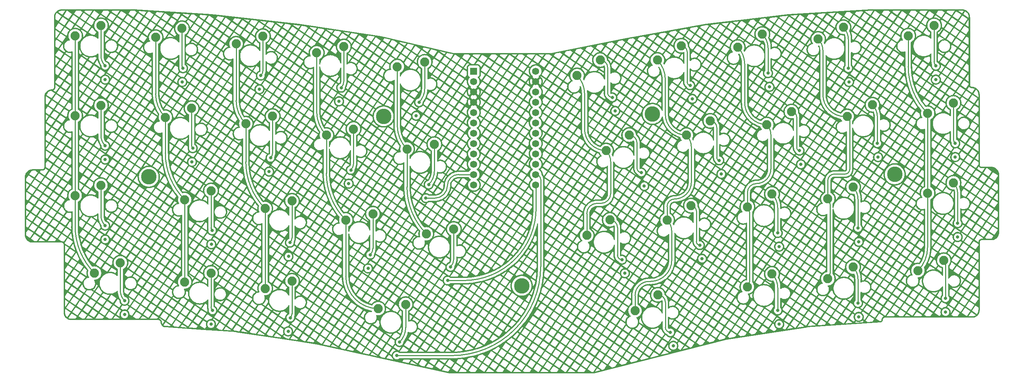
<source format=gbr>
%TF.GenerationSoftware,KiCad,Pcbnew,(6.0.4)*%
%TF.CreationDate,2022-10-04T13:57:12-07:00*%
%TF.ProjectId,tiddlywink,74696464-6c79-4776-996e-6b2e6b696361,rev?*%
%TF.SameCoordinates,Original*%
%TF.FileFunction,Copper,L1,Top*%
%TF.FilePolarity,Positive*%
%FSLAX46Y46*%
G04 Gerber Fmt 4.6, Leading zero omitted, Abs format (unit mm)*
G04 Created by KiCad (PCBNEW (6.0.4)) date 2022-10-04 13:57:12*
%MOMM*%
%LPD*%
G01*
G04 APERTURE LIST*
%TA.AperFunction,ComponentPad*%
%ADD10C,3.800000*%
%TD*%
%TA.AperFunction,ComponentPad*%
%ADD11C,2.250000*%
%TD*%
%TA.AperFunction,ComponentPad*%
%ADD12R,1.752600X1.752600*%
%TD*%
%TA.AperFunction,ComponentPad*%
%ADD13C,1.752600*%
%TD*%
%TA.AperFunction,ComponentPad*%
%ADD14C,0.800000*%
%TD*%
%TA.AperFunction,Conductor*%
%ADD15C,0.250000*%
%TD*%
G04 APERTURE END LIST*
D10*
%TO.P,REF\u002A\u002A,1*%
%TO.N,N/C*%
X139303242Y-86320385D03*
%TD*%
%TO.P,REF\u002A\u002A,1*%
%TO.N,N/C*%
X105370401Y-44648475D03*
%TD*%
%TO.P,REF\u002A\u002A,1*%
%TO.N,N/C*%
X171450144Y-44053162D03*
%TD*%
%TO.P,REF\u002A\u002A,1*%
%TO.N,N/C*%
X47625040Y-59531300D03*
%TD*%
%TO.P,REF\u002A\u002A,1*%
%TO.N,N/C*%
X230981444Y-58935987D03*
%TD*%
D11*
%TO.P,MX30,1,COL*%
%TO.N,c10*%
X239077704Y-63539743D03*
%TO.P,MX30,2,ROW*%
%TO.N,Net-(D30-Pad2)*%
X245427704Y-60999743D03*
%TD*%
%TO.P,MX13,1,COL*%
%TO.N,c3*%
X71485812Y-46486640D03*
%TO.P,MX13,2,ROW*%
%TO.N,Net-(D13-Pad2)*%
X78066528Y-44624310D03*
%TD*%
%TO.P,MX24,1,COL*%
%TO.N,c4*%
X96051522Y-70118755D03*
%TO.P,MX24,2,ROW*%
%TO.N,Net-(D24-Pad2)*%
X102720686Y-68603386D03*
%TD*%
%TO.P,MX18,1,COL*%
%TO.N,c8*%
X199542415Y-46687834D03*
%TO.P,MX18,2,ROW*%
%TO.N,Net-(D18-Pad2)*%
X205592127Y-43497992D03*
%TD*%
%TO.P,MX10,1,COL*%
%TO.N,c10*%
X234315200Y-24844398D03*
%TO.P,MX10,2,ROW*%
%TO.N,Net-(D10-Pad2)*%
X240665200Y-22304398D03*
%TD*%
%TO.P,MX29,1,COL*%
%TO.N,c9*%
X214542159Y-64933250D03*
%TO.P,MX29,2,ROW*%
%TO.N,Net-(D29-Pad2)*%
X220750523Y-62064398D03*
%TD*%
%TO.P,MX8,1,COL*%
%TO.N,c8*%
X192398659Y-27637818D03*
%TO.P,MX8,2,ROW*%
%TO.N,Net-(D8-Pad2)*%
X198448371Y-24447976D03*
%TD*%
%TO.P,MX6,1,COL*%
%TO.N,c6*%
X152907794Y-34621742D03*
%TO.P,MX6,2,ROW*%
%TO.N,Net-(D6-Pad2)*%
X158590936Y-30817007D03*
%TD*%
%TO.P,MX27,1,COL*%
%TO.N,c7*%
X175028777Y-70120160D03*
%TO.P,MX27,2,ROW*%
%TO.N,Net-(D27-Pad2)*%
X180903254Y-66618073D03*
%TD*%
%TO.P,MX31,1,COL*%
%TO.N,c1*%
X34290032Y-83185072D03*
%TO.P,MX31,2,ROW*%
%TO.N,Net-(D31-Pad2)*%
X40640032Y-80645072D03*
%TD*%
%TO.P,MX28,1,COL*%
%TO.N,c8*%
X194779911Y-66928476D03*
%TO.P,MX28,2,ROW*%
%TO.N,Net-(D28-Pad2)*%
X200829623Y-63738634D03*
%TD*%
%TO.P,MX36,1,COL*%
%TO.N,c8*%
X194779911Y-86573805D03*
%TO.P,MX36,2,ROW*%
%TO.N,Net-(D36-Pad2)*%
X200829623Y-83383963D03*
%TD*%
%TO.P,MX4,1,COL*%
%TO.N,c4*%
X88907766Y-29042158D03*
%TO.P,MX4,2,ROW*%
%TO.N,Net-(D4-Pad2)*%
X95576930Y-27526789D03*
%TD*%
%TO.P,MX22,1,COL*%
%TO.N,c2*%
X56454768Y-65129763D03*
%TO.P,MX22,2,ROW*%
%TO.N,Net-(D22-Pad2)*%
X62928999Y-62925577D03*
%TD*%
%TO.P,MX25,1,COL*%
%TO.N,c5*%
X115863953Y-73518739D03*
%TO.P,MX25,2,ROW*%
%TO.N,Net-(D25-Pad2)*%
X122603286Y-72354483D03*
%TD*%
%TO.P,MX15,1,COL*%
%TO.N,c5*%
X111101449Y-52682784D03*
%TO.P,MX15,2,ROW*%
%TO.N,Net-(D15-Pad2)*%
X117840782Y-51518528D03*
%TD*%
%TO.P,MX17,1,COL*%
%TO.N,c7*%
X179791281Y-49284205D03*
%TO.P,MX17,2,ROW*%
%TO.N,Net-(D17-Pad2)*%
X185665758Y-45782118D03*
%TD*%
%TO.P,MX3,1,COL*%
%TO.N,c3*%
X69104560Y-26841311D03*
%TO.P,MX3,2,ROW*%
%TO.N,Net-(D3-Pad2)*%
X75685276Y-24978981D03*
%TD*%
%TO.P,MX34,1,COL*%
%TO.N,c4*%
X104015366Y-91918117D03*
%TO.P,MX34,2,ROW*%
%TO.N,Net-(D34-Pad2)*%
X110773991Y-90871656D03*
%TD*%
D12*
%TO.P,PM1,1,TX0/PD3*%
%TO.N,unconnected-(PM1-Pad1)*%
X127516051Y-33552638D03*
D13*
%TO.P,PM1,2,RX1/PD2*%
%TO.N,unconnected-(PM1-Pad2)*%
X127516051Y-36092638D03*
%TO.P,PM1,3,GND*%
%TO.N,GND*%
X127516051Y-38632638D03*
%TO.P,PM1,4,GND*%
X127516051Y-41172638D03*
%TO.P,PM1,5,2/PD1*%
%TO.N,c1*%
X127516051Y-43712638D03*
%TO.P,PM1,6,3/PD0*%
%TO.N,c2*%
X127516051Y-46252638D03*
%TO.P,PM1,7,4/PD4*%
%TO.N,c3*%
X127516051Y-48792638D03*
%TO.P,PM1,8,5/PC6*%
%TO.N,c4*%
X127516051Y-51332638D03*
%TO.P,PM1,9,6/PD7*%
%TO.N,c5*%
X127516051Y-53872638D03*
%TO.P,PM1,10,7/PE6*%
%TO.N,r1*%
X127516051Y-56412638D03*
%TO.P,PM1,11,8/PB4*%
%TO.N,r2*%
X127516051Y-58952638D03*
%TO.P,PM1,12,9/PB5*%
%TO.N,unconnected-(PM1-Pad12)*%
X127516051Y-61492638D03*
%TO.P,PM1,13,10/PB6*%
%TO.N,r3*%
X142756051Y-61492638D03*
%TO.P,PM1,14,16/PB2*%
%TO.N,r4*%
X142756051Y-58952638D03*
%TO.P,PM1,15,14/PB3*%
%TO.N,unconnected-(PM1-Pad15)*%
X142756051Y-56412638D03*
%TO.P,PM1,16,15/PB1*%
%TO.N,c6*%
X142756051Y-53872638D03*
%TO.P,PM1,17,A0/PF7*%
%TO.N,c7*%
X142756051Y-51332638D03*
%TO.P,PM1,18,A1/PF6*%
%TO.N,c8*%
X142756051Y-48792638D03*
%TO.P,PM1,19,A2/PF5*%
%TO.N,c9*%
X142756051Y-46252638D03*
%TO.P,PM1,20,A3/PF4*%
%TO.N,c10*%
X142756051Y-43712638D03*
%TO.P,PM1,21,VCC*%
%TO.N,VCC*%
X142756051Y-41172638D03*
%TO.P,PM1,22,RST*%
%TO.N,RST*%
X142756051Y-38632638D03*
%TO.P,PM1,23,GND*%
%TO.N,GND*%
X142756051Y-36092638D03*
%TO.P,PM1,24,RAW*%
%TO.N,unconnected-(PM1-Pad24)*%
X142756051Y-33552638D03*
%TD*%
D11*
%TO.P,MX38,1,COL*%
%TO.N,c10*%
X236696452Y-82589759D03*
%TO.P,MX38,2,ROW*%
%TO.N,Net-(D38-Pad2)*%
X243046452Y-80049759D03*
%TD*%
%TO.P,MX7,1,COL*%
%TO.N,c7*%
X172647525Y-30829502D03*
%TO.P,MX7,2,ROW*%
%TO.N,Net-(D7-Pad2)*%
X178522002Y-27327415D03*
%TD*%
%TO.P,MX32,1,COL*%
%TO.N,c2*%
X56454768Y-85370405D03*
%TO.P,MX32,2,ROW*%
%TO.N,Net-(D32-Pad2)*%
X62928999Y-83166219D03*
%TD*%
%TO.P,MX19,1,COL*%
%TO.N,c9*%
X219304663Y-44692608D03*
%TO.P,MX19,2,ROW*%
%TO.N,Net-(D19-Pad2)*%
X225513027Y-41823756D03*
%TD*%
%TO.P,MX9,1,COL*%
%TO.N,c9*%
X212160907Y-25642592D03*
%TO.P,MX9,2,ROW*%
%TO.N,Net-(D9-Pad2)*%
X218369271Y-22773740D03*
%TD*%
%TO.P,MX35,1,COL*%
%TO.N,c7*%
X167166418Y-92441618D03*
%TO.P,MX35,2,ROW*%
%TO.N,Net-(D35-Pad2)*%
X172782293Y-88538278D03*
%TD*%
%TO.P,MX20,1,COL*%
%TO.N,c10*%
X239077704Y-43894414D03*
%TO.P,MX20,2,ROW*%
%TO.N,Net-(D20-Pad2)*%
X245427704Y-41354414D03*
%TD*%
%TO.P,MX23,1,COL*%
%TO.N,c3*%
X76248316Y-67322595D03*
%TO.P,MX23,2,ROW*%
%TO.N,Net-(D23-Pad2)*%
X82829032Y-65460265D03*
%TD*%
%TO.P,MX33,1,COL*%
%TO.N,c3*%
X76248316Y-86967924D03*
%TO.P,MX33,2,ROW*%
%TO.N,Net-(D33-Pad2)*%
X82829032Y-85105594D03*
%TD*%
%TO.P,MX14,1,COL*%
%TO.N,c4*%
X91289018Y-49282800D03*
%TO.P,MX14,2,ROW*%
%TO.N,Net-(D14-Pad2)*%
X97958182Y-47767431D03*
%TD*%
%TO.P,MX37,1,COL*%
%TO.N,c9*%
X214542159Y-84578579D03*
%TO.P,MX37,2,ROW*%
%TO.N,Net-(D37-Pad2)*%
X220750523Y-81709727D03*
%TD*%
%TO.P,MX21,1,COL*%
%TO.N,c1*%
X29527528Y-64135056D03*
%TO.P,MX21,2,ROW*%
%TO.N,Net-(D21-Pad2)*%
X35877528Y-61595056D03*
%TD*%
%TO.P,MX12,1,COL*%
%TO.N,c2*%
X51692264Y-44889121D03*
%TO.P,MX12,2,ROW*%
%TO.N,Net-(D12-Pad2)*%
X58166495Y-42684935D03*
%TD*%
%TO.P,MX2,1,COL*%
%TO.N,c2*%
X49311012Y-25243792D03*
%TO.P,MX2,2,ROW*%
%TO.N,Net-(D2-Pad2)*%
X55785243Y-23039606D03*
%TD*%
%TO.P,MX5,1,COL*%
%TO.N,c5*%
X108720197Y-32442142D03*
%TO.P,MX5,2,ROW*%
%TO.N,Net-(D5-Pad2)*%
X115459530Y-31277886D03*
%TD*%
%TO.P,MX11,1,COL*%
%TO.N,c1*%
X29527528Y-44489727D03*
%TO.P,MX11,2,ROW*%
%TO.N,Net-(D11-Pad2)*%
X35877528Y-41949727D03*
%TD*%
%TO.P,MX16,1,COL*%
%TO.N,c6*%
X160051550Y-53076445D03*
%TO.P,MX16,2,ROW*%
%TO.N,Net-(D16-Pad2)*%
X165734692Y-49271710D03*
%TD*%
%TO.P,MX1,1,COL*%
%TO.N,c1*%
X29527528Y-24844398D03*
%TO.P,MX1,2,ROW*%
%TO.N,Net-(D1-Pad2)*%
X35877528Y-22304398D03*
%TD*%
%TO.P,MX26,1,COL*%
%TO.N,c6*%
X155289046Y-73912400D03*
%TO.P,MX26,2,ROW*%
%TO.N,Net-(D26-Pad2)*%
X160972188Y-70107665D03*
%TD*%
D14*
%TO.P,D17,1,K*%
%TO.N,r2*%
X188384847Y-58829118D03*
%TO.P,D17,2,A*%
%TO.N,Net-(D17-Pad2)*%
X187852969Y-55470978D03*
%TD*%
%TO.P,D13,1,K*%
%TO.N,r2*%
X77212992Y-58245422D03*
%TO.P,D13,2,A*%
%TO.N,Net-(D13-Pad2)*%
X77568388Y-54864048D03*
%TD*%
%TO.P,D14,1,K*%
%TO.N,r2*%
X96770080Y-61210370D03*
%TO.P,D14,2,A*%
%TO.N,Net-(D14-Pad2)*%
X97301958Y-57852230D03*
%TD*%
%TO.P,D33,1,K*%
%TO.N,r4*%
X81887255Y-97524463D03*
%TO.P,D33,2,A*%
%TO.N,Net-(D33-Pad2)*%
X82419133Y-94166323D03*
%TD*%
%TO.P,D3,1,K*%
%TO.N,r1*%
X74831740Y-38004780D03*
%TO.P,D3,2,A*%
%TO.N,Net-(D3-Pad2)*%
X75187136Y-34623406D03*
%TD*%
%TO.P,D38,1,K*%
%TO.N,r4*%
X243483017Y-92782889D03*
%TO.P,D38,2,A*%
%TO.N,Net-(D38-Pad2)*%
X243483017Y-89382889D03*
%TD*%
%TO.P,D9,1,K*%
%TO.N,r1*%
X219759468Y-36225824D03*
%TO.P,D9,2,A*%
%TO.N,Net-(D9-Pad2)*%
X219581526Y-32830484D03*
%TD*%
%TO.P,D10,1,K*%
%TO.N,r1*%
X241101765Y-35632841D03*
%TO.P,D10,2,A*%
%TO.N,Net-(D10-Pad2)*%
X241101765Y-32232841D03*
%TD*%
%TO.P,D31,1,K*%
%TO.N,r4*%
X41671910Y-93378202D03*
%TO.P,D31,2,A*%
%TO.N,Net-(D31-Pad2)*%
X41671910Y-89978202D03*
%TD*%
%TO.P,D11,1,K*%
%TO.N,r2*%
X36909406Y-55278170D03*
%TO.P,D11,2,A*%
%TO.N,Net-(D11-Pad2)*%
X36909406Y-51878170D03*
%TD*%
%TO.P,D15,1,K*%
%TO.N,r2*%
X115732585Y-64766029D03*
%TO.P,D15,2,A*%
%TO.N,Net-(D15-Pad2)*%
X116439485Y-61440327D03*
%TD*%
%TO.P,D24,1,K*%
%TO.N,r3*%
X101532584Y-82046325D03*
%TO.P,D24,2,A*%
%TO.N,Net-(D24-Pad2)*%
X102064462Y-78688185D03*
%TD*%
%TO.P,D37,1,K*%
%TO.N,r4*%
X222140720Y-93971185D03*
%TO.P,D37,2,A*%
%TO.N,Net-(D37-Pad2)*%
X221962778Y-90575845D03*
%TD*%
%TO.P,D16,1,K*%
%TO.N,r2*%
X169422342Y-61789464D03*
%TO.P,D16,2,A*%
%TO.N,Net-(D16-Pad2)*%
X168715442Y-58463762D03*
%TD*%
%TO.P,D12,1,K*%
%TO.N,r2*%
X58251703Y-55871153D03*
%TO.P,D12,2,A*%
%TO.N,Net-(D12-Pad2)*%
X58429645Y-52475813D03*
%TD*%
%TO.P,D32,1,K*%
%TO.N,r4*%
X62925480Y-95750141D03*
%TO.P,D32,2,A*%
%TO.N,Net-(D32-Pad2)*%
X63280876Y-92368767D03*
%TD*%
%TO.P,D18,1,K*%
%TO.N,r2*%
X207941935Y-56459483D03*
%TO.P,D18,2,A*%
%TO.N,Net-(D18-Pad2)*%
X207586539Y-53078109D03*
%TD*%
%TO.P,D7,1,K*%
%TO.N,r1*%
X181241091Y-40374415D03*
%TO.P,D7,2,A*%
%TO.N,Net-(D7-Pad2)*%
X180709213Y-37016275D03*
%TD*%
%TO.P,D29,1,K*%
%TO.N,r3*%
X222140720Y-75516482D03*
%TO.P,D29,2,A*%
%TO.N,Net-(D29-Pad2)*%
X221962778Y-72121142D03*
%TD*%
%TO.P,D1,1,K*%
%TO.N,r1*%
X36909406Y-35632841D03*
%TO.P,D1,2,A*%
%TO.N,Net-(D1-Pad2)*%
X36909406Y-32232841D03*
%TD*%
%TO.P,D20,1,K*%
%TO.N,r2*%
X245864269Y-54682857D03*
%TO.P,D20,2,A*%
%TO.N,Net-(D20-Pad2)*%
X245864269Y-51282857D03*
%TD*%
%TO.P,D19,1,K*%
%TO.N,r2*%
X226903224Y-54680527D03*
%TO.P,D19,2,A*%
%TO.N,Net-(D19-Pad2)*%
X226725282Y-51285187D03*
%TD*%
%TO.P,D28,1,K*%
%TO.N,r3*%
X202584118Y-76700125D03*
%TO.P,D28,2,A*%
%TO.N,Net-(D28-Pad2)*%
X202228722Y-73318751D03*
%TD*%
%TO.P,D27,1,K*%
%TO.N,r3*%
X183622343Y-79665073D03*
%TO.P,D27,2,A*%
%TO.N,Net-(D27-Pad2)*%
X183090465Y-76306933D03*
%TD*%
%TO.P,D8,1,K*%
%TO.N,r1*%
X200202866Y-37409467D03*
%TO.P,D8,2,A*%
%TO.N,Net-(D8-Pad2)*%
X199847470Y-34028093D03*
%TD*%
%TO.P,D2,1,K*%
%TO.N,r1*%
X55870451Y-36225824D03*
%TO.P,D2,2,A*%
%TO.N,Net-(D2-Pad2)*%
X56048393Y-32830484D03*
%TD*%
%TO.P,D26,1,K*%
%TO.N,r3*%
X164659838Y-83220732D03*
%TO.P,D26,2,A*%
%TO.N,Net-(D26-Pad2)*%
X163952938Y-79895030D03*
%TD*%
%TO.P,D23,1,K*%
%TO.N,r3*%
X81975496Y-79081377D03*
%TO.P,D23,2,A*%
%TO.N,Net-(D23-Pad2)*%
X82330892Y-75700003D03*
%TD*%
%TO.P,D6,1,K*%
%TO.N,r1*%
X162278586Y-43334761D03*
%TO.P,D6,2,A*%
%TO.N,Net-(D6-Pad2)*%
X161571686Y-40009059D03*
%TD*%
%TO.P,D30,1,K*%
%TO.N,r3*%
X246459582Y-74328186D03*
%TO.P,D30,2,A*%
%TO.N,Net-(D30-Pad2)*%
X246459582Y-70928186D03*
%TD*%
%TO.P,D25,1,K*%
%TO.N,r3*%
X121090402Y-85006671D03*
%TO.P,D25,2,A*%
%TO.N,Net-(D25-Pad2)*%
X121797302Y-81680969D03*
%TD*%
%TO.P,D22,1,K*%
%TO.N,r3*%
X63014207Y-76111795D03*
%TO.P,D22,2,A*%
%TO.N,Net-(D22-Pad2)*%
X63192149Y-72716455D03*
%TD*%
%TO.P,D36,1,K*%
%TO.N,r4*%
X202584118Y-95750141D03*
%TO.P,D36,2,A*%
%TO.N,Net-(D36-Pad2)*%
X202228722Y-92368767D03*
%TD*%
%TO.P,D5,1,K*%
%TO.N,r1*%
X113351333Y-44525387D03*
%TO.P,D5,2,A*%
%TO.N,Net-(D5-Pad2)*%
X114058233Y-41199685D03*
%TD*%
%TO.P,D35,1,K*%
%TO.N,r4*%
X176566098Y-101080122D03*
%TO.P,D35,2,A*%
%TO.N,Net-(D35-Pad2)*%
X175859198Y-97754420D03*
%TD*%
%TO.P,D4,1,K*%
%TO.N,r1*%
X94388828Y-40969728D03*
%TO.P,D4,2,A*%
%TO.N,Net-(D4-Pad2)*%
X94920706Y-37611588D03*
%TD*%
%TO.P,D34,1,K*%
%TO.N,r4*%
X108588829Y-103461374D03*
%TO.P,D34,2,A*%
%TO.N,Net-(D34-Pad2)*%
X109295729Y-100135672D03*
%TD*%
%TO.P,D21,1,K*%
%TO.N,r3*%
X36909406Y-74923499D03*
%TO.P,D21,2,A*%
%TO.N,Net-(D21-Pad2)*%
X36909406Y-71523499D03*
%TD*%
D15*
%TO.N,Net-(D1-Pad2)*%
X35877528Y-22304398D02*
X35877528Y-29741668D01*
X36909407Y-32232840D02*
G75*
G02*
X35877528Y-29741668I2491183J2491180D01*
G01*
%TO.N,Net-(D4-Pad2)*%
X95576930Y-27526789D02*
X95576930Y-36027324D01*
X94920703Y-37611585D02*
G75*
G03*
X95576930Y-36027324I-1584303J1584285D01*
G01*
%TO.N,Net-(D8-Pad2)*%
X199847470Y-27825699D02*
X199847470Y-34028093D01*
X199847485Y-27825699D02*
G75*
G03*
X198448371Y-24447976I-4776785J-1D01*
G01*
%TO.N,Net-(D9-Pad2)*%
X219581526Y-25700382D02*
X219581526Y-32830484D01*
X219581530Y-25700382D02*
G75*
G03*
X218369271Y-22773740I-4138930J-18D01*
G01*
%TO.N,r2*%
X115732585Y-64766029D02*
X117953971Y-64766029D01*
X123767362Y-58952638D02*
X127516051Y-58952638D01*
X123767362Y-58952600D02*
G75*
G03*
X121050000Y-61670000I38J-2717400D01*
G01*
X121050029Y-61670000D02*
G75*
G02*
X117953971Y-64766029I-3096029J0D01*
G01*
%TO.N,Net-(D10-Pad2)*%
X240665200Y-22304398D02*
X240665200Y-31178880D01*
X241101760Y-32232846D02*
G75*
G02*
X240665200Y-31178880I1053940J1053946D01*
G01*
%TO.N,r4*%
X122118626Y-103461374D02*
X108588829Y-103461374D01*
X143956862Y-60153449D02*
X143956862Y-81623138D01*
X122118626Y-103461372D02*
G75*
G03*
X143956862Y-81623138I4J21838232D01*
G01*
X143956862Y-60153449D02*
G75*
G03*
X142756051Y-58952638I-1200762J49D01*
G01*
%TO.N,Net-(D11-Pad2)*%
X35877528Y-41949727D02*
X35877528Y-49386997D01*
X36909400Y-51878176D02*
G75*
G02*
X35877528Y-49386997I2491200J2491176D01*
G01*
%TO.N,Net-(D12-Pad2)*%
X58166495Y-42684935D02*
X58166495Y-51840513D01*
X58429640Y-52475818D02*
G75*
G02*
X58166495Y-51840513I635360J635318D01*
G01*
%TO.N,Net-(D13-Pad2)*%
X78066528Y-44624310D02*
X78066528Y-53661432D01*
X77568366Y-54864026D02*
G75*
G03*
X78066528Y-53661432I-1202566J1202626D01*
G01*
%TO.N,Net-(D14-Pad2)*%
X97958182Y-47767431D02*
X97958182Y-56267966D01*
X97301974Y-57852246D02*
G75*
G03*
X97958182Y-56267966I-1584274J1584246D01*
G01*
%TO.N,Net-(D15-Pad2)*%
X117840782Y-51518528D02*
X117840782Y-58057297D01*
X116439498Y-61440340D02*
G75*
G03*
X117840782Y-58057297I-3383098J3383040D01*
G01*
%TO.N,Net-(D16-Pad2)*%
X167640000Y-51177018D02*
X167640000Y-57388320D01*
X167639990Y-51177018D02*
G75*
G03*
X165734692Y-49271710I-1905290J18D01*
G01*
X168715442Y-58463700D02*
G75*
G02*
X167640000Y-57388320I-42J1075400D01*
G01*
%TO.N,Net-(D17-Pad2)*%
X187240000Y-47356360D02*
X187240000Y-54858009D01*
X187240082Y-47356360D02*
G75*
G03*
X185665758Y-45782118I-1574282J-40D01*
G01*
X187852969Y-55471000D02*
G75*
G02*
X187240000Y-54858009I31J613000D01*
G01*
%TO.N,Net-(D18-Pad2)*%
X206890000Y-44795865D02*
X206890000Y-52381570D01*
X206890008Y-44795865D02*
G75*
G03*
X205592127Y-43497992I-1297908J-35D01*
G01*
X207586539Y-53078100D02*
G75*
G02*
X206890000Y-52381570I-39J696500D01*
G01*
%TO.N,Net-(D19-Pad2)*%
X226725282Y-44750398D02*
X226725282Y-51285187D01*
X226725287Y-44750398D02*
G75*
G03*
X225513027Y-41823756I-4138887J-2D01*
G01*
%TO.N,c1*%
X29527528Y-64135056D02*
X29527528Y-71687371D01*
X29527528Y-24844398D02*
X29527528Y-44489727D01*
X29527528Y-44489727D02*
X29527528Y-64135056D01*
X34290031Y-83185073D02*
G75*
G02*
X29527528Y-71687371I11497709J11497703D01*
G01*
%TO.N,Net-(D20-Pad2)*%
X245427704Y-41354414D02*
X245427704Y-50228896D01*
X245864273Y-51282853D02*
G75*
G02*
X245427704Y-50228896I1053927J1053953D01*
G01*
%TO.N,Net-(D22-Pad2)*%
X62928999Y-62925577D02*
X62928999Y-72081155D01*
X63192116Y-72716488D02*
G75*
G02*
X62928999Y-72081155I635384J635288D01*
G01*
%TO.N,Net-(D24-Pad2)*%
X102720686Y-68603386D02*
X102720686Y-77103921D01*
X102064451Y-78688174D02*
G75*
G03*
X102720686Y-77103921I-1584251J1584274D01*
G01*
%TO.N,Net-(D25-Pad2)*%
X122603286Y-72354483D02*
X122603286Y-79735152D01*
X121797323Y-81680990D02*
G75*
G03*
X122603286Y-79735152I-1945823J1945790D01*
G01*
%TO.N,Net-(D26-Pad2)*%
X162840000Y-71975477D02*
X162840000Y-78782092D01*
X163952938Y-79895000D02*
G75*
G02*
X162840000Y-78782092I-38J1112900D01*
G01*
X162840035Y-71975477D02*
G75*
G03*
X160972188Y-70107665I-1867835J-23D01*
G01*
%TO.N,Net-(D27-Pad2)*%
X182230000Y-67944819D02*
X182230000Y-75446468D01*
X182230027Y-67944819D02*
G75*
G03*
X180903254Y-66618073I-1326727J19D01*
G01*
X183090465Y-76307000D02*
G75*
G02*
X182230000Y-75446468I35J860500D01*
G01*
%TO.N,Net-(D28-Pad2)*%
X202228722Y-67116357D02*
X202228722Y-73318751D01*
X202228752Y-67116357D02*
G75*
G03*
X200829623Y-63738634I-4776852J-43D01*
G01*
%TO.N,Net-(D29-Pad2)*%
X221962778Y-64991040D02*
X221962778Y-72121142D01*
X221962755Y-64991040D02*
G75*
G03*
X220750523Y-62064398I-4138855J40D01*
G01*
%TO.N,c2*%
X51692264Y-44889121D02*
X51692264Y-53632062D01*
X56454768Y-65129763D02*
X56454768Y-85370405D01*
X49311012Y-25243792D02*
X49311012Y-39140271D01*
X51692265Y-44889120D02*
G75*
G02*
X49311012Y-39140271I5748845J5748850D01*
G01*
X56454769Y-65129762D02*
G75*
G02*
X51692264Y-53632062I11497701J11497702D01*
G01*
%TO.N,Net-(D31-Pad2)*%
X40640032Y-80645072D02*
X40640032Y-87487029D01*
X41671921Y-89978191D02*
G75*
G02*
X40640032Y-87487029I2491179J2491191D01*
G01*
%TO.N,Net-(D32-Pad2)*%
X62928999Y-83166219D02*
X62928999Y-91519261D01*
X63280853Y-92368790D02*
G75*
G02*
X62928999Y-91519261I849547J849490D01*
G01*
%TO.N,Net-(D33-Pad2)*%
X82829032Y-85105594D02*
X82829032Y-93176740D01*
X82419124Y-94166314D02*
G75*
G03*
X82829032Y-93176740I-989624J989614D01*
G01*
%TO.N,Net-(D34-Pad2)*%
X110773991Y-90871656D02*
X110773991Y-96566832D01*
X109295711Y-100135654D02*
G75*
G03*
X110773991Y-96566832I-3568811J3568854D01*
G01*
%TO.N,Net-(D35-Pad2)*%
X174610000Y-90365985D02*
X174610000Y-96505222D01*
X174610022Y-90365985D02*
G75*
G03*
X172782293Y-88538278I-1827722J-15D01*
G01*
X175859198Y-97754400D02*
G75*
G02*
X174610000Y-96505222I2J1249200D01*
G01*
%TO.N,Net-(D36-Pad2)*%
X202228722Y-86761686D02*
X202228722Y-92368767D01*
X202228731Y-86761686D02*
G75*
G03*
X200829623Y-83383963I-4776831J-14D01*
G01*
%TO.N,Net-(D37-Pad2)*%
X221962778Y-84636369D02*
X221962778Y-90575845D01*
X221962805Y-84636369D02*
G75*
G03*
X220750523Y-81709727I-4138905J-31D01*
G01*
%TO.N,Net-(D38-Pad2)*%
X243483017Y-81103720D02*
X243483017Y-89382889D01*
X243483005Y-81103720D02*
G75*
G03*
X243046452Y-80049759I-1490505J20D01*
G01*
%TO.N,c3*%
X69104560Y-26841311D02*
X69104560Y-40737790D01*
X71485812Y-46486640D02*
X71485812Y-55824894D01*
X76248316Y-67322595D02*
X76248316Y-86967924D01*
X76248316Y-67322595D02*
G75*
G02*
X71485812Y-55824894I11497684J11497695D01*
G01*
X71485799Y-46486653D02*
G75*
G02*
X69104560Y-40737790I5748901J5748853D01*
G01*
%TO.N,c4*%
X88907766Y-29042158D02*
X88907766Y-43533950D01*
X91289018Y-49282800D02*
X91289018Y-58621054D01*
X96051522Y-70118755D02*
X96051522Y-83954273D01*
X91289017Y-49282801D02*
G75*
G02*
X88907766Y-43533950I5748853J5748851D01*
G01*
X96051522Y-70118755D02*
G75*
G02*
X91289018Y-58621054I11497708J11497705D01*
G01*
X104015366Y-91918118D02*
G75*
G02*
X96051522Y-83954273I4J7963848D01*
G01*
%TO.N,c5*%
X108720197Y-32442142D02*
X108720197Y-46933934D01*
X111101449Y-52682784D02*
X111101449Y-62021038D01*
X111101466Y-52682767D02*
G75*
G02*
X108720197Y-46933934I5748834J5748867D01*
G01*
X115863951Y-73518741D02*
G75*
G02*
X111101449Y-62021038I11497709J11497701D01*
G01*
%TO.N,c6*%
X158780000Y-66050000D02*
X157790000Y-66050000D01*
X154750000Y-39069220D02*
X154750000Y-47774895D01*
X155289046Y-68550954D02*
X155289046Y-73912400D01*
X161160000Y-55752480D02*
X161160000Y-63670000D01*
X158780000Y-66050000D02*
G75*
G03*
X161160000Y-63670000I0J2380000D01*
G01*
X161160009Y-55752480D02*
G75*
G03*
X160051549Y-53076446I-3784509J-20D01*
G01*
X154749980Y-39069220D02*
G75*
G03*
X152907793Y-34621743I-6289680J20D01*
G01*
X160051550Y-53076400D02*
G75*
G02*
X154750000Y-47774895I-50J5301500D01*
G01*
X155289000Y-68550954D02*
G75*
G02*
X157790000Y-66050000I2501000J-46D01*
G01*
%TO.N,c7*%
X167166418Y-88683582D02*
X167166418Y-92441618D01*
X175028777Y-70120160D02*
X175028777Y-66821223D01*
X174590000Y-35519051D02*
X174590000Y-44082924D01*
X176180000Y-72899458D02*
X176180000Y-80010000D01*
X181000000Y-60850000D02*
X181000000Y-52202310D01*
X170960000Y-85230000D02*
X170620000Y-85230000D01*
X167166400Y-88683582D02*
G75*
G02*
X170620000Y-85230000I3453600J-18D01*
G01*
X174590041Y-35519051D02*
G75*
G03*
X172647525Y-30829502I-6632041J-49D01*
G01*
X179791281Y-49284200D02*
G75*
G02*
X174590000Y-44082924I19J5201300D01*
G01*
X170960000Y-85230000D02*
G75*
G03*
X176180000Y-80010000I0J5220000D01*
G01*
X181000000Y-60850000D02*
G75*
G02*
X176880000Y-64970000I-4120000J0D01*
G01*
X176880000Y-64969977D02*
G75*
G03*
X175028777Y-66821223I0J-1851223D01*
G01*
X176180035Y-72899458D02*
G75*
G03*
X175028776Y-70120161I-3930535J-42D01*
G01*
X179791281Y-49284205D02*
G75*
G02*
X181000000Y-52202310I-2918081J-2918095D01*
G01*
%TO.N,c8*%
X194779911Y-66928476D02*
X194779911Y-63410089D01*
X195320000Y-85269915D02*
X195320000Y-68232366D01*
X200530000Y-57660000D02*
X200530000Y-49072075D01*
X194100000Y-31745218D02*
X194100000Y-41245419D01*
X197020000Y-61170011D02*
G75*
G03*
X194779911Y-63410089I0J-2240089D01*
G01*
X199542415Y-46687800D02*
G75*
G02*
X194100000Y-41245419I-15J5442400D01*
G01*
X195320004Y-85269915D02*
G75*
G02*
X194779911Y-86573805I-1844004J15D01*
G01*
X194779898Y-66928489D02*
G75*
G02*
X195320000Y-68232366I-1303898J-1303911D01*
G01*
X194099999Y-31745218D02*
G75*
G03*
X192398659Y-27637818I-5808699J18D01*
G01*
X200530000Y-57660000D02*
G75*
G02*
X197020000Y-61170000I-3510000J0D01*
G01*
X199542397Y-46687852D02*
G75*
G02*
X200530000Y-49072075I-2384197J-2384248D01*
G01*
%TO.N,c9*%
X216160000Y-58840000D02*
X218800000Y-58840000D01*
X219910000Y-57730000D02*
X219910000Y-45297945D01*
X214542159Y-64933250D02*
X214542159Y-60457841D01*
X215100000Y-66279997D02*
X215100000Y-83231832D01*
X218702608Y-44692608D02*
X219304663Y-44692608D01*
X213340000Y-28489174D02*
X213340000Y-39330000D01*
X218702608Y-44692600D02*
G75*
G02*
X213340000Y-39330000I-8J5362600D01*
G01*
X215099998Y-66279997D02*
G75*
G03*
X214542159Y-64933250I-1904598J-3D01*
G01*
X219304663Y-44692600D02*
G75*
G02*
X219910000Y-45297945I37J-605300D01*
G01*
X213340010Y-28489174D02*
G75*
G03*
X212160906Y-25642593I-4025710J-26D01*
G01*
X219910000Y-57730000D02*
G75*
G02*
X218800000Y-58840000I-1110000J0D01*
G01*
X216160000Y-58839959D02*
G75*
G03*
X214542159Y-60457841I0J-1617841D01*
G01*
X214542146Y-84578566D02*
G75*
G03*
X215100000Y-83231832I-1346746J1346766D01*
G01*
%TO.N,c10*%
X234315200Y-24844398D02*
X234315200Y-32396713D01*
X239077704Y-43894414D02*
X239077704Y-63539743D01*
X239077704Y-63539743D02*
X239077704Y-76840909D01*
X236696448Y-82589755D02*
G75*
G03*
X239077704Y-76840909I-5748848J5748855D01*
G01*
X239077711Y-43894407D02*
G75*
G02*
X234315200Y-32396713I11497689J11497707D01*
G01*
%TO.N,r3*%
X142840000Y-67240000D02*
X142840000Y-61576587D01*
X121090402Y-85006671D02*
X125073329Y-85006671D01*
X142840001Y-67240000D02*
G75*
G02*
X125073329Y-85006671I-17766671J0D01*
G01*
X142756051Y-61492700D02*
G75*
G02*
X142840000Y-61576587I49J-83900D01*
G01*
%TO.N,Net-(D2-Pad2)*%
X55785243Y-23039606D02*
X55785243Y-32195184D01*
X56048383Y-32830494D02*
G75*
G02*
X55785243Y-32195184I635317J635294D01*
G01*
%TO.N,Net-(D3-Pad2)*%
X75685276Y-24978981D02*
X75685276Y-33420790D01*
X75187145Y-34623415D02*
G75*
G03*
X75685276Y-33420790I-1202645J1202615D01*
G01*
%TO.N,Net-(D5-Pad2)*%
X115459530Y-31277886D02*
X115459530Y-37816655D01*
X114058256Y-41199708D02*
G75*
G03*
X115459530Y-37816655I-3383056J3383008D01*
G01*
%TO.N,Net-(D6-Pad2)*%
X160420000Y-32646071D02*
X160420000Y-38857373D01*
X161571686Y-40009100D02*
G75*
G02*
X160420000Y-38857373I14J1151700D01*
G01*
X160419993Y-32646071D02*
G75*
G03*
X158590936Y-30817007I-1829093J-29D01*
G01*
%TO.N,Net-(D7-Pad2)*%
X179950000Y-28755413D02*
X179950000Y-36257062D01*
X179949985Y-28755413D02*
G75*
G03*
X178522002Y-27327415I-1427985J13D01*
G01*
X180709213Y-37016300D02*
G75*
G02*
X179950000Y-36257062I-13J759200D01*
G01*
%TO.N,Net-(D21-Pad2)*%
X35877528Y-61595056D02*
X35877528Y-69032326D01*
X36909414Y-71523491D02*
G75*
G02*
X35877528Y-69032326I2491186J2491191D01*
G01*
%TO.N,Net-(D23-Pad2)*%
X82829032Y-65460265D02*
X82829032Y-74497387D01*
X82330894Y-75700005D02*
G75*
G03*
X82829032Y-74497387I-1202594J1202605D01*
G01*
%TO.N,Net-(D30-Pad2)*%
X246459582Y-63490916D02*
X246459582Y-70928186D01*
X246459561Y-63490916D02*
G75*
G03*
X245427704Y-60999743I-3523061J16D01*
G01*
%TD*%
%TA.AperFunction,Conductor*%
%TO.N,GND*%
G36*
X44041202Y-18368135D02*
G01*
X63056214Y-19556573D01*
X63062232Y-19557095D01*
X73779803Y-20747937D01*
X84467126Y-21935418D01*
X84471544Y-21935988D01*
X97324662Y-23826151D01*
X104674961Y-24907077D01*
X104685252Y-24909030D01*
X122453717Y-29055006D01*
X122468822Y-29060249D01*
X122476154Y-29062491D01*
X122484278Y-29066305D01*
X122528204Y-29073145D01*
X122533329Y-29073943D01*
X122542562Y-29075736D01*
X122554489Y-29078519D01*
X122558951Y-29078908D01*
X122558956Y-29078909D01*
X122568958Y-29079781D01*
X122577394Y-29080804D01*
X122594864Y-29083524D01*
X122606392Y-29083524D01*
X122617339Y-29084000D01*
X122662851Y-29087969D01*
X122671651Y-29086208D01*
X122671653Y-29086208D01*
X122672826Y-29085973D01*
X122697549Y-29083524D01*
X146375567Y-29083524D01*
X146387530Y-29084119D01*
X146396063Y-29086221D01*
X146405028Y-29085836D01*
X146405029Y-29085836D01*
X146456149Y-29083640D01*
X146461556Y-29083524D01*
X146483511Y-29083524D01*
X146487944Y-29082889D01*
X146488116Y-29082877D01*
X146500335Y-29081742D01*
X146500801Y-29081722D01*
X146503021Y-29081627D01*
X146503025Y-29081627D01*
X146507878Y-29081418D01*
X146512650Y-29080463D01*
X146512654Y-29080463D01*
X146528829Y-29077228D01*
X146535674Y-29076053D01*
X146560476Y-29072502D01*
X146582304Y-29069376D01*
X146582305Y-29069376D01*
X146591185Y-29068104D01*
X146599353Y-29064390D01*
X146607787Y-29061924D01*
X146618440Y-29059306D01*
X164398995Y-25503194D01*
X164401809Y-25502664D01*
X184617408Y-21935206D01*
X184624583Y-21934152D01*
X185382800Y-21844950D01*
X188361196Y-21844950D01*
X189558966Y-22652857D01*
X190254116Y-21622254D01*
X188361196Y-21844950D01*
X185382800Y-21844950D01*
X188199801Y-21513538D01*
X191178196Y-21513538D01*
X192127192Y-22153644D01*
X192677960Y-21337096D01*
X191178196Y-21513538D01*
X188199801Y-21513538D01*
X193474550Y-20892979D01*
X202100709Y-19878137D01*
X205295312Y-19878137D01*
X206502043Y-20692088D01*
X207123601Y-19770590D01*
X205295312Y-19878137D01*
X202100709Y-19878137D01*
X204828700Y-19557197D01*
X204835991Y-19556553D01*
X225039561Y-18368107D01*
X225046960Y-18367890D01*
X231262135Y-18367890D01*
X247600840Y-18367891D01*
X247620226Y-18369391D01*
X247635058Y-18371701D01*
X247635061Y-18371701D01*
X247643930Y-18373082D01*
X247660218Y-18370952D01*
X247684795Y-18370158D01*
X247691966Y-18370628D01*
X247886402Y-18383373D01*
X247902743Y-18385524D01*
X248126804Y-18430094D01*
X248142724Y-18434360D01*
X248359051Y-18507794D01*
X248374266Y-18514096D01*
X248579173Y-18615147D01*
X248593433Y-18623381D01*
X248783376Y-18750300D01*
X248796452Y-18760333D01*
X248968209Y-18910963D01*
X248979863Y-18922618D01*
X249130489Y-19094378D01*
X249140522Y-19107453D01*
X249267437Y-19297398D01*
X249275678Y-19311672D01*
X249376716Y-19516565D01*
X249383023Y-19531793D01*
X249456451Y-19748117D01*
X249460716Y-19764036D01*
X249505281Y-19988094D01*
X249507432Y-20004436D01*
X249520187Y-20199100D01*
X249519202Y-20221209D01*
X249519150Y-20225485D01*
X249517768Y-20234357D01*
X249518932Y-20243260D01*
X249521896Y-20265929D01*
X249522959Y-20282264D01*
X249522960Y-36900785D01*
X249522958Y-36901553D01*
X249522485Y-36979137D01*
X249530611Y-37007565D01*
X249534189Y-37024329D01*
X249538380Y-37053593D01*
X249542094Y-37061761D01*
X249542094Y-37061762D01*
X249543016Y-37063790D01*
X249548854Y-37076628D01*
X249549011Y-37076974D01*
X249555455Y-37094487D01*
X249562515Y-37119186D01*
X249567305Y-37126777D01*
X249567306Y-37126780D01*
X249578291Y-37144189D01*
X249586426Y-37159264D01*
X249598668Y-37186188D01*
X249604526Y-37192986D01*
X249604527Y-37192988D01*
X249615430Y-37205641D01*
X249626536Y-37220650D01*
X249640242Y-37242372D01*
X249646970Y-37248313D01*
X249646970Y-37248314D01*
X249648040Y-37249259D01*
X249658620Y-37258602D01*
X249662405Y-37261945D01*
X249674450Y-37274138D01*
X249693747Y-37296533D01*
X249715290Y-37310496D01*
X249730166Y-37321787D01*
X249749418Y-37338790D01*
X249757539Y-37342603D01*
X249757544Y-37342606D01*
X249776192Y-37351361D01*
X249791174Y-37359683D01*
X249800126Y-37365485D01*
X249815975Y-37375758D01*
X249824582Y-37378332D01*
X249840576Y-37383116D01*
X249858014Y-37389775D01*
X249873136Y-37396874D01*
X249873141Y-37396875D01*
X249881268Y-37400691D01*
X249910486Y-37405240D01*
X249927203Y-37409022D01*
X249955526Y-37417492D01*
X249964498Y-37417547D01*
X249964499Y-37417547D01*
X249981201Y-37417649D01*
X249999813Y-37419147D01*
X250007259Y-37420306D01*
X250025193Y-37423098D01*
X250034094Y-37421934D01*
X250034099Y-37421934D01*
X250041483Y-37420968D01*
X250066058Y-37420174D01*
X250267676Y-37433385D01*
X250284016Y-37435536D01*
X250508086Y-37480102D01*
X250523992Y-37484363D01*
X250721878Y-37551533D01*
X250740338Y-37557799D01*
X250755564Y-37564106D01*
X250960463Y-37665146D01*
X250974737Y-37673387D01*
X251034975Y-37713635D01*
X251156111Y-37794572D01*
X251164691Y-37800305D01*
X251177766Y-37810337D01*
X251349541Y-37960975D01*
X251361176Y-37972609D01*
X251511825Y-38144385D01*
X251521852Y-38157452D01*
X251648783Y-38347411D01*
X251657021Y-38361678D01*
X251755677Y-38561722D01*
X251758072Y-38566579D01*
X251764375Y-38581794D01*
X251837814Y-38798126D01*
X251842079Y-38814045D01*
X251886656Y-39038124D01*
X251888807Y-39054459D01*
X251900529Y-39233256D01*
X251901531Y-39248537D01*
X251900429Y-39273300D01*
X251900402Y-39275515D01*
X251899020Y-39284391D01*
X251901994Y-39307133D01*
X251903147Y-39315948D01*
X251904211Y-39332287D01*
X251904212Y-55919808D01*
X251904212Y-56546112D01*
X251904210Y-56546882D01*
X251903736Y-56624456D01*
X251906665Y-56634703D01*
X251911862Y-56652888D01*
X251915440Y-56669650D01*
X251919632Y-56698922D01*
X251928885Y-56719272D01*
X251930260Y-56722297D01*
X251936708Y-56739821D01*
X251943763Y-56764506D01*
X251948555Y-56772100D01*
X251948556Y-56772103D01*
X251959542Y-56789515D01*
X251967681Y-56804598D01*
X251979920Y-56831517D01*
X251985781Y-56838319D01*
X251996682Y-56850970D01*
X252007785Y-56865974D01*
X252021488Y-56887693D01*
X252028213Y-56893632D01*
X252028216Y-56893636D01*
X252043650Y-56907267D01*
X252055694Y-56919459D01*
X252069139Y-56935062D01*
X252069142Y-56935064D01*
X252074999Y-56941862D01*
X252082528Y-56946742D01*
X252082529Y-56946743D01*
X252096547Y-56955829D01*
X252111421Y-56967120D01*
X252123929Y-56978166D01*
X252130663Y-56984113D01*
X252157101Y-56996526D01*
X252157423Y-56996677D01*
X252172403Y-57004998D01*
X252189695Y-57016206D01*
X252189700Y-57016208D01*
X252197227Y-57021087D01*
X252205820Y-57023657D01*
X252205825Y-57023659D01*
X252221832Y-57028446D01*
X252239276Y-57035107D01*
X252254388Y-57042202D01*
X252254390Y-57042203D01*
X252262512Y-57046016D01*
X252271379Y-57047397D01*
X252271380Y-57047397D01*
X252281022Y-57048898D01*
X252291729Y-57050565D01*
X252308444Y-57054348D01*
X252328178Y-57060250D01*
X252328184Y-57060251D01*
X252336778Y-57062821D01*
X252345749Y-57062876D01*
X252345750Y-57062876D01*
X252355809Y-57062937D01*
X252371218Y-57063031D01*
X252372001Y-57063064D01*
X252373098Y-57063235D01*
X252404091Y-57063235D01*
X252404861Y-57063237D01*
X252478497Y-57063687D01*
X252478498Y-57063687D01*
X252482433Y-57063711D01*
X252483777Y-57063327D01*
X252485122Y-57063235D01*
X252699911Y-57063235D01*
X254744606Y-57063236D01*
X254763987Y-57064736D01*
X254768395Y-57065422D01*
X254778824Y-57067046D01*
X254778826Y-57067046D01*
X254787696Y-57068427D01*
X254796597Y-57067263D01*
X254796602Y-57067263D01*
X254803986Y-57066297D01*
X254828562Y-57065503D01*
X255030176Y-57078714D01*
X255046516Y-57080865D01*
X255270578Y-57125430D01*
X255286498Y-57129695D01*
X255502841Y-57203131D01*
X255518053Y-57209432D01*
X255675538Y-57287092D01*
X255722957Y-57310476D01*
X255737231Y-57318717D01*
X255802206Y-57362131D01*
X255923592Y-57443236D01*
X255927182Y-57445635D01*
X255940257Y-57455667D01*
X256015300Y-57521477D01*
X256112022Y-57606298D01*
X256123676Y-57617952D01*
X256197587Y-57702229D01*
X256272549Y-57787704D01*
X256274307Y-57789709D01*
X256284341Y-57802786D01*
X256411269Y-57992745D01*
X256419509Y-58007018D01*
X256520548Y-58211900D01*
X256526856Y-58227127D01*
X256600293Y-58443459D01*
X256604559Y-58459379D01*
X256649130Y-58683447D01*
X256651281Y-58699787D01*
X256664012Y-58894007D01*
X256662939Y-58918099D01*
X256662905Y-58920841D01*
X256661524Y-58929714D01*
X256662688Y-58938615D01*
X256662688Y-58938619D01*
X256665651Y-58961273D01*
X256666715Y-58977611D01*
X256666715Y-73174132D01*
X256665215Y-73193517D01*
X256662905Y-73208350D01*
X256662905Y-73208354D01*
X256661524Y-73217223D01*
X256663395Y-73231531D01*
X256663654Y-73233509D01*
X256664448Y-73258088D01*
X256662480Y-73288109D01*
X256651233Y-73459698D01*
X256649082Y-73476038D01*
X256604514Y-73700098D01*
X256600248Y-73716019D01*
X256526816Y-73932341D01*
X256520509Y-73947568D01*
X256419465Y-74152461D01*
X256411224Y-74166734D01*
X256284305Y-74356681D01*
X256274271Y-74369757D01*
X256123646Y-74541509D01*
X256111992Y-74553163D01*
X255940236Y-74703787D01*
X255927160Y-74713821D01*
X255737203Y-74840743D01*
X255722940Y-74848978D01*
X255518043Y-74950019D01*
X255502824Y-74956323D01*
X255286488Y-75029757D01*
X255270570Y-75034021D01*
X255174242Y-75053181D01*
X255046512Y-75078586D01*
X255030171Y-75080737D01*
X254835575Y-75093488D01*
X254813133Y-75092489D01*
X254809117Y-75092440D01*
X254800248Y-75091059D01*
X254774711Y-75094398D01*
X254768676Y-75095187D01*
X254752341Y-75096250D01*
X252540740Y-75096251D01*
X252421332Y-75096251D01*
X252420562Y-75096249D01*
X252419768Y-75096244D01*
X252342991Y-75095775D01*
X252322876Y-75101524D01*
X252314559Y-75103901D01*
X252297797Y-75107479D01*
X252268525Y-75111671D01*
X252260357Y-75115385D01*
X252260356Y-75115385D01*
X252255900Y-75117411D01*
X252246228Y-75121809D01*
X252245150Y-75122299D01*
X252227626Y-75128747D01*
X252202941Y-75135802D01*
X252195347Y-75140594D01*
X252195344Y-75140595D01*
X252177932Y-75151581D01*
X252162849Y-75159720D01*
X252135930Y-75171959D01*
X252129128Y-75177820D01*
X252116477Y-75188721D01*
X252101473Y-75199824D01*
X252079754Y-75213527D01*
X252073815Y-75220252D01*
X252073811Y-75220255D01*
X252060180Y-75235689D01*
X252047988Y-75247733D01*
X252032385Y-75261178D01*
X252032383Y-75261181D01*
X252025585Y-75267038D01*
X252020705Y-75274567D01*
X252020704Y-75274568D01*
X252011618Y-75288586D01*
X252000327Y-75303460D01*
X251989281Y-75315968D01*
X251983334Y-75322702D01*
X251973629Y-75343373D01*
X251970770Y-75349462D01*
X251962449Y-75364442D01*
X251951241Y-75381734D01*
X251951239Y-75381739D01*
X251946360Y-75389266D01*
X251943790Y-75397859D01*
X251943788Y-75397864D01*
X251939001Y-75413871D01*
X251932340Y-75431315D01*
X251925990Y-75444841D01*
X251921431Y-75454551D01*
X251916904Y-75483627D01*
X251916882Y-75483766D01*
X251913099Y-75500483D01*
X251907197Y-75520217D01*
X251907196Y-75520223D01*
X251904626Y-75528817D01*
X251904571Y-75537788D01*
X251904571Y-75537789D01*
X251904541Y-75542754D01*
X251904418Y-75562998D01*
X251904416Y-75563248D01*
X251904383Y-75564040D01*
X251904212Y-75565137D01*
X251904212Y-75596128D01*
X251904210Y-75596898D01*
X251903773Y-75668496D01*
X251903736Y-75674472D01*
X251904120Y-75675816D01*
X251904212Y-75677161D01*
X251904211Y-92224146D01*
X251902711Y-92243532D01*
X251900724Y-92256294D01*
X251899020Y-92267236D01*
X251901150Y-92283522D01*
X251901944Y-92308102D01*
X251901109Y-92320838D01*
X251888728Y-92509708D01*
X251886577Y-92526048D01*
X251842007Y-92750109D01*
X251837742Y-92766026D01*
X251802772Y-92869041D01*
X251764307Y-92982352D01*
X251758000Y-92997578D01*
X251755989Y-93001656D01*
X251656954Y-93202473D01*
X251648718Y-93216737D01*
X251593672Y-93299118D01*
X251521800Y-93406679D01*
X251511767Y-93419755D01*
X251361137Y-93591512D01*
X251349483Y-93603166D01*
X251177720Y-93753795D01*
X251164648Y-93763825D01*
X250974700Y-93890741D01*
X250960432Y-93898978D01*
X250755536Y-94000018D01*
X250740308Y-94006325D01*
X250523984Y-94079753D01*
X250508065Y-94084018D01*
X250284007Y-94128583D01*
X250267666Y-94130734D01*
X250072984Y-94143491D01*
X250050976Y-94142510D01*
X250046615Y-94142457D01*
X250037745Y-94141075D01*
X250028842Y-94142239D01*
X250006173Y-94145203D01*
X249989838Y-94146266D01*
X229689991Y-94146267D01*
X228608817Y-94146267D01*
X228608051Y-94146265D01*
X228530457Y-94145793D01*
X228521826Y-94148260D01*
X228502033Y-94153917D01*
X228485269Y-94157496D01*
X228480259Y-94158214D01*
X228456005Y-94161687D01*
X228432615Y-94172322D01*
X228415097Y-94178767D01*
X228399041Y-94183356D01*
X228399039Y-94183357D01*
X228390408Y-94185824D01*
X228365406Y-94201599D01*
X228350328Y-94209735D01*
X228331583Y-94218258D01*
X228331579Y-94218261D01*
X228323410Y-94221975D01*
X228316611Y-94227834D01*
X228316607Y-94227836D01*
X228303952Y-94238740D01*
X228288945Y-94249846D01*
X228267223Y-94263552D01*
X228254178Y-94278324D01*
X228247657Y-94285708D01*
X228235463Y-94297754D01*
X228219867Y-94311193D01*
X228213065Y-94317054D01*
X228208034Y-94324816D01*
X228199095Y-94338607D01*
X228187812Y-94353473D01*
X228170806Y-94372730D01*
X228166991Y-94380857D01*
X228158247Y-94399482D01*
X228149921Y-94414473D01*
X228146543Y-94419685D01*
X228133840Y-94439282D01*
X228130657Y-94449926D01*
X228126478Y-94463899D01*
X228119819Y-94481338D01*
X228108907Y-94504581D01*
X228107527Y-94513447D01*
X228107525Y-94513453D01*
X228104359Y-94533790D01*
X228100576Y-94550510D01*
X228097466Y-94560909D01*
X228092106Y-94578833D01*
X228092051Y-94587808D01*
X228092051Y-94587809D01*
X228091949Y-94604519D01*
X228090451Y-94623131D01*
X228089888Y-94626750D01*
X228086501Y-94648505D01*
X228087666Y-94657412D01*
X228087681Y-94657530D01*
X228087953Y-94687972D01*
X228083426Y-94728163D01*
X228076692Y-94787947D01*
X228076184Y-94792455D01*
X228069907Y-94819961D01*
X228035627Y-94917933D01*
X228028835Y-94937343D01*
X228016593Y-94962763D01*
X227991870Y-95002110D01*
X227959210Y-95054091D01*
X227950435Y-95068056D01*
X227932842Y-95090116D01*
X227844916Y-95178042D01*
X227822857Y-95195634D01*
X227799389Y-95210380D01*
X227717563Y-95261793D01*
X227692142Y-95274035D01*
X227574766Y-95315105D01*
X227547256Y-95321383D01*
X227449355Y-95332411D01*
X227433713Y-95332316D01*
X227433702Y-95333193D01*
X227424728Y-95333083D01*
X227415857Y-95331702D01*
X227362960Y-95338617D01*
X227355013Y-95339401D01*
X209539289Y-96527116D01*
X209530405Y-96527394D01*
X209513167Y-96527323D01*
X209501736Y-96529055D01*
X209500309Y-96529271D01*
X209489818Y-96530414D01*
X209484384Y-96530776D01*
X209484380Y-96530777D01*
X209479919Y-96531074D01*
X209475545Y-96532001D01*
X209475537Y-96532002D01*
X209462213Y-96534826D01*
X209454979Y-96536139D01*
X189846819Y-99507072D01*
X189839884Y-99507926D01*
X189817800Y-99510026D01*
X189813083Y-99511227D01*
X189813076Y-99511228D01*
X189809831Y-99512054D01*
X189797633Y-99514524D01*
X189797013Y-99514618D01*
X189797000Y-99514621D01*
X189792570Y-99515292D01*
X189788278Y-99516585D01*
X189770442Y-99521958D01*
X189765182Y-99523419D01*
X157114227Y-107834572D01*
X157083145Y-107838466D01*
X121512265Y-107838466D01*
X121485406Y-107835570D01*
X119903680Y-107490466D01*
X123829027Y-107490466D01*
X125640766Y-107490466D01*
X125796316Y-107259853D01*
X125657095Y-107165947D01*
X126279420Y-107165947D01*
X126760539Y-107490466D01*
X127872269Y-107490466D01*
X128364542Y-106760640D01*
X128225322Y-106666735D01*
X128847646Y-106666735D01*
X130068879Y-107490466D01*
X130103772Y-107490466D01*
X130523536Y-107490466D01*
X132335275Y-107490466D01*
X132466488Y-107295934D01*
X132327268Y-107202029D01*
X132949592Y-107202029D01*
X133377218Y-107490466D01*
X134566779Y-107490466D01*
X135034715Y-106796722D01*
X134895494Y-106702816D01*
X135517819Y-106702816D01*
X136685558Y-107490466D01*
X136798282Y-107490466D01*
X137218045Y-107490466D01*
X139029786Y-107490466D01*
X139136661Y-107332016D01*
X138997440Y-107238110D01*
X139619765Y-107238110D01*
X139993898Y-107490466D01*
X141261289Y-107490466D01*
X141704887Y-106832804D01*
X141565666Y-106738898D01*
X142187991Y-106738898D01*
X143302238Y-107490466D01*
X143492791Y-107490466D01*
X143912556Y-107490466D01*
X145724294Y-107490466D01*
X145806833Y-107368098D01*
X145667612Y-107274192D01*
X146289937Y-107274192D01*
X146610577Y-107490466D01*
X147955798Y-107490466D01*
X148375059Y-106868885D01*
X148235839Y-106774980D01*
X148858163Y-106774980D01*
X149918916Y-107490466D01*
X150187301Y-107490466D01*
X150607065Y-107490466D01*
X152418804Y-107490466D01*
X152477005Y-107404179D01*
X152337785Y-107310274D01*
X152960109Y-107310274D01*
X153227255Y-107490466D01*
X154650307Y-107490466D01*
X155045231Y-106904966D01*
X154906011Y-106811061D01*
X155528336Y-106811061D01*
X156535594Y-107490466D01*
X156881811Y-107490466D01*
X156932852Y-107414795D01*
X157352614Y-107414795D01*
X158628085Y-107090130D01*
X157901962Y-106600353D01*
X157352614Y-107414795D01*
X156932852Y-107414795D01*
X157613458Y-106405754D01*
X157474237Y-106311848D01*
X158096562Y-106311848D01*
X159079905Y-106975121D01*
X159539895Y-106858033D01*
X160181684Y-105906541D01*
X160042464Y-105812636D01*
X160664788Y-105812636D01*
X161481814Y-106363726D01*
X162233948Y-106172274D01*
X162749911Y-105407328D01*
X162610691Y-105313423D01*
X163233015Y-105313423D01*
X163883723Y-105752331D01*
X164928003Y-105486514D01*
X165318137Y-104908116D01*
X165178917Y-104814211D01*
X165801241Y-104814211D01*
X166285631Y-105140936D01*
X167622055Y-104800755D01*
X167886363Y-104408903D01*
X167747143Y-104314998D01*
X168369467Y-104314998D01*
X168687540Y-104529541D01*
X170316109Y-104114996D01*
X170454590Y-103909690D01*
X170315368Y-103815784D01*
X170937694Y-103815784D01*
X171089450Y-103918145D01*
X173010163Y-103429237D01*
X173022816Y-103410478D01*
X172859381Y-103300240D01*
X173516937Y-103300240D01*
X175441449Y-102810364D01*
X174345828Y-102071358D01*
X173516937Y-103300240D01*
X172859381Y-103300240D01*
X171777601Y-102570570D01*
X170937694Y-103815784D01*
X170315368Y-103815784D01*
X169209375Y-103069783D01*
X168369467Y-104314998D01*
X167747143Y-104314998D01*
X166641148Y-103568996D01*
X165801241Y-104814211D01*
X165178917Y-104814211D01*
X164072922Y-104068208D01*
X163233015Y-105313423D01*
X162610691Y-105313423D01*
X161504696Y-104567421D01*
X160664788Y-105812636D01*
X160042464Y-105812636D01*
X158936469Y-105066634D01*
X158096562Y-106311848D01*
X157474237Y-106311848D01*
X156368243Y-105565846D01*
X155528336Y-106811061D01*
X154906011Y-106811061D01*
X153800017Y-106065059D01*
X152960109Y-107310274D01*
X152337785Y-107310274D01*
X151231790Y-106564272D01*
X150607065Y-107490466D01*
X150187301Y-107490466D01*
X150943286Y-106369672D01*
X150804066Y-106275767D01*
X151426390Y-106275767D01*
X152671605Y-107115674D01*
X153511512Y-105870459D01*
X153372292Y-105776554D01*
X153994616Y-105776554D01*
X155239831Y-106616462D01*
X156079738Y-105371247D01*
X155940518Y-105277342D01*
X156562842Y-105277342D01*
X157808057Y-106117249D01*
X158647965Y-104872034D01*
X158508745Y-104778129D01*
X159131069Y-104778129D01*
X160376284Y-105618036D01*
X161216191Y-104372822D01*
X161076970Y-104278916D01*
X161699295Y-104278916D01*
X162944510Y-105118824D01*
X163784417Y-103873609D01*
X163645197Y-103779704D01*
X164267522Y-103779704D01*
X165512736Y-104619611D01*
X166352644Y-103374396D01*
X166213424Y-103280491D01*
X166835748Y-103280491D01*
X168080963Y-104120398D01*
X168920870Y-102875184D01*
X168781650Y-102781279D01*
X169403974Y-102781279D01*
X170649189Y-103621186D01*
X171489097Y-102375971D01*
X171349877Y-102282066D01*
X171972201Y-102282066D01*
X173217416Y-103121973D01*
X174057323Y-101876758D01*
X173918103Y-101782853D01*
X174540427Y-101782853D01*
X175785642Y-102622761D01*
X176052636Y-102226925D01*
X175967801Y-102189154D01*
X175961850Y-102186315D01*
X175952896Y-102181753D01*
X175947094Y-102178603D01*
X175924282Y-102165432D01*
X175918664Y-102161990D01*
X175910237Y-102156518D01*
X175904796Y-102152778D01*
X175750295Y-102040526D01*
X175745057Y-102036507D01*
X175737247Y-102030182D01*
X175732234Y-102025900D01*
X175712659Y-102008274D01*
X175707869Y-102003728D01*
X175700765Y-101996623D01*
X175696231Y-101991844D01*
X175568444Y-101849922D01*
X175564161Y-101844908D01*
X175557838Y-101837100D01*
X175553822Y-101831866D01*
X175538339Y-101810556D01*
X175534600Y-101805117D01*
X175529127Y-101796689D01*
X175525682Y-101791066D01*
X175430195Y-101625678D01*
X175427048Y-101619883D01*
X175422486Y-101610930D01*
X175419645Y-101604974D01*
X175408931Y-101580910D01*
X175406407Y-101574815D01*
X175402806Y-101565434D01*
X175400604Y-101559216D01*
X175341589Y-101377588D01*
X175339716Y-101371267D01*
X175337115Y-101361561D01*
X175335575Y-101355144D01*
X175330098Y-101329378D01*
X175328895Y-101322891D01*
X175327323Y-101312966D01*
X175326462Y-101306425D01*
X175306500Y-101116497D01*
X175305983Y-101109922D01*
X175305457Y-101099887D01*
X175305284Y-101093292D01*
X175305284Y-101080122D01*
X175652594Y-101080122D01*
X175653284Y-101086687D01*
X175670177Y-101247411D01*
X175672556Y-101270050D01*
X175731571Y-101451678D01*
X175827058Y-101617066D01*
X175831476Y-101621973D01*
X175831477Y-101621974D01*
X175943846Y-101746772D01*
X175954845Y-101758988D01*
X176018336Y-101805117D01*
X176062357Y-101837100D01*
X176109346Y-101871240D01*
X176115374Y-101873924D01*
X176115376Y-101873925D01*
X176277779Y-101946231D01*
X176283810Y-101948916D01*
X176377210Y-101968769D01*
X176464154Y-101987250D01*
X176464159Y-101987250D01*
X176470611Y-101988622D01*
X176661585Y-101988622D01*
X176668037Y-101987250D01*
X176668042Y-101987250D01*
X176754986Y-101968769D01*
X176848386Y-101948916D01*
X176854417Y-101946231D01*
X177016820Y-101873925D01*
X177016822Y-101873924D01*
X177022850Y-101871240D01*
X177069840Y-101837100D01*
X177113860Y-101805117D01*
X177177351Y-101758988D01*
X177188350Y-101746772D01*
X177300719Y-101621974D01*
X177300720Y-101621973D01*
X177305138Y-101617066D01*
X177400625Y-101451678D01*
X177459640Y-101270050D01*
X177462020Y-101247411D01*
X177478912Y-101086687D01*
X177479602Y-101080122D01*
X177476732Y-101052811D01*
X177460330Y-100896757D01*
X177460330Y-100896755D01*
X177459640Y-100890194D01*
X177400625Y-100708566D01*
X177394482Y-100697925D01*
X177331986Y-100589680D01*
X177305138Y-100543178D01*
X177276684Y-100511576D01*
X177234025Y-100464198D01*
X177661374Y-100464198D01*
X177702001Y-100534566D01*
X177705148Y-100540361D01*
X177709710Y-100549314D01*
X177712551Y-100555270D01*
X177723265Y-100579334D01*
X177725789Y-100585429D01*
X177729390Y-100594810D01*
X177731592Y-100601028D01*
X177790607Y-100782656D01*
X177792480Y-100788977D01*
X177795081Y-100798683D01*
X177796621Y-100805100D01*
X177802098Y-100830866D01*
X177803301Y-100837353D01*
X177804873Y-100847278D01*
X177805734Y-100853819D01*
X177825696Y-101043747D01*
X177826213Y-101050322D01*
X177826739Y-101060357D01*
X177826912Y-101066952D01*
X177826912Y-101093292D01*
X177826739Y-101099887D01*
X177826213Y-101109922D01*
X177825696Y-101116497D01*
X177805734Y-101306425D01*
X177804873Y-101312966D01*
X177803301Y-101322891D01*
X177802098Y-101329378D01*
X177796621Y-101355144D01*
X177795081Y-101361561D01*
X177792480Y-101371267D01*
X177790607Y-101377588D01*
X177731592Y-101559216D01*
X177729390Y-101565434D01*
X177725789Y-101574815D01*
X177723265Y-101580910D01*
X177712551Y-101604974D01*
X177709710Y-101610930D01*
X177705148Y-101619883D01*
X177702001Y-101625678D01*
X177677825Y-101667551D01*
X178295177Y-102083960D01*
X178398270Y-102057719D01*
X178485280Y-101928721D01*
X178905043Y-101928721D01*
X180245267Y-101587574D01*
X179482280Y-101072933D01*
X178905043Y-101928721D01*
X178485280Y-101928721D01*
X179193776Y-100878333D01*
X179054556Y-100784428D01*
X179676880Y-100784428D01*
X180697086Y-101472565D01*
X181092324Y-101371959D01*
X181762002Y-100379120D01*
X181622782Y-100285215D01*
X182245106Y-100285215D01*
X183098995Y-100861170D01*
X183786377Y-100686200D01*
X184330228Y-99879908D01*
X184191008Y-99786003D01*
X184813333Y-99786003D01*
X185500904Y-100249775D01*
X186480431Y-100000441D01*
X186898455Y-99380695D01*
X186759235Y-99286790D01*
X187381559Y-99286790D01*
X187902813Y-99638380D01*
X189174484Y-99314682D01*
X189466681Y-98881482D01*
X189327461Y-98787577D01*
X189949785Y-98787577D01*
X190375829Y-99074948D01*
X191703363Y-98873806D01*
X192034908Y-98382270D01*
X191895686Y-98288364D01*
X192518012Y-98288364D01*
X193077330Y-98665629D01*
X194188882Y-98497213D01*
X194603134Y-97883058D01*
X194463913Y-97789152D01*
X195086238Y-97789152D01*
X195778830Y-98256311D01*
X196674400Y-98120619D01*
X197171360Y-97383845D01*
X197032139Y-97289939D01*
X197654465Y-97289939D01*
X198480331Y-97846993D01*
X199159919Y-97744025D01*
X199739587Y-96884632D01*
X199600367Y-96790727D01*
X200222691Y-96790727D01*
X201181831Y-97437675D01*
X201645438Y-97367432D01*
X201987698Y-96860009D01*
X201985821Y-96859173D01*
X201979870Y-96856334D01*
X201970916Y-96851772D01*
X201965114Y-96848622D01*
X201942302Y-96835451D01*
X201936684Y-96832009D01*
X201928257Y-96826537D01*
X201922816Y-96822797D01*
X201768315Y-96710545D01*
X201763077Y-96706526D01*
X201762604Y-96706143D01*
X203405631Y-96706143D01*
X203883331Y-97028357D01*
X204130957Y-96990838D01*
X204178739Y-96919998D01*
X204598503Y-96919998D01*
X206076657Y-96696035D01*
X205164544Y-96080806D01*
X204598503Y-96919998D01*
X204178739Y-96919998D01*
X204876040Y-95886207D01*
X204736820Y-95792302D01*
X205359144Y-95792302D01*
X206584832Y-96619039D01*
X206616477Y-96614244D01*
X206664259Y-96543404D01*
X207084022Y-96543404D01*
X208778158Y-96286717D01*
X208615164Y-96176776D01*
X209562819Y-96176776D01*
X211459863Y-96050306D01*
X211546212Y-95922288D01*
X211406992Y-95828383D01*
X212029316Y-95828383D01*
X212277516Y-95995795D01*
X213796436Y-95894535D01*
X214114438Y-95423076D01*
X213975218Y-95329171D01*
X214597542Y-95329171D01*
X215288279Y-95795078D01*
X216133008Y-95738763D01*
X216682665Y-94923863D01*
X216543445Y-94829958D01*
X217165769Y-94829958D01*
X218299044Y-95594360D01*
X218469581Y-95582992D01*
X218489346Y-95553689D01*
X218909109Y-95553689D01*
X220743457Y-95431399D01*
X220645389Y-95365251D01*
X221267715Y-95365251D01*
X221309807Y-95393642D01*
X223142726Y-95271448D01*
X223352837Y-94959945D01*
X223213615Y-94866039D01*
X223835941Y-94866039D01*
X224320570Y-95192925D01*
X225479298Y-95115677D01*
X225921063Y-94460732D01*
X225781843Y-94366827D01*
X226404167Y-94366827D01*
X227330815Y-94991858D01*
X227370746Y-94986638D01*
X227379663Y-94985793D01*
X227393281Y-94984990D01*
X227402239Y-94984781D01*
X227424152Y-94985049D01*
X227483444Y-94978370D01*
X227553600Y-94953822D01*
X227616536Y-94914278D01*
X227669078Y-94861736D01*
X227708624Y-94798797D01*
X227733171Y-94728645D01*
X227739767Y-94670083D01*
X227739581Y-94662136D01*
X227740017Y-94626412D01*
X227740446Y-94617458D01*
X227741582Y-94603863D01*
X227742644Y-94594971D01*
X227744056Y-94585902D01*
X227744112Y-94576710D01*
X227744486Y-94567753D01*
X227745539Y-94554150D01*
X227746547Y-94545249D01*
X227751828Y-94509915D01*
X227753466Y-94501111D01*
X227756436Y-94487795D01*
X227758696Y-94479123D01*
X227762831Y-94465295D01*
X227765049Y-94451050D01*
X227766740Y-94442254D01*
X227769792Y-94428953D01*
X227772107Y-94420293D01*
X227782552Y-94386129D01*
X227785472Y-94377664D01*
X227790376Y-94364937D01*
X227793892Y-94356698D01*
X227797796Y-94348382D01*
X227800432Y-94339568D01*
X227803304Y-94331078D01*
X227808133Y-94318317D01*
X227811597Y-94310060D01*
X227826583Y-94277628D01*
X227830628Y-94269633D01*
X227837217Y-94257685D01*
X227841820Y-94250000D01*
X227849662Y-94237901D01*
X227855791Y-94224846D01*
X227859885Y-94216876D01*
X227866547Y-94204967D01*
X227871197Y-94197308D01*
X227890811Y-94167447D01*
X227895992Y-94160139D01*
X227904274Y-94149296D01*
X227909963Y-94142373D01*
X227916045Y-94135486D01*
X227921043Y-94127775D01*
X227926179Y-94120435D01*
X227934394Y-94109543D01*
X227940040Y-94102587D01*
X227963525Y-94075665D01*
X227969648Y-94069130D01*
X227979325Y-94059511D01*
X227985903Y-94053422D01*
X227996838Y-94043999D01*
X228006380Y-94033195D01*
X228012544Y-94026696D01*
X228022278Y-94017138D01*
X228028890Y-94011092D01*
X228056096Y-93987936D01*
X228063116Y-93982379D01*
X228074109Y-93974295D01*
X228081519Y-93969242D01*
X228089292Y-93964337D01*
X228096250Y-93958342D01*
X228103238Y-93952741D01*
X228114180Y-93944592D01*
X228121553Y-93939498D01*
X228151646Y-93920252D01*
X228159361Y-93915696D01*
X228171349Y-93909180D01*
X228179367Y-93905185D01*
X228192504Y-93899212D01*
X228204707Y-93891512D01*
X228212454Y-93887001D01*
X228224482Y-93880559D01*
X228232519Y-93876616D01*
X228265127Y-93862029D01*
X228273422Y-93858666D01*
X228286240Y-93853993D01*
X228294770Y-93851224D01*
X228303599Y-93848700D01*
X228311964Y-93844897D01*
X228314711Y-93843764D01*
X228247259Y-93798267D01*
X229019169Y-93798267D01*
X230830909Y-93798267D01*
X231057516Y-93462307D01*
X230918296Y-93368402D01*
X231540620Y-93368402D01*
X232177922Y-93798267D01*
X233062412Y-93798267D01*
X233482176Y-93798267D01*
X234863936Y-93798267D01*
X235713679Y-93798267D01*
X237525418Y-93798267D01*
X237727688Y-93498388D01*
X237588468Y-93404483D01*
X238210792Y-93404483D01*
X238794600Y-93798267D01*
X239756922Y-93798266D01*
X240295915Y-92999176D01*
X240156695Y-92905271D01*
X240779019Y-92905271D01*
X242024233Y-93745178D01*
X242329695Y-93292312D01*
X242325850Y-93283677D01*
X242323326Y-93277582D01*
X242319725Y-93268201D01*
X242317523Y-93261983D01*
X242258508Y-93080355D01*
X242256635Y-93074034D01*
X242254034Y-93064328D01*
X242252494Y-93057911D01*
X242247017Y-93032145D01*
X242245814Y-93025658D01*
X242244242Y-93015733D01*
X242243381Y-93009192D01*
X242223419Y-92819264D01*
X242222902Y-92812689D01*
X242222376Y-92802654D01*
X242222203Y-92796059D01*
X242222203Y-92782889D01*
X242569513Y-92782889D01*
X242570203Y-92789454D01*
X242588305Y-92961681D01*
X242589475Y-92972817D01*
X242648490Y-93154445D01*
X242651793Y-93160167D01*
X242651794Y-93160168D01*
X242673650Y-93198024D01*
X242743977Y-93319833D01*
X242748395Y-93324740D01*
X242748396Y-93324741D01*
X242863025Y-93452049D01*
X242871764Y-93461755D01*
X242946470Y-93516032D01*
X243013348Y-93564622D01*
X243026265Y-93574007D01*
X243032293Y-93576691D01*
X243032295Y-93576692D01*
X243194698Y-93648998D01*
X243200729Y-93651683D01*
X243283831Y-93669347D01*
X243381073Y-93690017D01*
X243381078Y-93690017D01*
X243387530Y-93691389D01*
X243578504Y-93691389D01*
X243584956Y-93690017D01*
X243584961Y-93690017D01*
X243682203Y-93669347D01*
X243765305Y-93651683D01*
X243771336Y-93648998D01*
X243933739Y-93576692D01*
X243933741Y-93576691D01*
X243939769Y-93574007D01*
X243952687Y-93564622D01*
X244019564Y-93516032D01*
X244094270Y-93461755D01*
X244103009Y-93452049D01*
X244113350Y-93440564D01*
X244880965Y-93440564D01*
X245411280Y-93798266D01*
X246451432Y-93798266D01*
X249102699Y-93798266D01*
X249975382Y-93798266D01*
X249992629Y-93796011D01*
X250001550Y-93795166D01*
X250015173Y-93794363D01*
X250024132Y-93794154D01*
X250059858Y-93794592D01*
X250068788Y-93795020D01*
X250230393Y-93784430D01*
X250425901Y-93745544D01*
X250614677Y-93681466D01*
X250793471Y-93593298D01*
X250948343Y-93489819D01*
X249822818Y-92730644D01*
X249102699Y-93798266D01*
X246451432Y-93798266D01*
X246966087Y-93035257D01*
X246826867Y-92941352D01*
X247449191Y-92941352D01*
X248694406Y-93781259D01*
X249534313Y-92536045D01*
X249395092Y-92442139D01*
X250017417Y-92442139D01*
X251204221Y-93242648D01*
X251240533Y-93201243D01*
X251351286Y-93035492D01*
X251439451Y-92856713D01*
X251503534Y-92667940D01*
X251542426Y-92472422D01*
X251553344Y-92305873D01*
X251553114Y-92303447D01*
X251552310Y-92289826D01*
X251552100Y-92280864D01*
X251552536Y-92245140D01*
X251552964Y-92236188D01*
X251554100Y-92222590D01*
X251555163Y-92213694D01*
X251556211Y-92206963D01*
X251556211Y-91668329D01*
X250857325Y-91196925D01*
X250017417Y-92442139D01*
X249395092Y-92442139D01*
X248289098Y-91696137D01*
X247449191Y-92941352D01*
X246826867Y-92941352D01*
X245720872Y-92195350D01*
X244880965Y-93440564D01*
X244113350Y-93440564D01*
X244217638Y-93324741D01*
X244217639Y-93324740D01*
X244222057Y-93319833D01*
X244292384Y-93198024D01*
X244314240Y-93160168D01*
X244314241Y-93160167D01*
X244317544Y-93154445D01*
X244376559Y-92972817D01*
X244377730Y-92961681D01*
X244395831Y-92789454D01*
X244396521Y-92782889D01*
X244391803Y-92737995D01*
X244377249Y-92599524D01*
X244377249Y-92599522D01*
X244376559Y-92592961D01*
X244317544Y-92411333D01*
X244312472Y-92402547D01*
X244272835Y-92333895D01*
X244222057Y-92245945D01*
X244186958Y-92206963D01*
X244098692Y-92108934D01*
X244098691Y-92108933D01*
X244094270Y-92104023D01*
X243987604Y-92026525D01*
X243945111Y-91995652D01*
X243945110Y-91995651D01*
X243939769Y-91991771D01*
X243933741Y-91989087D01*
X243933739Y-91989086D01*
X243771336Y-91916780D01*
X243771335Y-91916780D01*
X243765305Y-91914095D01*
X243671905Y-91894242D01*
X243584961Y-91875761D01*
X243584956Y-91875761D01*
X243578504Y-91874389D01*
X243387530Y-91874389D01*
X243381078Y-91875761D01*
X243381073Y-91875761D01*
X243294130Y-91894242D01*
X243200729Y-91914095D01*
X243194699Y-91916780D01*
X243194698Y-91916780D01*
X243032295Y-91989086D01*
X243032293Y-91989087D01*
X243026265Y-91991771D01*
X243020924Y-91995651D01*
X243020923Y-91995652D01*
X242978430Y-92026525D01*
X242871764Y-92104023D01*
X242867343Y-92108933D01*
X242867342Y-92108934D01*
X242779077Y-92206963D01*
X242743977Y-92245945D01*
X242693199Y-92333895D01*
X242653563Y-92402547D01*
X242648490Y-92411333D01*
X242589475Y-92592961D01*
X242588785Y-92599522D01*
X242588785Y-92599524D01*
X242574231Y-92737995D01*
X242569513Y-92782889D01*
X242222203Y-92782889D01*
X242222203Y-92769719D01*
X242222376Y-92763124D01*
X242222902Y-92753089D01*
X242223419Y-92746514D01*
X242243381Y-92556586D01*
X242244242Y-92550045D01*
X242245814Y-92540120D01*
X242247017Y-92533633D01*
X242252494Y-92507867D01*
X242254034Y-92501450D01*
X242256635Y-92491744D01*
X242258508Y-92485423D01*
X242317523Y-92303795D01*
X242319725Y-92297577D01*
X242323326Y-92288196D01*
X242325850Y-92282101D01*
X242336564Y-92258037D01*
X242339405Y-92252081D01*
X242343967Y-92243128D01*
X242347114Y-92237333D01*
X242382894Y-92175359D01*
X241618926Y-91660056D01*
X240779019Y-92905271D01*
X240156695Y-92905271D01*
X239050700Y-92159268D01*
X238210792Y-93404483D01*
X237588468Y-93404483D01*
X236482473Y-92658481D01*
X235713679Y-93798267D01*
X234863936Y-93798267D01*
X233914247Y-93157694D01*
X233482176Y-93798267D01*
X233062412Y-93798267D01*
X233625742Y-92963094D01*
X233486522Y-92869189D01*
X234108846Y-92869189D01*
X235354061Y-93709096D01*
X236193969Y-92463881D01*
X236054749Y-92369976D01*
X236677073Y-92369976D01*
X237922288Y-93209884D01*
X238762195Y-91964669D01*
X238622975Y-91870764D01*
X239245299Y-91870764D01*
X240490514Y-92710671D01*
X241330421Y-91465456D01*
X241191201Y-91371551D01*
X241813526Y-91371551D01*
X242590890Y-91895889D01*
X242613150Y-91871167D01*
X242617684Y-91866388D01*
X242624788Y-91859283D01*
X242629578Y-91854737D01*
X242649153Y-91837111D01*
X242654166Y-91832829D01*
X242661976Y-91826504D01*
X242667214Y-91822485D01*
X242821715Y-91710233D01*
X242827156Y-91706493D01*
X242835583Y-91701021D01*
X242841201Y-91697579D01*
X242864013Y-91684408D01*
X242869815Y-91681258D01*
X242878769Y-91676696D01*
X242884720Y-91673857D01*
X243059184Y-91596181D01*
X243065279Y-91593657D01*
X243069679Y-91591968D01*
X243896355Y-91591968D01*
X243900755Y-91593657D01*
X243906850Y-91596181D01*
X244081314Y-91673857D01*
X244087265Y-91676696D01*
X244096219Y-91681258D01*
X244102021Y-91684408D01*
X244124833Y-91697579D01*
X244130451Y-91701021D01*
X244138878Y-91706493D01*
X244144319Y-91710233D01*
X244298820Y-91822485D01*
X244304058Y-91826504D01*
X244311868Y-91832829D01*
X244316881Y-91837111D01*
X244336456Y-91854737D01*
X244341246Y-91859283D01*
X244348350Y-91866388D01*
X244352884Y-91871167D01*
X244480671Y-92013089D01*
X244484954Y-92018103D01*
X244491277Y-92025911D01*
X244495293Y-92031145D01*
X244510776Y-92052455D01*
X244514515Y-92057894D01*
X244519988Y-92066322D01*
X244523433Y-92071945D01*
X244618920Y-92237333D01*
X244622067Y-92243128D01*
X244626629Y-92252081D01*
X244629470Y-92258037D01*
X244640184Y-92282101D01*
X244642708Y-92288196D01*
X244646309Y-92297577D01*
X244648511Y-92303795D01*
X244707526Y-92485423D01*
X244709399Y-92491744D01*
X244712000Y-92501450D01*
X244713540Y-92507867D01*
X244719017Y-92533633D01*
X244720220Y-92540120D01*
X244721792Y-92550045D01*
X244722653Y-92556586D01*
X244742615Y-92746514D01*
X244743132Y-92753089D01*
X244743658Y-92763124D01*
X244743831Y-92769719D01*
X244743831Y-92796059D01*
X244743658Y-92802654D01*
X244743132Y-92812689D01*
X244742615Y-92819264D01*
X244722653Y-93009192D01*
X244721792Y-93015733D01*
X244720220Y-93025658D01*
X244719017Y-93032145D01*
X244713540Y-93057911D01*
X244712000Y-93064328D01*
X244710039Y-93071646D01*
X245432367Y-92000750D01*
X245293147Y-91906845D01*
X245915472Y-91906845D01*
X247160686Y-92746753D01*
X248000594Y-91501538D01*
X247861374Y-91407633D01*
X248483698Y-91407633D01*
X249728913Y-92247540D01*
X250568820Y-91002325D01*
X249323605Y-90162418D01*
X248483698Y-91407633D01*
X247861374Y-91407633D01*
X246755379Y-90661630D01*
X245915472Y-91906845D01*
X245293147Y-91906845D01*
X244187152Y-91160843D01*
X243896355Y-91591968D01*
X243069679Y-91591968D01*
X243074660Y-91590056D01*
X243080877Y-91587854D01*
X243105929Y-91579714D01*
X243112251Y-91577841D01*
X243121957Y-91575240D01*
X243128375Y-91573699D01*
X243315176Y-91533993D01*
X243321666Y-91532791D01*
X243331593Y-91531219D01*
X243338131Y-91530358D01*
X243364328Y-91527605D01*
X243370900Y-91527088D01*
X243380933Y-91526562D01*
X243387530Y-91526389D01*
X243520825Y-91526389D01*
X243898648Y-90966243D01*
X243759428Y-90872338D01*
X244381752Y-90872338D01*
X245626967Y-91712246D01*
X246466874Y-90467031D01*
X246327654Y-90373126D01*
X246949978Y-90373126D01*
X248195193Y-91213033D01*
X249035101Y-89967818D01*
X248895881Y-89873913D01*
X249518205Y-89873913D01*
X250763420Y-90713820D01*
X251556211Y-89538459D01*
X251556211Y-89436826D01*
X250358112Y-88628698D01*
X249518205Y-89873913D01*
X248895881Y-89873913D01*
X247789886Y-89127911D01*
X246949978Y-90373126D01*
X246327654Y-90373126D01*
X245221659Y-89627123D01*
X244381752Y-90872338D01*
X243759428Y-90872338D01*
X243414066Y-90639389D01*
X243387530Y-90639389D01*
X243380933Y-90639216D01*
X243370900Y-90638690D01*
X243364328Y-90638173D01*
X243338131Y-90635420D01*
X243331593Y-90634559D01*
X243321666Y-90632987D01*
X243315176Y-90631785D01*
X243128375Y-90592079D01*
X243121957Y-90590538D01*
X243112251Y-90587937D01*
X243105929Y-90586064D01*
X243080877Y-90577924D01*
X243074660Y-90575722D01*
X243065279Y-90572121D01*
X243059184Y-90569597D01*
X242884720Y-90491921D01*
X242878769Y-90489082D01*
X242869815Y-90484520D01*
X242864013Y-90481370D01*
X242841201Y-90468199D01*
X242835583Y-90464757D01*
X242827156Y-90459285D01*
X242821715Y-90455545D01*
X242667214Y-90343293D01*
X242661976Y-90339274D01*
X242654166Y-90332949D01*
X242649153Y-90328667D01*
X242629578Y-90311041D01*
X242624788Y-90306495D01*
X242617684Y-90299390D01*
X242613150Y-90294611D01*
X242571289Y-90248120D01*
X241813526Y-91371551D01*
X241191201Y-91371551D01*
X240085207Y-90625549D01*
X239245299Y-91870764D01*
X238622975Y-91870764D01*
X237516980Y-91124761D01*
X236677073Y-92369976D01*
X236054749Y-92369976D01*
X234948754Y-91623974D01*
X234108846Y-92869189D01*
X233486522Y-92869189D01*
X232380527Y-92123187D01*
X231540620Y-93368402D01*
X230918296Y-93368402D01*
X229812301Y-92622399D01*
X229019169Y-93798267D01*
X228247259Y-93798267D01*
X227244075Y-93121612D01*
X226404167Y-94366827D01*
X225781843Y-94366827D01*
X224675848Y-93620825D01*
X223835941Y-94866039D01*
X223213615Y-94866039D01*
X223096750Y-94787213D01*
X223010587Y-94882907D01*
X223006053Y-94887686D01*
X222998949Y-94894791D01*
X222994159Y-94899337D01*
X222974584Y-94916963D01*
X222969571Y-94921245D01*
X222961761Y-94927570D01*
X222956523Y-94931589D01*
X222802022Y-95043841D01*
X222796581Y-95047581D01*
X222788154Y-95053053D01*
X222782536Y-95056495D01*
X222759724Y-95069666D01*
X222753922Y-95072816D01*
X222744968Y-95077378D01*
X222739017Y-95080217D01*
X222564553Y-95157893D01*
X222558458Y-95160417D01*
X222549077Y-95164018D01*
X222542860Y-95166220D01*
X222517808Y-95174360D01*
X222511486Y-95176233D01*
X222501780Y-95178834D01*
X222495362Y-95180375D01*
X222308561Y-95220081D01*
X222302071Y-95221283D01*
X222292144Y-95222855D01*
X222285606Y-95223716D01*
X222259409Y-95226469D01*
X222252837Y-95226986D01*
X222242804Y-95227512D01*
X222236207Y-95227685D01*
X222045233Y-95227685D01*
X222038636Y-95227512D01*
X222028603Y-95226986D01*
X222022031Y-95226469D01*
X221995834Y-95223716D01*
X221989296Y-95222855D01*
X221979369Y-95221283D01*
X221972879Y-95220081D01*
X221786078Y-95180375D01*
X221779660Y-95178834D01*
X221769954Y-95176233D01*
X221763632Y-95174360D01*
X221738580Y-95166220D01*
X221732363Y-95164018D01*
X221722982Y-95160417D01*
X221716887Y-95157893D01*
X221542423Y-95080217D01*
X221536472Y-95077378D01*
X221527518Y-95072816D01*
X221521716Y-95069666D01*
X221498904Y-95056495D01*
X221493286Y-95053053D01*
X221484859Y-95047581D01*
X221482897Y-95046232D01*
X221267715Y-95365251D01*
X220645389Y-95365251D01*
X219539396Y-94619250D01*
X218909109Y-95553689D01*
X218489346Y-95553689D01*
X219250891Y-94424650D01*
X219111671Y-94330745D01*
X219733995Y-94330745D01*
X220979210Y-95170653D01*
X221215078Y-94820963D01*
X221143066Y-94740985D01*
X221138783Y-94735971D01*
X221132460Y-94728163D01*
X221128444Y-94722929D01*
X221112961Y-94701619D01*
X221109222Y-94696180D01*
X221103749Y-94687752D01*
X221100304Y-94682129D01*
X221004817Y-94516741D01*
X221001670Y-94510946D01*
X220997108Y-94501993D01*
X220994267Y-94496037D01*
X220983553Y-94471973D01*
X220981029Y-94465878D01*
X220977428Y-94456497D01*
X220975226Y-94450279D01*
X220916211Y-94268651D01*
X220914338Y-94262330D01*
X220911737Y-94252624D01*
X220910197Y-94246207D01*
X220904720Y-94220441D01*
X220903517Y-94213954D01*
X220901945Y-94204029D01*
X220901084Y-94197488D01*
X220881122Y-94007560D01*
X220880605Y-94000985D01*
X220880079Y-93990950D01*
X220879906Y-93984355D01*
X220879906Y-93971185D01*
X221227216Y-93971185D01*
X221227906Y-93977750D01*
X221246422Y-94153917D01*
X221247178Y-94161113D01*
X221306193Y-94342741D01*
X221309496Y-94348463D01*
X221309497Y-94348464D01*
X221331243Y-94386129D01*
X221401680Y-94508129D01*
X221406098Y-94513036D01*
X221406099Y-94513037D01*
X221523972Y-94643948D01*
X221529467Y-94650051D01*
X221623908Y-94718667D01*
X221677560Y-94757647D01*
X221683968Y-94762303D01*
X221689996Y-94764987D01*
X221689998Y-94764988D01*
X221852401Y-94837294D01*
X221858432Y-94839979D01*
X221951832Y-94859832D01*
X222038776Y-94878313D01*
X222038781Y-94878313D01*
X222045233Y-94879685D01*
X222236207Y-94879685D01*
X222242659Y-94878313D01*
X222242664Y-94878313D01*
X222329608Y-94859832D01*
X222423008Y-94839979D01*
X222429039Y-94837294D01*
X222591442Y-94764988D01*
X222591444Y-94764987D01*
X222597472Y-94762303D01*
X222603881Y-94757647D01*
X222657532Y-94718667D01*
X222751973Y-94650051D01*
X222757468Y-94643948D01*
X222875341Y-94513037D01*
X222875342Y-94513036D01*
X222879760Y-94508129D01*
X222950197Y-94386129D01*
X222971943Y-94348464D01*
X222971944Y-94348463D01*
X222975247Y-94342741D01*
X223034262Y-94161113D01*
X223035019Y-94153917D01*
X223053534Y-93977750D01*
X223054224Y-93971185D01*
X223046908Y-93901578D01*
X223034952Y-93787820D01*
X223034952Y-93787818D01*
X223034262Y-93781257D01*
X222975247Y-93599629D01*
X222969709Y-93590036D01*
X222918228Y-93500869D01*
X222879760Y-93434241D01*
X222874776Y-93428705D01*
X222756395Y-93297230D01*
X222756394Y-93297229D01*
X222751973Y-93292319D01*
X222649678Y-93217997D01*
X222602814Y-93183948D01*
X222602813Y-93183947D01*
X222597472Y-93180067D01*
X222591444Y-93177383D01*
X222591442Y-93177382D01*
X222429039Y-93105076D01*
X222429038Y-93105076D01*
X222423008Y-93102391D01*
X222321130Y-93080736D01*
X222242664Y-93064057D01*
X222242659Y-93064057D01*
X222236207Y-93062685D01*
X222045233Y-93062685D01*
X222038781Y-93064057D01*
X222038776Y-93064057D01*
X221960310Y-93080736D01*
X221858432Y-93102391D01*
X221852402Y-93105076D01*
X221852401Y-93105076D01*
X221689998Y-93177382D01*
X221689996Y-93177383D01*
X221683968Y-93180067D01*
X221678627Y-93183947D01*
X221678626Y-93183948D01*
X221631762Y-93217997D01*
X221529467Y-93292319D01*
X221525046Y-93297229D01*
X221525045Y-93297230D01*
X221406665Y-93428705D01*
X221401680Y-93434241D01*
X221363212Y-93500869D01*
X221311732Y-93590036D01*
X221306193Y-93599629D01*
X221247178Y-93781257D01*
X221246488Y-93787818D01*
X221246488Y-93787820D01*
X221234532Y-93901578D01*
X221227216Y-93971185D01*
X220879906Y-93971185D01*
X220879906Y-93958015D01*
X220880079Y-93951420D01*
X220880605Y-93941385D01*
X220881122Y-93934810D01*
X220901084Y-93744882D01*
X220901945Y-93738341D01*
X220903517Y-93728416D01*
X220904720Y-93721929D01*
X220910197Y-93696163D01*
X220911737Y-93689746D01*
X220914338Y-93680040D01*
X220916211Y-93673719D01*
X220975226Y-93492091D01*
X220977428Y-93485873D01*
X220981029Y-93476492D01*
X220983553Y-93470397D01*
X220994267Y-93446333D01*
X220997108Y-93440377D01*
X221001670Y-93431424D01*
X221004817Y-93425629D01*
X221025362Y-93390043D01*
X220573902Y-93085530D01*
X219733995Y-94330745D01*
X219111671Y-94330745D01*
X218005676Y-93584743D01*
X217165769Y-94829958D01*
X216543445Y-94829958D01*
X215437450Y-94083956D01*
X214597542Y-95329171D01*
X213975218Y-95329171D01*
X212869223Y-94583168D01*
X212029316Y-95828383D01*
X211406992Y-95828383D01*
X210300997Y-95082381D01*
X209562819Y-96176776D01*
X208615164Y-96176776D01*
X207732771Y-95581594D01*
X207084022Y-96543404D01*
X206664259Y-96543404D01*
X207444266Y-95386994D01*
X207305046Y-95293089D01*
X207927370Y-95293089D01*
X209172585Y-96132996D01*
X210012492Y-94887781D01*
X209873272Y-94793876D01*
X210495596Y-94793876D01*
X211740811Y-95633784D01*
X212580719Y-94388569D01*
X212441499Y-94294664D01*
X213063823Y-94294664D01*
X214309038Y-95134571D01*
X215148945Y-93889356D01*
X215009725Y-93795451D01*
X215632049Y-93795451D01*
X216877264Y-94635358D01*
X217717171Y-93390143D01*
X217577951Y-93296238D01*
X218200276Y-93296238D01*
X219445490Y-94136146D01*
X220285398Y-92890931D01*
X220146178Y-92797026D01*
X220768502Y-92797026D01*
X221228053Y-93106997D01*
X221270853Y-93059463D01*
X221275387Y-93054684D01*
X221282491Y-93047579D01*
X221287281Y-93043033D01*
X221306856Y-93025407D01*
X221311869Y-93021125D01*
X221319679Y-93014800D01*
X221324917Y-93010781D01*
X221392497Y-92961681D01*
X222888943Y-92961681D01*
X222956523Y-93010781D01*
X222961761Y-93014800D01*
X222969571Y-93021125D01*
X222974584Y-93025407D01*
X222994159Y-93043033D01*
X222998949Y-93047579D01*
X223006053Y-93054684D01*
X223010587Y-93059463D01*
X223138374Y-93201385D01*
X223142657Y-93206399D01*
X223148980Y-93214207D01*
X223152996Y-93219441D01*
X223168479Y-93240751D01*
X223172218Y-93246190D01*
X223177691Y-93254618D01*
X223181136Y-93260241D01*
X223276623Y-93425629D01*
X223279770Y-93431424D01*
X223284332Y-93440377D01*
X223287173Y-93446333D01*
X223297887Y-93470397D01*
X223300411Y-93476492D01*
X223304012Y-93485873D01*
X223306214Y-93492091D01*
X223365229Y-93673719D01*
X223367102Y-93680040D01*
X223369703Y-93689746D01*
X223371243Y-93696163D01*
X223376720Y-93721929D01*
X223377923Y-93728416D01*
X223379495Y-93738341D01*
X223380356Y-93744882D01*
X223400318Y-93934810D01*
X223400835Y-93941385D01*
X223401361Y-93951420D01*
X223401534Y-93958015D01*
X223401534Y-93984355D01*
X223401361Y-93990950D01*
X223400835Y-94000985D01*
X223400318Y-94007560D01*
X223380356Y-94197488D01*
X223379495Y-94204029D01*
X223377923Y-94213954D01*
X223376720Y-94220441D01*
X223371243Y-94246207D01*
X223369703Y-94252624D01*
X223367102Y-94262330D01*
X223365229Y-94268651D01*
X223306214Y-94450279D01*
X223304012Y-94456497D01*
X223300411Y-94465878D01*
X223297887Y-94471973D01*
X223287223Y-94495924D01*
X223547436Y-94671440D01*
X224387344Y-93426225D01*
X224248124Y-93332320D01*
X224870448Y-93332320D01*
X226115663Y-94172227D01*
X226955570Y-92927012D01*
X226816350Y-92833107D01*
X227438674Y-92833107D01*
X228683889Y-93673015D01*
X229523796Y-92427800D01*
X229384576Y-92333895D01*
X230006901Y-92333895D01*
X231252115Y-93173802D01*
X232092023Y-91928587D01*
X231952803Y-91834682D01*
X232575127Y-91834682D01*
X233820342Y-92674589D01*
X234660249Y-91429375D01*
X234521028Y-91335469D01*
X235143353Y-91335469D01*
X236388568Y-92175377D01*
X237228476Y-90930162D01*
X237089256Y-90836257D01*
X237711580Y-90836257D01*
X238956795Y-91676164D01*
X239796702Y-90430949D01*
X239657482Y-90337044D01*
X240279806Y-90337044D01*
X241525021Y-91176952D01*
X242356354Y-89944449D01*
X242347114Y-89928445D01*
X242343967Y-89922650D01*
X242340046Y-89914954D01*
X241119713Y-89091829D01*
X240279806Y-90337044D01*
X239657482Y-90337044D01*
X238551487Y-89591042D01*
X237711580Y-90836257D01*
X237089256Y-90836257D01*
X235983261Y-90090255D01*
X235143353Y-91335469D01*
X234521028Y-91335469D01*
X233415034Y-90589467D01*
X232575127Y-91834682D01*
X231952803Y-91834682D01*
X230846808Y-91088680D01*
X230006901Y-92333895D01*
X229384576Y-92333895D01*
X228278582Y-91587892D01*
X227438674Y-92833107D01*
X226816350Y-92833107D01*
X225710355Y-92087105D01*
X224870448Y-93332320D01*
X224248124Y-93332320D01*
X223142129Y-92586318D01*
X222888943Y-92961681D01*
X221392497Y-92961681D01*
X221479418Y-92898529D01*
X221484859Y-92894789D01*
X221493286Y-92889317D01*
X221498904Y-92885875D01*
X221521716Y-92872704D01*
X221527518Y-92869554D01*
X221536472Y-92864992D01*
X221542423Y-92862153D01*
X221716887Y-92784477D01*
X221722982Y-92781953D01*
X221732363Y-92778352D01*
X221738580Y-92776150D01*
X221763632Y-92768010D01*
X221769954Y-92766137D01*
X221779660Y-92763536D01*
X221786078Y-92761995D01*
X221972879Y-92722289D01*
X221979369Y-92721087D01*
X221989296Y-92719515D01*
X221995834Y-92718654D01*
X222022031Y-92715901D01*
X222028603Y-92715384D01*
X222038636Y-92714858D01*
X222045233Y-92714685D01*
X222236207Y-92714685D01*
X222242804Y-92714858D01*
X222252837Y-92715384D01*
X222259409Y-92715901D01*
X222285606Y-92718654D01*
X222292144Y-92719515D01*
X222302071Y-92721087D01*
X222308561Y-92722289D01*
X222495362Y-92761995D01*
X222501780Y-92763536D01*
X222511486Y-92766137D01*
X222517808Y-92768010D01*
X222542860Y-92776150D01*
X222549077Y-92778352D01*
X222558458Y-92781953D01*
X222564552Y-92784477D01*
X222583127Y-92792747D01*
X222853624Y-92391718D01*
X222714404Y-92297813D01*
X223336728Y-92297813D01*
X224581943Y-93137720D01*
X225421851Y-91892506D01*
X225282630Y-91798600D01*
X225904955Y-91798600D01*
X227150170Y-92638508D01*
X227990077Y-91393293D01*
X227850857Y-91299388D01*
X228473181Y-91299388D01*
X229718396Y-92139295D01*
X230558303Y-90894080D01*
X230419083Y-90800175D01*
X231041407Y-90800175D01*
X232286622Y-91640083D01*
X233126530Y-90394868D01*
X232987310Y-90300963D01*
X233609634Y-90300963D01*
X234854849Y-91140870D01*
X235694756Y-89895655D01*
X235555536Y-89801750D01*
X236177860Y-89801750D01*
X237423075Y-90641657D01*
X238262982Y-89396442D01*
X238123762Y-89302537D01*
X238746087Y-89302537D01*
X239991302Y-90142445D01*
X240831209Y-88897230D01*
X240691989Y-88803325D01*
X241314313Y-88803325D01*
X242223192Y-89416371D01*
X242222902Y-89412689D01*
X242222376Y-89402654D01*
X242222203Y-89396059D01*
X242222203Y-89369719D01*
X242222376Y-89363124D01*
X242222902Y-89353089D01*
X242223419Y-89346514D01*
X242243381Y-89156586D01*
X242244242Y-89150045D01*
X242245814Y-89140120D01*
X242247017Y-89133633D01*
X242252494Y-89107867D01*
X242254034Y-89101450D01*
X242256635Y-89091744D01*
X242258508Y-89085423D01*
X242317523Y-88903795D01*
X242319725Y-88897577D01*
X242323326Y-88888196D01*
X242325850Y-88882101D01*
X242336564Y-88858037D01*
X242339405Y-88852081D01*
X242343967Y-88843128D01*
X242347114Y-88837333D01*
X242442601Y-88671945D01*
X242446046Y-88666322D01*
X242451519Y-88657894D01*
X242455258Y-88652455D01*
X242470741Y-88631145D01*
X242474752Y-88625917D01*
X242481075Y-88618108D01*
X242485363Y-88613088D01*
X242501517Y-88595147D01*
X242501517Y-87792364D01*
X242154220Y-87558110D01*
X241314313Y-88803325D01*
X240691989Y-88803325D01*
X239585994Y-88057322D01*
X238746087Y-89302537D01*
X238123762Y-89302537D01*
X237017768Y-88556535D01*
X236177860Y-89801750D01*
X235555536Y-89801750D01*
X234449541Y-89055748D01*
X233609634Y-90300963D01*
X232987310Y-90300963D01*
X231881315Y-89554960D01*
X231041407Y-90800175D01*
X230419083Y-90800175D01*
X229313088Y-90054173D01*
X228473181Y-91299388D01*
X227850857Y-91299388D01*
X226744862Y-90553386D01*
X225904955Y-91798600D01*
X225282630Y-91798600D01*
X224176636Y-91052598D01*
X223336728Y-92297813D01*
X222714404Y-92297813D01*
X222024318Y-91832345D01*
X221867291Y-91832345D01*
X221860694Y-91832172D01*
X221850661Y-91831646D01*
X221844089Y-91831129D01*
X221817892Y-91828376D01*
X221811354Y-91827515D01*
X221801427Y-91825943D01*
X221794937Y-91824741D01*
X221608136Y-91785035D01*
X221601718Y-91783494D01*
X221592012Y-91780893D01*
X221585690Y-91779020D01*
X221560638Y-91770880D01*
X221554421Y-91768678D01*
X221545040Y-91765077D01*
X221538946Y-91762553D01*
X221483049Y-91737666D01*
X220768502Y-92797026D01*
X220146178Y-92797026D01*
X219040183Y-92051023D01*
X218200276Y-93296238D01*
X217577951Y-93296238D01*
X216471957Y-92550236D01*
X215632049Y-93795451D01*
X215009725Y-93795451D01*
X213903730Y-93049449D01*
X213063823Y-94294664D01*
X212441499Y-94294664D01*
X211335504Y-93548661D01*
X210495596Y-94793876D01*
X209873272Y-94793876D01*
X208767277Y-94047874D01*
X207927370Y-95293089D01*
X207305046Y-95293089D01*
X206199051Y-94547087D01*
X205359144Y-95792302D01*
X204736820Y-95792302D01*
X203630825Y-95046299D01*
X203629645Y-95048049D01*
X203720021Y-95204585D01*
X203723168Y-95210380D01*
X203727730Y-95219333D01*
X203730571Y-95225289D01*
X203741285Y-95249353D01*
X203743809Y-95255448D01*
X203747410Y-95264829D01*
X203749612Y-95271047D01*
X203808627Y-95452675D01*
X203810500Y-95458996D01*
X203813101Y-95468702D01*
X203814641Y-95475119D01*
X203820118Y-95500885D01*
X203821321Y-95507372D01*
X203822893Y-95517297D01*
X203823754Y-95523838D01*
X203843716Y-95713766D01*
X203844233Y-95720341D01*
X203844759Y-95730376D01*
X203844932Y-95736971D01*
X203844932Y-95763311D01*
X203844759Y-95769906D01*
X203844233Y-95779941D01*
X203843716Y-95786516D01*
X203823754Y-95976444D01*
X203822893Y-95982985D01*
X203821321Y-95992910D01*
X203820118Y-95999397D01*
X203814641Y-96025163D01*
X203813101Y-96031580D01*
X203810500Y-96041286D01*
X203808627Y-96047607D01*
X203749612Y-96229235D01*
X203747410Y-96235453D01*
X203743809Y-96244834D01*
X203741285Y-96250929D01*
X203730571Y-96274993D01*
X203727730Y-96280949D01*
X203723168Y-96289902D01*
X203720021Y-96295697D01*
X203624534Y-96461085D01*
X203621089Y-96466708D01*
X203615616Y-96475136D01*
X203611877Y-96480575D01*
X203596394Y-96501885D01*
X203592378Y-96507119D01*
X203586055Y-96514927D01*
X203581772Y-96519941D01*
X203453985Y-96661863D01*
X203449451Y-96666642D01*
X203442347Y-96673747D01*
X203437557Y-96678293D01*
X203417982Y-96695919D01*
X203412969Y-96700201D01*
X203405631Y-96706143D01*
X201762604Y-96706143D01*
X201755267Y-96700201D01*
X201750254Y-96695919D01*
X201730679Y-96678293D01*
X201725889Y-96673747D01*
X201718785Y-96666642D01*
X201714251Y-96661863D01*
X201586464Y-96519941D01*
X201582181Y-96514927D01*
X201575858Y-96507119D01*
X201571842Y-96501885D01*
X201556359Y-96480575D01*
X201552620Y-96475136D01*
X201547147Y-96466708D01*
X201543702Y-96461085D01*
X201448215Y-96295697D01*
X201445068Y-96289902D01*
X201440506Y-96280949D01*
X201437665Y-96274993D01*
X201426951Y-96250929D01*
X201424427Y-96244834D01*
X201420826Y-96235453D01*
X201418624Y-96229235D01*
X201359609Y-96047607D01*
X201357736Y-96041286D01*
X201355135Y-96031580D01*
X201353595Y-96025163D01*
X201348118Y-95999397D01*
X201346915Y-95992910D01*
X201345343Y-95982985D01*
X201344482Y-95976444D01*
X201324520Y-95786516D01*
X201324003Y-95779941D01*
X201323477Y-95769906D01*
X201323304Y-95763311D01*
X201323304Y-95750141D01*
X201670614Y-95750141D01*
X201671304Y-95756706D01*
X201689576Y-95930550D01*
X201690576Y-95940069D01*
X201749591Y-96121697D01*
X201752894Y-96127419D01*
X201752895Y-96127420D01*
X201761091Y-96141615D01*
X201845078Y-96287085D01*
X201849496Y-96291992D01*
X201849497Y-96291993D01*
X201967305Y-96422832D01*
X201972865Y-96429007D01*
X202055126Y-96488773D01*
X202117093Y-96533795D01*
X202127366Y-96541259D01*
X202133394Y-96543943D01*
X202133396Y-96543944D01*
X202295799Y-96616250D01*
X202301830Y-96618935D01*
X202363583Y-96632061D01*
X202482174Y-96657269D01*
X202482179Y-96657269D01*
X202488631Y-96658641D01*
X202679605Y-96658641D01*
X202686057Y-96657269D01*
X202686062Y-96657269D01*
X202804653Y-96632061D01*
X202866406Y-96618935D01*
X202872437Y-96616250D01*
X203034840Y-96543944D01*
X203034842Y-96543943D01*
X203040870Y-96541259D01*
X203051144Y-96533795D01*
X203113110Y-96488773D01*
X203195371Y-96429007D01*
X203200931Y-96422832D01*
X203318739Y-96291993D01*
X203318740Y-96291992D01*
X203323158Y-96287085D01*
X203407145Y-96141615D01*
X203415341Y-96127420D01*
X203415342Y-96127419D01*
X203418645Y-96121697D01*
X203477660Y-95940069D01*
X203478661Y-95930550D01*
X203496932Y-95756706D01*
X203497622Y-95750141D01*
X203491613Y-95692971D01*
X203478350Y-95566776D01*
X203478350Y-95566774D01*
X203477660Y-95560213D01*
X203418645Y-95378585D01*
X203411431Y-95366089D01*
X203370203Y-95294681D01*
X203323158Y-95213197D01*
X203307072Y-95195331D01*
X203199793Y-95076186D01*
X203199792Y-95076185D01*
X203195371Y-95071275D01*
X203088746Y-94993807D01*
X203046212Y-94962904D01*
X203046211Y-94962903D01*
X203040870Y-94959023D01*
X203034842Y-94956339D01*
X203034840Y-94956338D01*
X202872437Y-94884032D01*
X202872436Y-94884032D01*
X202866406Y-94881347D01*
X202765798Y-94859962D01*
X202686062Y-94843013D01*
X202686057Y-94843013D01*
X202679605Y-94841641D01*
X202488631Y-94841641D01*
X202482179Y-94843013D01*
X202482174Y-94843013D01*
X202402438Y-94859962D01*
X202301830Y-94881347D01*
X202295800Y-94884032D01*
X202295799Y-94884032D01*
X202133396Y-94956338D01*
X202133394Y-94956339D01*
X202127366Y-94959023D01*
X202122025Y-94962903D01*
X202122024Y-94962904D01*
X202079490Y-94993807D01*
X201972865Y-95071275D01*
X201968444Y-95076185D01*
X201968443Y-95076186D01*
X201861165Y-95195331D01*
X201845078Y-95213197D01*
X201798033Y-95294681D01*
X201756806Y-95366089D01*
X201749591Y-95378585D01*
X201690576Y-95560213D01*
X201689886Y-95566774D01*
X201689886Y-95566776D01*
X201676623Y-95692971D01*
X201670614Y-95750141D01*
X201323304Y-95750141D01*
X201323304Y-95736971D01*
X201323477Y-95730376D01*
X201323928Y-95721780D01*
X201062599Y-95545512D01*
X200222691Y-96790727D01*
X199600367Y-96790727D01*
X198494372Y-96044725D01*
X197654465Y-97289939D01*
X197032139Y-97289939D01*
X195926145Y-96543937D01*
X195086238Y-97789152D01*
X194463913Y-97789152D01*
X193357919Y-97043150D01*
X192518012Y-98288364D01*
X191895686Y-98288364D01*
X190789693Y-97542363D01*
X189949785Y-98787577D01*
X189327461Y-98787577D01*
X188221466Y-98041575D01*
X187381559Y-99286790D01*
X186759235Y-99286790D01*
X185653240Y-98540788D01*
X184813333Y-99786003D01*
X184191008Y-99786003D01*
X183085014Y-99040000D01*
X182245106Y-100285215D01*
X181622782Y-100285215D01*
X180516787Y-99539213D01*
X179676880Y-100784428D01*
X179054556Y-100784428D01*
X177948561Y-100038426D01*
X177661374Y-100464198D01*
X177234025Y-100464198D01*
X177181773Y-100406167D01*
X177181772Y-100406166D01*
X177177351Y-100401256D01*
X177064187Y-100319037D01*
X177028192Y-100292885D01*
X177028191Y-100292884D01*
X177022850Y-100289004D01*
X177016822Y-100286320D01*
X177016820Y-100286319D01*
X176854417Y-100214013D01*
X176854416Y-100214013D01*
X176848386Y-100211328D01*
X176754986Y-100191475D01*
X176668042Y-100172994D01*
X176668037Y-100172994D01*
X176661585Y-100171622D01*
X176470611Y-100171622D01*
X176464159Y-100172994D01*
X176464154Y-100172994D01*
X176377211Y-100191475D01*
X176283810Y-100211328D01*
X176277780Y-100214013D01*
X176277779Y-100214013D01*
X176115376Y-100286319D01*
X176115374Y-100286320D01*
X176109346Y-100289004D01*
X176104005Y-100292884D01*
X176104004Y-100292885D01*
X176068009Y-100319037D01*
X175954845Y-100401256D01*
X175950424Y-100406166D01*
X175950423Y-100406167D01*
X175855513Y-100511576D01*
X175827058Y-100543178D01*
X175800210Y-100589680D01*
X175737715Y-100697925D01*
X175731571Y-100708566D01*
X175672556Y-100890194D01*
X175671866Y-100896755D01*
X175671866Y-100896757D01*
X175655464Y-101052811D01*
X175652594Y-101080122D01*
X175305284Y-101080122D01*
X175305284Y-101066952D01*
X175305457Y-101060357D01*
X175305983Y-101050322D01*
X175306500Y-101043747D01*
X175326462Y-100853819D01*
X175327323Y-100847278D01*
X175328895Y-100837353D01*
X175330098Y-100830866D01*
X175335575Y-100805100D01*
X175337115Y-100798683D01*
X175339716Y-100788977D01*
X175341589Y-100782656D01*
X175400604Y-100601028D01*
X175402806Y-100594810D01*
X175406407Y-100585429D01*
X175408931Y-100579334D01*
X175416603Y-100562102D01*
X175380334Y-100537638D01*
X174540427Y-101782853D01*
X173918103Y-101782853D01*
X172812108Y-101036851D01*
X171972201Y-102282066D01*
X171349877Y-102282066D01*
X170243882Y-101536064D01*
X169403974Y-102781279D01*
X168781650Y-102781279D01*
X167675655Y-102035276D01*
X166835748Y-103280491D01*
X166213424Y-103280491D01*
X165107429Y-102534489D01*
X164267522Y-103779704D01*
X163645197Y-103779704D01*
X162539203Y-103033702D01*
X161699295Y-104278916D01*
X161076970Y-104278916D01*
X159970976Y-103532914D01*
X159131069Y-104778129D01*
X158508745Y-104778129D01*
X157402750Y-104032127D01*
X156562842Y-105277342D01*
X155940518Y-105277342D01*
X154834523Y-104531339D01*
X153994616Y-105776554D01*
X153372292Y-105776554D01*
X152266297Y-105030552D01*
X151426390Y-106275767D01*
X150804066Y-106275767D01*
X149698071Y-105529765D01*
X148858163Y-106774980D01*
X148235839Y-106774980D01*
X147129844Y-106028977D01*
X146289937Y-107274192D01*
X145667612Y-107274192D01*
X144561618Y-106528190D01*
X143912556Y-107490466D01*
X143492791Y-107490466D01*
X144273113Y-106333590D01*
X144133893Y-106239685D01*
X144756217Y-106239685D01*
X146001432Y-107079593D01*
X146841340Y-105834378D01*
X146702120Y-105740473D01*
X147324444Y-105740473D01*
X148569659Y-106580380D01*
X149409566Y-105335165D01*
X149270346Y-105241260D01*
X149892670Y-105241260D01*
X151137885Y-106081167D01*
X151977792Y-104835953D01*
X151838571Y-104742047D01*
X152460897Y-104742047D01*
X153706111Y-105581955D01*
X154546019Y-104336740D01*
X154406799Y-104242835D01*
X155029123Y-104242835D01*
X156274338Y-105082742D01*
X157114245Y-103837527D01*
X156975025Y-103743622D01*
X157597349Y-103743622D01*
X158842564Y-104583530D01*
X159682472Y-103338315D01*
X159543252Y-103244410D01*
X160165576Y-103244410D01*
X161410791Y-104084317D01*
X162250698Y-102839102D01*
X162111478Y-102745197D01*
X162733802Y-102745197D01*
X163979017Y-103585104D01*
X164818924Y-102339889D01*
X164679704Y-102245984D01*
X165302028Y-102245984D01*
X166547243Y-103085892D01*
X167387151Y-101840677D01*
X167247931Y-101746772D01*
X167870255Y-101746772D01*
X169115470Y-102586679D01*
X169955377Y-101341464D01*
X169816157Y-101247559D01*
X170438481Y-101247559D01*
X171683696Y-102087466D01*
X172523603Y-100842251D01*
X172384383Y-100748346D01*
X173006708Y-100748346D01*
X174251922Y-101588254D01*
X175091830Y-100343039D01*
X174952610Y-100249134D01*
X175574934Y-100249134D01*
X175605173Y-100269530D01*
X175696231Y-100168400D01*
X175700765Y-100163621D01*
X175707869Y-100156516D01*
X175712659Y-100151970D01*
X175732234Y-100134344D01*
X175737247Y-100130062D01*
X175745057Y-100123737D01*
X175750295Y-100119718D01*
X175904796Y-100007466D01*
X175910237Y-100003726D01*
X175918664Y-99998254D01*
X175924282Y-99994812D01*
X175947094Y-99981641D01*
X175952896Y-99978491D01*
X175961850Y-99973929D01*
X175967801Y-99971090D01*
X176142265Y-99893414D01*
X176148360Y-99890890D01*
X176157741Y-99887289D01*
X176163958Y-99885087D01*
X176189010Y-99876947D01*
X176195332Y-99875074D01*
X176205038Y-99872473D01*
X176211456Y-99870932D01*
X176398257Y-99831226D01*
X176404747Y-99830024D01*
X176414674Y-99828452D01*
X176421212Y-99827591D01*
X176447409Y-99824838D01*
X176453981Y-99824321D01*
X176464014Y-99823795D01*
X176470611Y-99823622D01*
X176661585Y-99823622D01*
X176668182Y-99823795D01*
X176678215Y-99824321D01*
X176684787Y-99824838D01*
X176710984Y-99827591D01*
X176717522Y-99828452D01*
X176727449Y-99830024D01*
X176733939Y-99831226D01*
X176920740Y-99870932D01*
X176927158Y-99872473D01*
X176936864Y-99875074D01*
X176943186Y-99876947D01*
X176968238Y-99885087D01*
X176974455Y-99887289D01*
X176983836Y-99890890D01*
X176989931Y-99893414D01*
X177164395Y-99971090D01*
X177170346Y-99973929D01*
X177179300Y-99978491D01*
X177185102Y-99981641D01*
X177207914Y-99994812D01*
X177213532Y-99998254D01*
X177221959Y-100003726D01*
X177227400Y-100007466D01*
X177381901Y-100119718D01*
X177387139Y-100123737D01*
X177394949Y-100130062D01*
X177399962Y-100134344D01*
X177419537Y-100151970D01*
X177424327Y-100156516D01*
X177431431Y-100163621D01*
X177435966Y-100168400D01*
X177438917Y-100171678D01*
X177660056Y-99843826D01*
X177520836Y-99749921D01*
X178143160Y-99749921D01*
X179388375Y-100589828D01*
X180228283Y-99344614D01*
X180089062Y-99250708D01*
X180711387Y-99250708D01*
X181956602Y-100090616D01*
X182796509Y-98845401D01*
X182657289Y-98751496D01*
X183279613Y-98751496D01*
X184524828Y-99591403D01*
X185364735Y-98346188D01*
X185225515Y-98252283D01*
X185847839Y-98252283D01*
X187093054Y-99092191D01*
X187932962Y-97846976D01*
X187793742Y-97753071D01*
X188416066Y-97753071D01*
X189661281Y-98592978D01*
X190501188Y-97347763D01*
X190361968Y-97253858D01*
X190984292Y-97253858D01*
X192229507Y-98093765D01*
X193069414Y-96848550D01*
X192930194Y-96754645D01*
X193552519Y-96754645D01*
X194797734Y-97594553D01*
X195637641Y-96349338D01*
X195498421Y-96255433D01*
X196120745Y-96255433D01*
X197365960Y-97095340D01*
X198205867Y-95850125D01*
X198066647Y-95756220D01*
X198688971Y-95756220D01*
X199934186Y-96596127D01*
X200774094Y-95350912D01*
X200634874Y-95257007D01*
X201257198Y-95257007D01*
X201393347Y-95348840D01*
X201418624Y-95271047D01*
X201420826Y-95264829D01*
X201424427Y-95255448D01*
X201426951Y-95249353D01*
X201437665Y-95225289D01*
X201440506Y-95219333D01*
X201445068Y-95210380D01*
X201448215Y-95204585D01*
X201543702Y-95039197D01*
X201547147Y-95033574D01*
X201552620Y-95025146D01*
X201556359Y-95019707D01*
X201571842Y-94998397D01*
X201575858Y-94993163D01*
X201582181Y-94985355D01*
X201586464Y-94980341D01*
X201714251Y-94838419D01*
X201718785Y-94833640D01*
X201725889Y-94826535D01*
X201730679Y-94821989D01*
X201750254Y-94804363D01*
X201755267Y-94800081D01*
X201763077Y-94793756D01*
X201768315Y-94789737D01*
X201812279Y-94757795D01*
X203825424Y-94757795D01*
X205070639Y-95597702D01*
X205910546Y-94352487D01*
X205771326Y-94258582D01*
X206393651Y-94258582D01*
X207638865Y-95098489D01*
X208478773Y-93853275D01*
X208339552Y-93759369D01*
X208961877Y-93759369D01*
X210207092Y-94599277D01*
X211046999Y-93354062D01*
X210907779Y-93260157D01*
X211530103Y-93260157D01*
X212775318Y-94100064D01*
X213615226Y-92854849D01*
X213476006Y-92760944D01*
X214098330Y-92760944D01*
X215343545Y-93600852D01*
X216183452Y-92355637D01*
X216044232Y-92261732D01*
X216666556Y-92261732D01*
X217911771Y-93101639D01*
X218751678Y-91856424D01*
X218612458Y-91762519D01*
X219234782Y-91762519D01*
X220479997Y-92602426D01*
X221074821Y-91720564D01*
X222480921Y-91720564D01*
X223048224Y-92103214D01*
X223888131Y-90857999D01*
X223748911Y-90764094D01*
X224371235Y-90764094D01*
X225616450Y-91604001D01*
X226456357Y-90358786D01*
X226317137Y-90264881D01*
X226939462Y-90264881D01*
X228184676Y-91104788D01*
X229024584Y-89859573D01*
X228885364Y-89765668D01*
X229507688Y-89765668D01*
X230752903Y-90605576D01*
X231592810Y-89360361D01*
X231453590Y-89266456D01*
X232075914Y-89266456D01*
X233321129Y-90106363D01*
X234161037Y-88861148D01*
X234021817Y-88767243D01*
X234644141Y-88767243D01*
X235889356Y-89607150D01*
X236729263Y-88361936D01*
X236590042Y-88268030D01*
X237212367Y-88268030D01*
X238457582Y-89107938D01*
X239243949Y-87942100D01*
X240037495Y-87942100D01*
X241025808Y-88608725D01*
X241592155Y-87769080D01*
X241577639Y-87775911D01*
X241574036Y-87777538D01*
X241568502Y-87779933D01*
X241564841Y-87781450D01*
X241550129Y-87787275D01*
X241546424Y-87788675D01*
X241540749Y-87790718D01*
X241537006Y-87791999D01*
X241237542Y-87889301D01*
X241233764Y-87890464D01*
X241227972Y-87892147D01*
X241224149Y-87893193D01*
X241208823Y-87897128D01*
X241204985Y-87898049D01*
X241199100Y-87899365D01*
X241195213Y-87900170D01*
X240885915Y-87959172D01*
X240882002Y-87959855D01*
X240876044Y-87960798D01*
X240872138Y-87961354D01*
X240856440Y-87963337D01*
X240852518Y-87963770D01*
X240846515Y-87964338D01*
X240842558Y-87964649D01*
X240606951Y-87979472D01*
X240604939Y-87979583D01*
X240601931Y-87979724D01*
X240599994Y-87979800D01*
X240592082Y-87980049D01*
X240590121Y-87980095D01*
X240587101Y-87980143D01*
X240585099Y-87980159D01*
X240427805Y-87980159D01*
X240425803Y-87980143D01*
X240422783Y-87980095D01*
X240420822Y-87980049D01*
X240412910Y-87979800D01*
X240410973Y-87979724D01*
X240407965Y-87979583D01*
X240405953Y-87979472D01*
X240170346Y-87964649D01*
X240166389Y-87964338D01*
X240160386Y-87963770D01*
X240156464Y-87963337D01*
X240140766Y-87961354D01*
X240136860Y-87960798D01*
X240130902Y-87959855D01*
X240126989Y-87959172D01*
X240037495Y-87942100D01*
X239243949Y-87942100D01*
X239297489Y-87862723D01*
X238052274Y-87022816D01*
X237212367Y-88268030D01*
X236590042Y-88268030D01*
X235484048Y-87522028D01*
X234644141Y-88767243D01*
X234021817Y-88767243D01*
X232915822Y-88021241D01*
X232075914Y-89266456D01*
X231453590Y-89266456D01*
X230347595Y-88520453D01*
X229507688Y-89765668D01*
X228885364Y-89765668D01*
X227779369Y-89019666D01*
X226939462Y-90264881D01*
X226317137Y-90264881D01*
X225211143Y-89518879D01*
X224371235Y-90764094D01*
X223748911Y-90764094D01*
X223207610Y-90398983D01*
X223222376Y-90539470D01*
X223222893Y-90546045D01*
X223223419Y-90556080D01*
X223223592Y-90562675D01*
X223223592Y-90589015D01*
X223223419Y-90595610D01*
X223222893Y-90605645D01*
X223222376Y-90612220D01*
X223202414Y-90802148D01*
X223201553Y-90808689D01*
X223199981Y-90818614D01*
X223198778Y-90825101D01*
X223193301Y-90850867D01*
X223191761Y-90857284D01*
X223189160Y-90866990D01*
X223187287Y-90873311D01*
X223128272Y-91054939D01*
X223126070Y-91061157D01*
X223122469Y-91070538D01*
X223119945Y-91076633D01*
X223109231Y-91100697D01*
X223106390Y-91106653D01*
X223101828Y-91115606D01*
X223098681Y-91121401D01*
X223003194Y-91286789D01*
X222999749Y-91292412D01*
X222994276Y-91300840D01*
X222990537Y-91306279D01*
X222975054Y-91327589D01*
X222971038Y-91332823D01*
X222964715Y-91340631D01*
X222960432Y-91345645D01*
X222832645Y-91487567D01*
X222828111Y-91492346D01*
X222821007Y-91499451D01*
X222816217Y-91503997D01*
X222796642Y-91521623D01*
X222791629Y-91525905D01*
X222783819Y-91532230D01*
X222778581Y-91536249D01*
X222624080Y-91648501D01*
X222618639Y-91652241D01*
X222610212Y-91657713D01*
X222604594Y-91661155D01*
X222581782Y-91674326D01*
X222575980Y-91677476D01*
X222567026Y-91682038D01*
X222561075Y-91684877D01*
X222480921Y-91720564D01*
X221074821Y-91720564D01*
X221181986Y-91561686D01*
X221146975Y-91536249D01*
X221141737Y-91532230D01*
X221133927Y-91525905D01*
X221128914Y-91521623D01*
X221109339Y-91503997D01*
X221104549Y-91499451D01*
X221097445Y-91492346D01*
X221092911Y-91487567D01*
X220965124Y-91345645D01*
X220960841Y-91340631D01*
X220954518Y-91332823D01*
X220950502Y-91327589D01*
X220935019Y-91306279D01*
X220931280Y-91300840D01*
X220925807Y-91292412D01*
X220922362Y-91286789D01*
X220826875Y-91121401D01*
X220823728Y-91115606D01*
X220819166Y-91106653D01*
X220816325Y-91100697D01*
X220805611Y-91076633D01*
X220803087Y-91070538D01*
X220799486Y-91061157D01*
X220797284Y-91054940D01*
X220776378Y-90990598D01*
X220074690Y-90517304D01*
X219234782Y-91762519D01*
X218612458Y-91762519D01*
X217506463Y-91016517D01*
X216666556Y-92261732D01*
X216044232Y-92261732D01*
X214938237Y-91515729D01*
X214098330Y-92760944D01*
X213476006Y-92760944D01*
X212370011Y-92014942D01*
X211530103Y-93260157D01*
X210907779Y-93260157D01*
X209801784Y-92514155D01*
X208961877Y-93759369D01*
X208339552Y-93759369D01*
X207233558Y-93013367D01*
X206393651Y-94258582D01*
X205771326Y-94258582D01*
X204665331Y-93512580D01*
X203825424Y-94757795D01*
X201812279Y-94757795D01*
X201922816Y-94677485D01*
X201928257Y-94673745D01*
X201936684Y-94668273D01*
X201942302Y-94664831D01*
X201965114Y-94651660D01*
X201970916Y-94648510D01*
X201979870Y-94643948D01*
X201985821Y-94641109D01*
X202160285Y-94563433D01*
X202166380Y-94560909D01*
X202175761Y-94557308D01*
X202181978Y-94555106D01*
X202207030Y-94546966D01*
X202213352Y-94545093D01*
X202223058Y-94542492D01*
X202229476Y-94540951D01*
X202416277Y-94501245D01*
X202422767Y-94500043D01*
X202432694Y-94498471D01*
X202439232Y-94497610D01*
X202465429Y-94494857D01*
X202472001Y-94494340D01*
X202482034Y-94493814D01*
X202488631Y-94493641D01*
X202679605Y-94493641D01*
X202686202Y-94493814D01*
X202696235Y-94494340D01*
X202702807Y-94494857D01*
X202729004Y-94497610D01*
X202735542Y-94498471D01*
X202745469Y-94500043D01*
X202751959Y-94501245D01*
X202855321Y-94523215D01*
X202097105Y-94011792D01*
X201257198Y-95257007D01*
X200634874Y-95257007D01*
X199528879Y-94511005D01*
X198688971Y-95756220D01*
X198066647Y-95756220D01*
X196960652Y-95010218D01*
X196120745Y-96255433D01*
X195498421Y-96255433D01*
X194392426Y-95509430D01*
X193552519Y-96754645D01*
X192930194Y-96754645D01*
X191824200Y-96008643D01*
X190984292Y-97253858D01*
X190361968Y-97253858D01*
X189255973Y-96507856D01*
X188416066Y-97753071D01*
X187793742Y-97753071D01*
X186687747Y-97007068D01*
X185847839Y-98252283D01*
X185225515Y-98252283D01*
X184119520Y-97506281D01*
X183279613Y-98751496D01*
X182657289Y-98751496D01*
X181551294Y-98005494D01*
X180711387Y-99250708D01*
X180089062Y-99250708D01*
X178983068Y-98504706D01*
X178143160Y-99749921D01*
X177520836Y-99749921D01*
X176414841Y-99003919D01*
X175574934Y-100249134D01*
X174952610Y-100249134D01*
X173846615Y-99503131D01*
X173006708Y-100748346D01*
X172384383Y-100748346D01*
X171278389Y-100002344D01*
X170438481Y-101247559D01*
X169816157Y-101247559D01*
X168710162Y-100501557D01*
X167870255Y-101746772D01*
X167247931Y-101746772D01*
X166141936Y-101000769D01*
X165302028Y-102245984D01*
X164679704Y-102245984D01*
X163573709Y-101499982D01*
X162733802Y-102745197D01*
X162111478Y-102745197D01*
X161005483Y-101999195D01*
X160165576Y-103244410D01*
X159543252Y-103244410D01*
X158437257Y-102498407D01*
X157597349Y-103743622D01*
X156975025Y-103743622D01*
X155869030Y-102997620D01*
X155029123Y-104242835D01*
X154406799Y-104242835D01*
X153300804Y-103496833D01*
X152460897Y-104742047D01*
X151838571Y-104742047D01*
X150732578Y-103996045D01*
X149892670Y-105241260D01*
X149270346Y-105241260D01*
X148164351Y-104495258D01*
X147324444Y-105740473D01*
X146702120Y-105740473D01*
X145596125Y-104994470D01*
X144756217Y-106239685D01*
X144133893Y-106239685D01*
X143027898Y-105493683D01*
X142187991Y-106738898D01*
X141565666Y-106738898D01*
X140459672Y-105992896D01*
X139619765Y-107238110D01*
X138997440Y-107238110D01*
X137891446Y-106492108D01*
X137218045Y-107490466D01*
X136798282Y-107490466D01*
X137602941Y-106297509D01*
X137463721Y-106203604D01*
X138086045Y-106203604D01*
X139331260Y-107043511D01*
X140171167Y-105798296D01*
X140031947Y-105704391D01*
X140654271Y-105704391D01*
X141899486Y-106544298D01*
X142739394Y-105299084D01*
X142600174Y-105205179D01*
X143222498Y-105205179D01*
X144467713Y-106045086D01*
X145307620Y-104799871D01*
X145168400Y-104705966D01*
X145790724Y-104705966D01*
X147035939Y-105545873D01*
X147875847Y-104300658D01*
X147736627Y-104206753D01*
X148358951Y-104206753D01*
X149604166Y-105046661D01*
X150444073Y-103801446D01*
X150304853Y-103707541D01*
X150927177Y-103707541D01*
X152172392Y-104547448D01*
X153012299Y-103302233D01*
X152873079Y-103208328D01*
X153495403Y-103208328D01*
X154740618Y-104048235D01*
X155580526Y-102803020D01*
X155441306Y-102709115D01*
X156063630Y-102709115D01*
X157308845Y-103549023D01*
X158148752Y-102303808D01*
X158009532Y-102209903D01*
X158631856Y-102209903D01*
X159877071Y-103049810D01*
X160716978Y-101804595D01*
X160577758Y-101710690D01*
X161200083Y-101710690D01*
X162445297Y-102550597D01*
X163285205Y-101305382D01*
X163145985Y-101211477D01*
X163768309Y-101211477D01*
X165013524Y-102051385D01*
X165853431Y-100806170D01*
X165714211Y-100712265D01*
X166336535Y-100712265D01*
X167581750Y-101552172D01*
X168421658Y-100306957D01*
X168282438Y-100213052D01*
X168904762Y-100213052D01*
X170149977Y-101052959D01*
X170989884Y-99807745D01*
X170850663Y-99713839D01*
X171472988Y-99713839D01*
X172718203Y-100553747D01*
X173558110Y-99308532D01*
X173418890Y-99214627D01*
X174041214Y-99214627D01*
X175286429Y-100054534D01*
X175992189Y-99008201D01*
X175977887Y-99009704D01*
X175971315Y-99010221D01*
X175961282Y-99010747D01*
X175954685Y-99010920D01*
X175763711Y-99010920D01*
X175757114Y-99010747D01*
X175747081Y-99010221D01*
X175740509Y-99009704D01*
X175714312Y-99006951D01*
X175707774Y-99006090D01*
X175697847Y-99004518D01*
X175691357Y-99003316D01*
X175504556Y-98963610D01*
X175498138Y-98962069D01*
X175488432Y-98959468D01*
X175482110Y-98957595D01*
X175457058Y-98949455D01*
X175450841Y-98947253D01*
X175441460Y-98943652D01*
X175435365Y-98941128D01*
X175260901Y-98863452D01*
X175254950Y-98860613D01*
X175245996Y-98856051D01*
X175240194Y-98852901D01*
X175217382Y-98839730D01*
X175211764Y-98836288D01*
X175203337Y-98830816D01*
X175197896Y-98827076D01*
X175075378Y-98738061D01*
X176643018Y-98738061D01*
X177854656Y-99555322D01*
X178694563Y-98310107D01*
X178555343Y-98216202D01*
X179177667Y-98216202D01*
X180422882Y-99056109D01*
X181262789Y-97810894D01*
X181123569Y-97716989D01*
X181745894Y-97716989D01*
X182991108Y-98556896D01*
X183831016Y-97311681D01*
X183691796Y-97217776D01*
X184314120Y-97217776D01*
X185559335Y-98057684D01*
X186399242Y-96812469D01*
X186260022Y-96718564D01*
X186882346Y-96718564D01*
X188127561Y-97558471D01*
X188967469Y-96313256D01*
X188828249Y-96219351D01*
X189450573Y-96219351D01*
X190695788Y-97059258D01*
X191535695Y-95814043D01*
X191396475Y-95720138D01*
X192018799Y-95720138D01*
X193264014Y-96560046D01*
X194103921Y-95314831D01*
X193964701Y-95220926D01*
X194587025Y-95220926D01*
X195832240Y-96060833D01*
X196672148Y-94815618D01*
X196532928Y-94721713D01*
X197155252Y-94721713D01*
X198400467Y-95561620D01*
X199240374Y-94316406D01*
X199101153Y-94222500D01*
X199723478Y-94222500D01*
X200968693Y-95062408D01*
X201808601Y-93817193D01*
X201669379Y-93723287D01*
X202291705Y-93723287D01*
X203536920Y-94563195D01*
X204376827Y-93317980D01*
X204237607Y-93224075D01*
X204859931Y-93224075D01*
X206105146Y-94063983D01*
X206945053Y-92818768D01*
X206805833Y-92724863D01*
X207428157Y-92724863D01*
X208673372Y-93564770D01*
X209513280Y-92319555D01*
X209374060Y-92225650D01*
X209996384Y-92225650D01*
X211241599Y-93065557D01*
X212081506Y-91820342D01*
X211942286Y-91726437D01*
X212564610Y-91726437D01*
X213809825Y-92566345D01*
X214649732Y-91321130D01*
X214510512Y-91227225D01*
X215132837Y-91227225D01*
X216378051Y-92067132D01*
X217217959Y-90821917D01*
X217078739Y-90728012D01*
X217701063Y-90728012D01*
X218946278Y-91567919D01*
X219786185Y-90322704D01*
X218914317Y-89734622D01*
X218859334Y-89745111D01*
X218855421Y-89745794D01*
X218849463Y-89746737D01*
X218845557Y-89747293D01*
X218829859Y-89749276D01*
X218825937Y-89749709D01*
X218819934Y-89750277D01*
X218815977Y-89750588D01*
X218580370Y-89765411D01*
X218578358Y-89765522D01*
X218575350Y-89765663D01*
X218573413Y-89765739D01*
X218565501Y-89765988D01*
X218563540Y-89766034D01*
X218560520Y-89766082D01*
X218558518Y-89766098D01*
X218401224Y-89766098D01*
X218399222Y-89766082D01*
X218396202Y-89766034D01*
X218394241Y-89765988D01*
X218386329Y-89765739D01*
X218384392Y-89765663D01*
X218381384Y-89765522D01*
X218379372Y-89765411D01*
X218351527Y-89763659D01*
X217701063Y-90728012D01*
X217078739Y-90728012D01*
X215972744Y-89982010D01*
X215132837Y-91227225D01*
X214510512Y-91227225D01*
X213404518Y-90481222D01*
X212564610Y-91726437D01*
X211942286Y-91726437D01*
X210836291Y-90980435D01*
X209996384Y-92225650D01*
X209374060Y-92225650D01*
X208268065Y-91479648D01*
X207428157Y-92724863D01*
X206805833Y-92724863D01*
X205699838Y-91978860D01*
X204859931Y-93224075D01*
X204237607Y-93224075D01*
X203445562Y-92689835D01*
X203394216Y-92847861D01*
X203392014Y-92854079D01*
X203388413Y-92863460D01*
X203385889Y-92869555D01*
X203375175Y-92893619D01*
X203372334Y-92899575D01*
X203367772Y-92908528D01*
X203364625Y-92914323D01*
X203269138Y-93079711D01*
X203265693Y-93085334D01*
X203260220Y-93093762D01*
X203256481Y-93099201D01*
X203240998Y-93120511D01*
X203236982Y-93125745D01*
X203230659Y-93133553D01*
X203226376Y-93138567D01*
X203098589Y-93280489D01*
X203094055Y-93285268D01*
X203086951Y-93292373D01*
X203082161Y-93296919D01*
X203062586Y-93314545D01*
X203057573Y-93318827D01*
X203049763Y-93325152D01*
X203044525Y-93329171D01*
X202890024Y-93441423D01*
X202884583Y-93445163D01*
X202876156Y-93450635D01*
X202870538Y-93454077D01*
X202847726Y-93467248D01*
X202841924Y-93470398D01*
X202832970Y-93474960D01*
X202827019Y-93477799D01*
X202652555Y-93555475D01*
X202646460Y-93557999D01*
X202637079Y-93561600D01*
X202630862Y-93563802D01*
X202605810Y-93571942D01*
X202599488Y-93573815D01*
X202589782Y-93576416D01*
X202583364Y-93577957D01*
X202396563Y-93617663D01*
X202390073Y-93618865D01*
X202380146Y-93620437D01*
X202373608Y-93621298D01*
X202359497Y-93622781D01*
X202291705Y-93723287D01*
X201669379Y-93723287D01*
X200563386Y-92977286D01*
X199723478Y-94222500D01*
X199101153Y-94222500D01*
X197995159Y-93476498D01*
X197155252Y-94721713D01*
X196532928Y-94721713D01*
X195426933Y-93975711D01*
X194587025Y-95220926D01*
X193964701Y-95220926D01*
X192858706Y-94474923D01*
X192018799Y-95720138D01*
X191396475Y-95720138D01*
X190290480Y-94974136D01*
X189450573Y-96219351D01*
X188828249Y-96219351D01*
X187722254Y-95473349D01*
X186882346Y-96718564D01*
X186260022Y-96718564D01*
X185154027Y-95972561D01*
X184314120Y-97217776D01*
X183691796Y-97217776D01*
X182585801Y-96471774D01*
X181745894Y-97716989D01*
X181123569Y-97716989D01*
X180017575Y-96970987D01*
X179177667Y-98216202D01*
X178555343Y-98216202D01*
X177449348Y-97470199D01*
X177097172Y-97992322D01*
X177096401Y-97997189D01*
X177095198Y-98003676D01*
X177089721Y-98029442D01*
X177088181Y-98035859D01*
X177085580Y-98045565D01*
X177083707Y-98051886D01*
X177024692Y-98233514D01*
X177022490Y-98239732D01*
X177018889Y-98249113D01*
X177016365Y-98255208D01*
X177005651Y-98279272D01*
X177002810Y-98285228D01*
X176998248Y-98294181D01*
X176995101Y-98299976D01*
X176899614Y-98465364D01*
X176896169Y-98470987D01*
X176890696Y-98479415D01*
X176886957Y-98484854D01*
X176871474Y-98506164D01*
X176867458Y-98511398D01*
X176861135Y-98519206D01*
X176856852Y-98524220D01*
X176729065Y-98666142D01*
X176724531Y-98670921D01*
X176717427Y-98678026D01*
X176712637Y-98682572D01*
X176693062Y-98700198D01*
X176688049Y-98704480D01*
X176680239Y-98710805D01*
X176675001Y-98714824D01*
X176643018Y-98738061D01*
X175075378Y-98738061D01*
X175043395Y-98714824D01*
X175038157Y-98710805D01*
X175030347Y-98704480D01*
X175025334Y-98700198D01*
X175005759Y-98682572D01*
X175000969Y-98678026D01*
X174993865Y-98670921D01*
X174989331Y-98666142D01*
X174861544Y-98524220D01*
X174857261Y-98519206D01*
X174850938Y-98511398D01*
X174846922Y-98506164D01*
X174832241Y-98485958D01*
X174761923Y-98451281D01*
X174758265Y-98449403D01*
X174752726Y-98446443D01*
X174749115Y-98444436D01*
X174734842Y-98436196D01*
X174731290Y-98434067D01*
X174725954Y-98430748D01*
X174722502Y-98428522D01*
X174618377Y-98358949D01*
X174041214Y-99214627D01*
X173418890Y-99214627D01*
X172312895Y-98468625D01*
X171472988Y-99713839D01*
X170850663Y-99713839D01*
X169744669Y-98967837D01*
X168904762Y-100213052D01*
X168282438Y-100213052D01*
X167176443Y-99467050D01*
X166336535Y-100712265D01*
X165714211Y-100712265D01*
X164608216Y-99966263D01*
X163768309Y-101211477D01*
X163145985Y-101211477D01*
X162039990Y-100465475D01*
X161200083Y-101710690D01*
X160577758Y-101710690D01*
X159471764Y-100964688D01*
X158631856Y-102209903D01*
X158009532Y-102209903D01*
X156903537Y-101463900D01*
X156063630Y-102709115D01*
X155441306Y-102709115D01*
X154335311Y-101963113D01*
X153495403Y-103208328D01*
X152873079Y-103208328D01*
X151767084Y-102462326D01*
X150927177Y-103707541D01*
X150304853Y-103707541D01*
X149198858Y-102961538D01*
X148358951Y-104206753D01*
X147736627Y-104206753D01*
X146630632Y-103460751D01*
X145790724Y-104705966D01*
X145168400Y-104705966D01*
X144062405Y-103959964D01*
X143222498Y-105205179D01*
X142600174Y-105205179D01*
X141494179Y-104459176D01*
X140654271Y-105704391D01*
X140031947Y-105704391D01*
X138925952Y-104958389D01*
X138086045Y-106203604D01*
X137463721Y-106203604D01*
X136357726Y-105457602D01*
X135517819Y-106702816D01*
X134895494Y-106702816D01*
X133789500Y-105956814D01*
X132949592Y-107202029D01*
X132327268Y-107202029D01*
X131221273Y-106456027D01*
X130523536Y-107490466D01*
X130103772Y-107490466D01*
X130932769Y-106261427D01*
X130793549Y-106167522D01*
X131415873Y-106167522D01*
X132661088Y-107007430D01*
X133500995Y-105762215D01*
X133361775Y-105668310D01*
X133984099Y-105668310D01*
X135229314Y-106508217D01*
X136069221Y-105263002D01*
X135930001Y-105169097D01*
X136552326Y-105169097D01*
X137797541Y-106009004D01*
X138637448Y-104763789D01*
X138498228Y-104669884D01*
X139120552Y-104669884D01*
X140365767Y-105509792D01*
X141205674Y-104264577D01*
X141066454Y-104170672D01*
X141688778Y-104170672D01*
X142933993Y-105010579D01*
X143773901Y-103765364D01*
X143634681Y-103671459D01*
X144257005Y-103671459D01*
X145502220Y-104511366D01*
X146342127Y-103266151D01*
X146202907Y-103172246D01*
X146825231Y-103172246D01*
X148070446Y-104012154D01*
X148910353Y-102766939D01*
X148771133Y-102673034D01*
X149393458Y-102673034D01*
X150638672Y-103512941D01*
X151478580Y-102267726D01*
X151339360Y-102173821D01*
X151961684Y-102173821D01*
X153206899Y-103013728D01*
X154046806Y-101768514D01*
X153907585Y-101674608D01*
X154529910Y-101674608D01*
X155775125Y-102514516D01*
X156615033Y-101269301D01*
X156475813Y-101175396D01*
X157098137Y-101175396D01*
X158343352Y-102015303D01*
X159183259Y-100770088D01*
X159044039Y-100676183D01*
X159666363Y-100676183D01*
X160911578Y-101516091D01*
X161751485Y-100270876D01*
X161612265Y-100176971D01*
X162234589Y-100176971D01*
X163479804Y-101016878D01*
X164319712Y-99771663D01*
X164180492Y-99677758D01*
X164802816Y-99677758D01*
X166048031Y-100517665D01*
X166887938Y-99272450D01*
X166748718Y-99178545D01*
X167371042Y-99178545D01*
X168616257Y-100018453D01*
X169456164Y-98773238D01*
X169316944Y-98679333D01*
X169939269Y-98679333D01*
X171184483Y-99519240D01*
X172024391Y-98274025D01*
X171885171Y-98180120D01*
X172507495Y-98180120D01*
X173752709Y-99020027D01*
X174344003Y-98143397D01*
X174295633Y-98100978D01*
X174292570Y-98098202D01*
X174287985Y-98093907D01*
X174285030Y-98091046D01*
X174273376Y-98079392D01*
X174270514Y-98076436D01*
X174266220Y-98071852D01*
X174263446Y-98068791D01*
X174100722Y-97883243D01*
X174098052Y-97880096D01*
X174094067Y-97875240D01*
X174091506Y-97872014D01*
X174081473Y-97858939D01*
X174079027Y-97855641D01*
X174075367Y-97850535D01*
X174073011Y-97847131D01*
X173935897Y-97641930D01*
X173933653Y-97638451D01*
X173930337Y-97633117D01*
X173928227Y-97629596D01*
X173919986Y-97615323D01*
X173917984Y-97611720D01*
X173915022Y-97606179D01*
X173913137Y-97602509D01*
X173803980Y-97381167D01*
X173802218Y-97377443D01*
X173799626Y-97371723D01*
X173797986Y-97367940D01*
X173791678Y-97352713D01*
X173790164Y-97348883D01*
X173787950Y-97343002D01*
X173786558Y-97339112D01*
X173739010Y-97199048D01*
X173347402Y-96934905D01*
X172507495Y-98180120D01*
X171885171Y-98180120D01*
X170779176Y-97434118D01*
X169939269Y-98679333D01*
X169316944Y-98679333D01*
X168210950Y-97933330D01*
X167371042Y-99178545D01*
X166748718Y-99178545D01*
X165642723Y-98432543D01*
X164802816Y-99677758D01*
X164180492Y-99677758D01*
X163074497Y-98931756D01*
X162234589Y-100176971D01*
X161612265Y-100176971D01*
X160506270Y-99430968D01*
X159666363Y-100676183D01*
X159044039Y-100676183D01*
X157938044Y-99930181D01*
X157098137Y-101175396D01*
X156475813Y-101175396D01*
X155369818Y-100429394D01*
X154529910Y-101674608D01*
X153907585Y-101674608D01*
X152801591Y-100928606D01*
X151961684Y-102173821D01*
X151339360Y-102173821D01*
X150233365Y-101427819D01*
X149393458Y-102673034D01*
X148771133Y-102673034D01*
X147665138Y-101927031D01*
X146825231Y-103172246D01*
X146202907Y-103172246D01*
X145096912Y-102426244D01*
X144257005Y-103671459D01*
X143634681Y-103671459D01*
X142528686Y-102925457D01*
X141688778Y-104170672D01*
X141066454Y-104170672D01*
X139960459Y-103424669D01*
X139120552Y-104669884D01*
X138498228Y-104669884D01*
X137392233Y-103923882D01*
X136552326Y-105169097D01*
X135930001Y-105169097D01*
X134824007Y-104423095D01*
X133984099Y-105668310D01*
X133361775Y-105668310D01*
X132255780Y-104922307D01*
X131415873Y-106167522D01*
X130793549Y-106167522D01*
X129687554Y-105421520D01*
X128847646Y-106666735D01*
X128225322Y-106666735D01*
X127119327Y-105920733D01*
X126279420Y-107165947D01*
X125657095Y-107165947D01*
X124551101Y-106419945D01*
X123829027Y-107490466D01*
X119903680Y-107490466D01*
X118011900Y-107077714D01*
X119644424Y-107077714D01*
X121223742Y-107422293D01*
X121694370Y-106724558D01*
X121555150Y-106630653D01*
X122177474Y-106630653D01*
X123422689Y-107470561D01*
X124262596Y-106225346D01*
X124123376Y-106131441D01*
X124745701Y-106131441D01*
X125990915Y-106971348D01*
X126830823Y-105726133D01*
X126691603Y-105632228D01*
X127313927Y-105632228D01*
X128559142Y-106472135D01*
X129399049Y-105226920D01*
X129259829Y-105133015D01*
X129882153Y-105133015D01*
X131127368Y-105972923D01*
X131967276Y-104727708D01*
X131828056Y-104633803D01*
X132450380Y-104633803D01*
X133695595Y-105473710D01*
X134535502Y-104228495D01*
X134396282Y-104134590D01*
X135018606Y-104134590D01*
X136263821Y-104974497D01*
X137103728Y-103729282D01*
X136964508Y-103635377D01*
X137586832Y-103635377D01*
X138832047Y-104475285D01*
X139671955Y-103230070D01*
X139532735Y-103136165D01*
X140155059Y-103136165D01*
X141400274Y-103976072D01*
X142240181Y-102730857D01*
X142100961Y-102636952D01*
X142723285Y-102636952D01*
X143968500Y-103476859D01*
X144808407Y-102231645D01*
X144669186Y-102137739D01*
X145291512Y-102137739D01*
X146536727Y-102977647D01*
X147376634Y-101732432D01*
X147237414Y-101638527D01*
X147859738Y-101638527D01*
X149104953Y-102478434D01*
X149944860Y-101233219D01*
X149805640Y-101139314D01*
X150427964Y-101139314D01*
X151673179Y-101979222D01*
X152513087Y-100734007D01*
X152373867Y-100640102D01*
X152996191Y-100640102D01*
X154241406Y-101480009D01*
X155081313Y-100234794D01*
X154942093Y-100140889D01*
X155564417Y-100140889D01*
X156809632Y-100980796D01*
X157649539Y-99735581D01*
X157510319Y-99641676D01*
X158132644Y-99641676D01*
X159377858Y-100481584D01*
X160217766Y-99236369D01*
X160078546Y-99142464D01*
X160700870Y-99142464D01*
X161946085Y-99982371D01*
X162785992Y-98737156D01*
X162646772Y-98643251D01*
X163269096Y-98643251D01*
X164514311Y-99483158D01*
X165354219Y-98237943D01*
X165214999Y-98144038D01*
X165837323Y-98144038D01*
X167082538Y-98983946D01*
X167922445Y-97738731D01*
X167783225Y-97644826D01*
X168405549Y-97644826D01*
X169650764Y-98484733D01*
X170490671Y-97239518D01*
X170351451Y-97145613D01*
X170973775Y-97145613D01*
X172218990Y-97985520D01*
X173058898Y-96740306D01*
X172807659Y-96570844D01*
X172806239Y-96571539D01*
X172521331Y-96705606D01*
X172517728Y-96707233D01*
X172512194Y-96709628D01*
X172508533Y-96711145D01*
X172493821Y-96716970D01*
X172490116Y-96718370D01*
X172484441Y-96720413D01*
X172480698Y-96721694D01*
X172181234Y-96818996D01*
X172177456Y-96820159D01*
X172171664Y-96821842D01*
X172167841Y-96822888D01*
X172152515Y-96826823D01*
X172148677Y-96827744D01*
X172142792Y-96829060D01*
X172138905Y-96829865D01*
X171829607Y-96888867D01*
X171825694Y-96889550D01*
X171819736Y-96890493D01*
X171815830Y-96891049D01*
X171800132Y-96893032D01*
X171796210Y-96893465D01*
X171790207Y-96894033D01*
X171786250Y-96894344D01*
X171550643Y-96909167D01*
X171548631Y-96909278D01*
X171545623Y-96909419D01*
X171543686Y-96909495D01*
X171535774Y-96909744D01*
X171533813Y-96909790D01*
X171530793Y-96909838D01*
X171528791Y-96909854D01*
X171371497Y-96909854D01*
X171369495Y-96909838D01*
X171366475Y-96909790D01*
X171364514Y-96909744D01*
X171356602Y-96909495D01*
X171354665Y-96909419D01*
X171351657Y-96909278D01*
X171349645Y-96909167D01*
X171142068Y-96896108D01*
X170973775Y-97145613D01*
X170351451Y-97145613D01*
X169245456Y-96399611D01*
X168405549Y-97644826D01*
X167783225Y-97644826D01*
X166711635Y-96922029D01*
X166658539Y-96926534D01*
X165837323Y-98144038D01*
X165214999Y-98144038D01*
X164109004Y-97398036D01*
X163269096Y-98643251D01*
X162646772Y-98643251D01*
X161540777Y-97897249D01*
X160700870Y-99142464D01*
X160078546Y-99142464D01*
X158972551Y-98396461D01*
X158132644Y-99641676D01*
X157510319Y-99641676D01*
X156404324Y-98895674D01*
X155564417Y-100140889D01*
X154942093Y-100140889D01*
X153836098Y-99394887D01*
X152996191Y-100640102D01*
X152373867Y-100640102D01*
X151267872Y-99894099D01*
X150427964Y-101139314D01*
X149805640Y-101139314D01*
X148699645Y-100393312D01*
X147859738Y-101638527D01*
X147237414Y-101638527D01*
X146131419Y-100892525D01*
X145291512Y-102137739D01*
X144669186Y-102137739D01*
X143563193Y-101391737D01*
X142723285Y-102636952D01*
X142100961Y-102636952D01*
X140994966Y-101890950D01*
X140155059Y-103136165D01*
X139532735Y-103136165D01*
X138426740Y-102390162D01*
X137586832Y-103635377D01*
X136964508Y-103635377D01*
X135858513Y-102889375D01*
X135018606Y-104134590D01*
X134396282Y-104134590D01*
X133290287Y-103388588D01*
X132450380Y-104633803D01*
X131828056Y-104633803D01*
X130722061Y-103887800D01*
X129882153Y-105133015D01*
X129259829Y-105133015D01*
X128153834Y-104387013D01*
X127313927Y-105632228D01*
X126691603Y-105632228D01*
X125585608Y-104886226D01*
X124745701Y-106131441D01*
X124123376Y-106131441D01*
X123017382Y-105385438D01*
X122177474Y-106630653D01*
X121555150Y-106630653D01*
X120449155Y-105884651D01*
X119644424Y-107077714D01*
X118011900Y-107077714D01*
X114121434Y-106228885D01*
X115753960Y-106228885D01*
X117333278Y-106573464D01*
X117592424Y-106189264D01*
X117453204Y-106095359D01*
X118075528Y-106095359D01*
X119320743Y-106935266D01*
X120160651Y-105690051D01*
X120021431Y-105596146D01*
X120643755Y-105596146D01*
X121888970Y-106436054D01*
X122728877Y-105190839D01*
X122589657Y-105096934D01*
X123211981Y-105096934D01*
X124457196Y-105936841D01*
X125297103Y-104691626D01*
X125157883Y-104597721D01*
X125780207Y-104597721D01*
X127025422Y-105437628D01*
X127865330Y-104192414D01*
X127726108Y-104098508D01*
X128348434Y-104098508D01*
X129593649Y-104938416D01*
X130433556Y-103693201D01*
X130294336Y-103599296D01*
X130916660Y-103599296D01*
X132161875Y-104439203D01*
X133001782Y-103193988D01*
X132862562Y-103100083D01*
X133484887Y-103100083D01*
X134730101Y-103939991D01*
X135570009Y-102694776D01*
X135430789Y-102600871D01*
X136053113Y-102600871D01*
X137298328Y-103440778D01*
X138138235Y-102195563D01*
X137999015Y-102101658D01*
X138621339Y-102101658D01*
X139866554Y-102941565D01*
X140706462Y-101696350D01*
X140567242Y-101602445D01*
X141189566Y-101602445D01*
X142434781Y-102442353D01*
X143274688Y-101197138D01*
X143135468Y-101103233D01*
X143757792Y-101103233D01*
X145003007Y-101943140D01*
X145842914Y-100697925D01*
X145703694Y-100604020D01*
X146326018Y-100604020D01*
X147571233Y-101443927D01*
X148411141Y-100198712D01*
X148271921Y-100104807D01*
X148894245Y-100104807D01*
X150139460Y-100944715D01*
X150979367Y-99699500D01*
X150840147Y-99605595D01*
X151462471Y-99605595D01*
X152707686Y-100445502D01*
X153547594Y-99200287D01*
X153408374Y-99106382D01*
X154030698Y-99106382D01*
X155275913Y-99946289D01*
X156115820Y-98701075D01*
X155976599Y-98607169D01*
X156598924Y-98607169D01*
X157844139Y-99447077D01*
X158684046Y-98201862D01*
X158544826Y-98107957D01*
X159167150Y-98107957D01*
X160412365Y-98947864D01*
X161252273Y-97702649D01*
X161113053Y-97608744D01*
X161735377Y-97608744D01*
X162980592Y-98448652D01*
X163820499Y-97203437D01*
X163681279Y-97109532D01*
X164303603Y-97109532D01*
X165548818Y-97949439D01*
X166245999Y-96915825D01*
X166076708Y-96885212D01*
X166071487Y-96884154D01*
X166063562Y-96882372D01*
X166058382Y-96881091D01*
X166037812Y-96875541D01*
X166032683Y-96874040D01*
X166024936Y-96871593D01*
X166019896Y-96869883D01*
X165839411Y-96804370D01*
X167159523Y-96804370D01*
X168117044Y-97450226D01*
X168956952Y-96205011D01*
X168167410Y-95672459D01*
X168119179Y-95827789D01*
X168117491Y-95832843D01*
X168114756Y-95840493D01*
X168112854Y-95845479D01*
X168104838Y-95865220D01*
X168102726Y-95870121D01*
X168099354Y-95877511D01*
X168097040Y-95882311D01*
X167990631Y-96091602D01*
X167988117Y-96096298D01*
X167984131Y-96103380D01*
X167981413Y-96107978D01*
X167970185Y-96126086D01*
X167967280Y-96130557D01*
X167962712Y-96137272D01*
X167959621Y-96141615D01*
X167819470Y-96329985D01*
X167816193Y-96334200D01*
X167811073Y-96340505D01*
X167807631Y-96344565D01*
X167793514Y-96360522D01*
X167789898Y-96364439D01*
X167784261Y-96370292D01*
X167780479Y-96374057D01*
X167610593Y-96536120D01*
X167606654Y-96539721D01*
X167600542Y-96545076D01*
X167596458Y-96548504D01*
X167579853Y-96561854D01*
X167575625Y-96565108D01*
X167569086Y-96569924D01*
X167564732Y-96572991D01*
X167369969Y-96704113D01*
X167365488Y-96706994D01*
X167358565Y-96711241D01*
X167353959Y-96713934D01*
X167335343Y-96724296D01*
X167330629Y-96726791D01*
X167323368Y-96730439D01*
X167318553Y-96732732D01*
X167159523Y-96804370D01*
X165839411Y-96804370D01*
X165799197Y-96789773D01*
X165794221Y-96787847D01*
X165786708Y-96784754D01*
X165781823Y-96782621D01*
X165762482Y-96773684D01*
X165757692Y-96771346D01*
X165750469Y-96767630D01*
X165745779Y-96765090D01*
X165541733Y-96648940D01*
X165537157Y-96646206D01*
X165530273Y-96641892D01*
X165525814Y-96638964D01*
X165508255Y-96626896D01*
X165503928Y-96623785D01*
X165497434Y-96618905D01*
X165493237Y-96615610D01*
X165311678Y-96466741D01*
X165307623Y-96463270D01*
X165301563Y-96457856D01*
X165297664Y-96454222D01*
X165282390Y-96439368D01*
X165278647Y-96435570D01*
X165273069Y-96429666D01*
X165269492Y-96425715D01*
X165115611Y-96248383D01*
X165112207Y-96244289D01*
X165107150Y-96237938D01*
X165103916Y-96233696D01*
X165091362Y-96216482D01*
X165088305Y-96212098D01*
X165083798Y-96205333D01*
X165080939Y-96200839D01*
X165003075Y-96072523D01*
X164303603Y-97109532D01*
X163681279Y-97109532D01*
X162575284Y-96363529D01*
X161735377Y-97608744D01*
X161113053Y-97608744D01*
X160007058Y-96862742D01*
X159167150Y-98107957D01*
X158544826Y-98107957D01*
X157438831Y-97361955D01*
X156598924Y-98607169D01*
X155976599Y-98607169D01*
X154870605Y-97861167D01*
X154030698Y-99106382D01*
X153408374Y-99106382D01*
X152302379Y-98360380D01*
X151462471Y-99605595D01*
X150840147Y-99605595D01*
X149734152Y-98859592D01*
X148894245Y-100104807D01*
X148271921Y-100104807D01*
X147165926Y-99358805D01*
X146326018Y-100604020D01*
X145703694Y-100604020D01*
X144597699Y-99858018D01*
X143757792Y-101103233D01*
X143135468Y-101103233D01*
X142029473Y-100357230D01*
X141189566Y-101602445D01*
X140567242Y-101602445D01*
X139461247Y-100856443D01*
X138621339Y-102101658D01*
X137999015Y-102101658D01*
X136893020Y-101355656D01*
X136053113Y-102600871D01*
X135430789Y-102600871D01*
X134324794Y-101854868D01*
X133484887Y-103100083D01*
X132862562Y-103100083D01*
X131756568Y-102354081D01*
X130916660Y-103599296D01*
X130294336Y-103599296D01*
X129652196Y-103166168D01*
X129536519Y-103208572D01*
X129535294Y-103209014D01*
X129533423Y-103209678D01*
X129532192Y-103210108D01*
X129527266Y-103211799D01*
X129526010Y-103212222D01*
X129524128Y-103212846D01*
X129522915Y-103213242D01*
X128786407Y-103449187D01*
X128348434Y-104098508D01*
X127726108Y-104098508D01*
X127339517Y-103837749D01*
X126809594Y-103960348D01*
X126808327Y-103960634D01*
X126806377Y-103961064D01*
X126805084Y-103961342D01*
X126799987Y-103962410D01*
X126798698Y-103962673D01*
X126796765Y-103963057D01*
X126795517Y-103963298D01*
X126122730Y-104089911D01*
X125780207Y-104597721D01*
X125157883Y-104597721D01*
X124711150Y-104296397D01*
X124010623Y-104369049D01*
X124009307Y-104369178D01*
X124007331Y-104369362D01*
X124006053Y-104369475D01*
X124000863Y-104369905D01*
X123999608Y-104370002D01*
X123997630Y-104370146D01*
X123996289Y-104370237D01*
X123689288Y-104389297D01*
X123211981Y-105096934D01*
X122589657Y-105096934D01*
X121619973Y-104442874D01*
X121421646Y-104442874D01*
X120643755Y-105596146D01*
X120021431Y-105596146D01*
X118915436Y-104850144D01*
X118075528Y-106095359D01*
X117453204Y-106095359D01*
X116347209Y-105349357D01*
X115753960Y-106228885D01*
X114121434Y-106228885D01*
X110230968Y-105380056D01*
X111863495Y-105380056D01*
X113442814Y-105724635D01*
X113490478Y-105653970D01*
X113351258Y-105560065D01*
X113973582Y-105560065D01*
X114587999Y-105974494D01*
X115388046Y-106149049D01*
X116058705Y-105154757D01*
X115919485Y-105060852D01*
X116541809Y-105060852D01*
X117787024Y-105900759D01*
X118626931Y-104655545D01*
X118487710Y-104561639D01*
X119110035Y-104561639D01*
X120355250Y-105401547D01*
X121001882Y-104442874D01*
X119190143Y-104442874D01*
X119110035Y-104561639D01*
X118487710Y-104561639D01*
X118311633Y-104442874D01*
X116958640Y-104442874D01*
X116541809Y-105060852D01*
X115919485Y-105060852D01*
X115003294Y-104442874D01*
X114727137Y-104442874D01*
X113973582Y-105560065D01*
X113351258Y-105560065D01*
X112245263Y-104814062D01*
X111863495Y-105380056D01*
X110230968Y-105380056D01*
X108285737Y-104955642D01*
X109918264Y-104955642D01*
X111497582Y-105300221D01*
X111956759Y-104619463D01*
X111817537Y-104525557D01*
X112439863Y-104525557D01*
X113685078Y-105365465D01*
X114307372Y-104442874D01*
X112495634Y-104442874D01*
X112439863Y-104525557D01*
X111817537Y-104525557D01*
X111694954Y-104442874D01*
X110264131Y-104442874D01*
X109918264Y-104955642D01*
X108285737Y-104955642D01*
X104395275Y-104106814D01*
X106027799Y-104106814D01*
X107607118Y-104451392D01*
X107685212Y-104335613D01*
X107591175Y-104231174D01*
X107586892Y-104226160D01*
X107580569Y-104218352D01*
X107576553Y-104213118D01*
X107561070Y-104191808D01*
X107557331Y-104186369D01*
X107551858Y-104177941D01*
X107548413Y-104172318D01*
X107452926Y-104006930D01*
X107449779Y-104001135D01*
X107445217Y-103992182D01*
X107442376Y-103986226D01*
X107431662Y-103962162D01*
X107429138Y-103956067D01*
X107425537Y-103946686D01*
X107423335Y-103940468D01*
X107364320Y-103758840D01*
X107362447Y-103752519D01*
X107362298Y-103751964D01*
X106931481Y-103461374D01*
X107675325Y-103461374D01*
X107695287Y-103651302D01*
X107754302Y-103832930D01*
X107849789Y-103998318D01*
X107854207Y-104003225D01*
X107854208Y-104003226D01*
X107940918Y-104099527D01*
X107977576Y-104140240D01*
X108029467Y-104177941D01*
X108085088Y-104218352D01*
X108132077Y-104252492D01*
X108138105Y-104255176D01*
X108138107Y-104255177D01*
X108240260Y-104300658D01*
X108306541Y-104330168D01*
X108399942Y-104350021D01*
X108486885Y-104368502D01*
X108486890Y-104368502D01*
X108493342Y-104369874D01*
X108684316Y-104369874D01*
X108690768Y-104368502D01*
X108690773Y-104368502D01*
X108777716Y-104350021D01*
X108871117Y-104330168D01*
X108937398Y-104300658D01*
X109039551Y-104255177D01*
X109039553Y-104255176D01*
X109045581Y-104252492D01*
X109092571Y-104218352D01*
X109178500Y-104155920D01*
X109200082Y-104140240D01*
X109204497Y-104135337D01*
X109209409Y-104130914D01*
X109210534Y-104132163D01*
X109263843Y-104099323D01*
X109297029Y-104094874D01*
X122064631Y-104094874D01*
X122082385Y-104096131D01*
X122105262Y-104099387D01*
X122118626Y-104099527D01*
X122118579Y-104104055D01*
X122118716Y-104104040D01*
X122118626Y-104099673D01*
X123047468Y-104080473D01*
X123909120Y-104026978D01*
X123973420Y-104022986D01*
X123973422Y-104022986D01*
X123974724Y-104022905D01*
X124898808Y-103927067D01*
X125544924Y-103832930D01*
X125816887Y-103793306D01*
X125816894Y-103793305D01*
X125818142Y-103793123D01*
X126731156Y-103621302D01*
X127199539Y-103512941D01*
X127635030Y-103412190D01*
X127635052Y-103412184D01*
X127636290Y-103411898D01*
X128169181Y-103265168D01*
X128530740Y-103165614D01*
X128530747Y-103165612D01*
X128531996Y-103165268D01*
X128533230Y-103164873D01*
X128533239Y-103164870D01*
X129415485Y-102882237D01*
X129415486Y-102882237D01*
X129416746Y-102881833D01*
X129790549Y-102744807D01*
X130287777Y-102562537D01*
X130287783Y-102562535D01*
X130289026Y-102562079D01*
X131147348Y-102206550D01*
X131257179Y-102155642D01*
X132084696Y-102155642D01*
X133196382Y-102905484D01*
X134036289Y-101660269D01*
X133897069Y-101566364D01*
X134519393Y-101566364D01*
X135764608Y-102406271D01*
X136604516Y-101161056D01*
X136465296Y-101067151D01*
X137087620Y-101067151D01*
X138332835Y-101907058D01*
X139172742Y-100661843D01*
X139033522Y-100567938D01*
X139655846Y-100567938D01*
X140901061Y-101407846D01*
X141740968Y-100162631D01*
X141601748Y-100068726D01*
X142224073Y-100068726D01*
X143469288Y-100908633D01*
X144309195Y-99663418D01*
X144169975Y-99569513D01*
X144792299Y-99569513D01*
X146037514Y-100409420D01*
X146877421Y-99164206D01*
X146738200Y-99070300D01*
X147360525Y-99070300D01*
X148605740Y-99910208D01*
X149445648Y-98664993D01*
X149306428Y-98571088D01*
X149928752Y-98571088D01*
X151173967Y-99410995D01*
X152013874Y-98165780D01*
X151874654Y-98071875D01*
X152496978Y-98071875D01*
X153742193Y-98911783D01*
X154582100Y-97666568D01*
X154442880Y-97572663D01*
X155065205Y-97572663D01*
X156310419Y-98412570D01*
X157150327Y-97167355D01*
X157011107Y-97073450D01*
X157633431Y-97073450D01*
X158878646Y-97913357D01*
X159718553Y-96668142D01*
X159579333Y-96574237D01*
X160201657Y-96574237D01*
X161446872Y-97414145D01*
X162286780Y-96168930D01*
X162147560Y-96075025D01*
X162769884Y-96075025D01*
X164015099Y-96914932D01*
X164836388Y-95697320D01*
X164834456Y-95690880D01*
X164833033Y-95685743D01*
X164831029Y-95677868D01*
X164829822Y-95672668D01*
X164824949Y-95649444D01*
X163609791Y-94829810D01*
X162769884Y-96075025D01*
X162147560Y-96075025D01*
X161041565Y-95329022D01*
X160201657Y-96574237D01*
X159579333Y-96574237D01*
X158473338Y-95828235D01*
X157633431Y-97073450D01*
X157011107Y-97073450D01*
X155905112Y-96327448D01*
X155065205Y-97572663D01*
X154442880Y-97572663D01*
X153336885Y-96826660D01*
X152496978Y-98071875D01*
X151874654Y-98071875D01*
X150768659Y-97325873D01*
X149928752Y-98571088D01*
X149306428Y-98571088D01*
X148200433Y-97825086D01*
X147360525Y-99070300D01*
X146738200Y-99070300D01*
X145632206Y-98324298D01*
X144792299Y-99569513D01*
X144169975Y-99569513D01*
X143063980Y-98823511D01*
X142224073Y-100068726D01*
X141601748Y-100068726D01*
X140495754Y-99322723D01*
X139655846Y-100567938D01*
X139033522Y-100567938D01*
X137927527Y-99821936D01*
X137087620Y-101067151D01*
X136465296Y-101067151D01*
X135359301Y-100321149D01*
X134519393Y-101566364D01*
X133897069Y-101566364D01*
X133583596Y-101354924D01*
X132988195Y-101693231D01*
X132987054Y-101693871D01*
X132985303Y-101694842D01*
X132984146Y-101695476D01*
X132979565Y-101697954D01*
X132978437Y-101698556D01*
X132976698Y-101699474D01*
X132975543Y-101700076D01*
X132149513Y-102125270D01*
X132148324Y-102125875D01*
X132146559Y-102126760D01*
X132145432Y-102127318D01*
X132140753Y-102129606D01*
X132139619Y-102130153D01*
X132137819Y-102131011D01*
X132136590Y-102131589D01*
X132084696Y-102155642D01*
X131257179Y-102155642D01*
X131798125Y-101904906D01*
X131989048Y-101816411D01*
X131989055Y-101816408D01*
X131990245Y-101815856D01*
X132816275Y-101390662D01*
X133130590Y-101212068D01*
X133622912Y-100932331D01*
X133622924Y-100932324D01*
X133624029Y-100931696D01*
X133625098Y-100931029D01*
X133625121Y-100931015D01*
X134411036Y-100440422D01*
X134412127Y-100439741D01*
X134456723Y-100409272D01*
X134981758Y-100050552D01*
X135580451Y-100050552D01*
X136799115Y-100872552D01*
X137639023Y-99627337D01*
X137499803Y-99533432D01*
X138122127Y-99533432D01*
X139367342Y-100373339D01*
X140207249Y-99128124D01*
X140068029Y-99034219D01*
X140690353Y-99034219D01*
X141935568Y-99874126D01*
X142775475Y-98628911D01*
X142636255Y-98535006D01*
X143258579Y-98535006D01*
X144503794Y-99374914D01*
X145343702Y-98129699D01*
X145204482Y-98035794D01*
X145826806Y-98035794D01*
X147072021Y-98875701D01*
X147911928Y-97630486D01*
X147772708Y-97536581D01*
X148395032Y-97536581D01*
X149640247Y-98376488D01*
X150480154Y-97131273D01*
X150340934Y-97037368D01*
X150963259Y-97037368D01*
X152208474Y-97877276D01*
X153048381Y-96632061D01*
X152909161Y-96538156D01*
X153531485Y-96538156D01*
X154776700Y-97378063D01*
X155616607Y-96132848D01*
X155477387Y-96038943D01*
X156099711Y-96038943D01*
X157344926Y-96878850D01*
X158184834Y-95633635D01*
X158045614Y-95539730D01*
X158667938Y-95539730D01*
X159913153Y-96379638D01*
X160753060Y-95134423D01*
X160613840Y-95040518D01*
X161236164Y-95040518D01*
X162481379Y-95880425D01*
X163321286Y-94635210D01*
X163182066Y-94541305D01*
X163804391Y-94541305D01*
X164767163Y-95190702D01*
X164765629Y-95149854D01*
X164765541Y-95144537D01*
X164765577Y-95136798D01*
X165113383Y-95136798D01*
X165113583Y-95142127D01*
X165113583Y-95142128D01*
X165115355Y-95189334D01*
X165122192Y-95371421D01*
X165170406Y-95601206D01*
X165256646Y-95819582D01*
X165259415Y-95824145D01*
X165371277Y-96008487D01*
X165378448Y-96020305D01*
X165532329Y-96197637D01*
X165536461Y-96201025D01*
X165709760Y-96343122D01*
X165709766Y-96343126D01*
X165713888Y-96346506D01*
X165718524Y-96349145D01*
X165718527Y-96349147D01*
X165755674Y-96370292D01*
X165917934Y-96462656D01*
X166138633Y-96542766D01*
X166143882Y-96543715D01*
X166143885Y-96543716D01*
X166201399Y-96554116D01*
X166369674Y-96584545D01*
X166373813Y-96584740D01*
X166373820Y-96584741D01*
X166392784Y-96585635D01*
X166392793Y-96585635D01*
X166394273Y-96585705D01*
X166559294Y-96585705D01*
X166642026Y-96578685D01*
X166728981Y-96571307D01*
X166728985Y-96571306D01*
X166734292Y-96570856D01*
X166739447Y-96569518D01*
X166739453Y-96569517D01*
X166931216Y-96519745D01*
X166961550Y-96511872D01*
X166966416Y-96509680D01*
X166966419Y-96509679D01*
X167170761Y-96417629D01*
X167170764Y-96417628D01*
X167175622Y-96415439D01*
X167198549Y-96400004D01*
X167261314Y-96357748D01*
X167370385Y-96284317D01*
X167379558Y-96275567D01*
X167461249Y-96197637D01*
X167540271Y-96122254D01*
X167548676Y-96110958D01*
X167612509Y-96025163D01*
X167680422Y-95933884D01*
X167689333Y-95916359D01*
X167784413Y-95729349D01*
X167784413Y-95729348D01*
X167786831Y-95724593D01*
X167856455Y-95500365D01*
X167863410Y-95447890D01*
X167886605Y-95272895D01*
X167886605Y-95272892D01*
X167887305Y-95267612D01*
X167887015Y-95259873D01*
X167882394Y-95136823D01*
X167878496Y-95032989D01*
X167857364Y-94932273D01*
X167831379Y-94808431D01*
X167831378Y-94808428D01*
X167830282Y-94803204D01*
X167788789Y-94698135D01*
X168161613Y-94698135D01*
X168166232Y-94713530D01*
X168167655Y-94718667D01*
X168169659Y-94726542D01*
X168170866Y-94731742D01*
X168219080Y-94961527D01*
X168220064Y-94966765D01*
X168221395Y-94974782D01*
X168222157Y-94980066D01*
X168224753Y-95001213D01*
X168225291Y-95006526D01*
X168225938Y-95014621D01*
X168226250Y-95019933D01*
X168235059Y-95254556D01*
X168235147Y-95259873D01*
X168235109Y-95267994D01*
X168234970Y-95273335D01*
X168233967Y-95294618D01*
X168233773Y-95297458D01*
X169151551Y-95916507D01*
X169211504Y-95827622D01*
X169051582Y-95607507D01*
X169049301Y-95604262D01*
X169045913Y-95599276D01*
X169043746Y-95595977D01*
X169035267Y-95582617D01*
X169033196Y-95579237D01*
X169030125Y-95574044D01*
X169028165Y-95570608D01*
X168876473Y-95294681D01*
X168874628Y-95291196D01*
X168871889Y-95285822D01*
X168870141Y-95282254D01*
X168863404Y-95267937D01*
X168861769Y-95264316D01*
X168859375Y-95258782D01*
X168857866Y-95255139D01*
X168741952Y-94962375D01*
X168740557Y-94958683D01*
X168738514Y-94953010D01*
X168737229Y-94949256D01*
X168732339Y-94934207D01*
X168731174Y-94930421D01*
X168729491Y-94924628D01*
X168728446Y-94920811D01*
X168650140Y-94615828D01*
X168649217Y-94611983D01*
X168647900Y-94606092D01*
X168647095Y-94602204D01*
X168644131Y-94586661D01*
X168643451Y-94582759D01*
X168642509Y-94576808D01*
X168641953Y-94572900D01*
X168602489Y-94260508D01*
X168602054Y-94256568D01*
X168601487Y-94250567D01*
X168601177Y-94246630D01*
X168600183Y-94230838D01*
X168599996Y-94226891D01*
X168599806Y-94220860D01*
X168599744Y-94216892D01*
X168947744Y-94216892D01*
X168987208Y-94529284D01*
X169065514Y-94834267D01*
X169066967Y-94837936D01*
X169066967Y-94837937D01*
X169068319Y-94841351D01*
X169181428Y-95127031D01*
X169183330Y-95130490D01*
X169183331Y-95130493D01*
X169328304Y-95394197D01*
X169333120Y-95402958D01*
X169401968Y-95497719D01*
X169500825Y-95633784D01*
X169518199Y-95657698D01*
X169733746Y-95887232D01*
X169976362Y-96087941D01*
X170089622Y-96159818D01*
X170229178Y-96248383D01*
X170242220Y-96256660D01*
X170245799Y-96258344D01*
X170245806Y-96258348D01*
X170523538Y-96389038D01*
X170523542Y-96389040D01*
X170527128Y-96390727D01*
X170530900Y-96391953D01*
X170530901Y-96391953D01*
X170609924Y-96417629D01*
X170826592Y-96488029D01*
X171135890Y-96547031D01*
X171224646Y-96552615D01*
X171369502Y-96561729D01*
X171369518Y-96561730D01*
X171371497Y-96561854D01*
X171528791Y-96561854D01*
X171530770Y-96561730D01*
X171530786Y-96561729D01*
X171675642Y-96552615D01*
X171764398Y-96547031D01*
X172073696Y-96488029D01*
X172290364Y-96417629D01*
X172369387Y-96391953D01*
X172369388Y-96391953D01*
X172373160Y-96390727D01*
X172376746Y-96389040D01*
X172376750Y-96389038D01*
X172654482Y-96258348D01*
X172654489Y-96258344D01*
X172658068Y-96256660D01*
X172671111Y-96248383D01*
X172810666Y-96159818D01*
X172923926Y-96087941D01*
X173166542Y-95887232D01*
X173382089Y-95657698D01*
X173399464Y-95633784D01*
X173498320Y-95497719D01*
X173567168Y-95402958D01*
X173571985Y-95394197D01*
X173716957Y-95130493D01*
X173716958Y-95130490D01*
X173718860Y-95127031D01*
X173733348Y-95090439D01*
X173777023Y-95034465D01*
X173844026Y-95010989D01*
X173913085Y-95027465D01*
X173962273Y-95078661D01*
X173976500Y-95136823D01*
X173976500Y-96451237D01*
X173975243Y-96468988D01*
X173971987Y-96491869D01*
X173971847Y-96505233D01*
X173972342Y-96509322D01*
X173972342Y-96509326D01*
X173972769Y-96512853D01*
X173973411Y-96519745D01*
X173987415Y-96733345D01*
X173988605Y-96751499D01*
X173989407Y-96755533D01*
X173989408Y-96755537D01*
X174008301Y-96850508D01*
X174036756Y-96993551D01*
X174038078Y-96997445D01*
X174038079Y-96997449D01*
X174110861Y-97211847D01*
X174116089Y-97227246D01*
X174117914Y-97230947D01*
X174117915Y-97230949D01*
X174223130Y-97444297D01*
X174225246Y-97448588D01*
X174362360Y-97653789D01*
X174525084Y-97839337D01*
X174710635Y-98002059D01*
X174727779Y-98013514D01*
X174891358Y-98122812D01*
X174915838Y-98139169D01*
X174959156Y-98160531D01*
X175044361Y-98202549D01*
X175097752Y-98252555D01*
X175120158Y-98291364D01*
X175124576Y-98296271D01*
X175124577Y-98296272D01*
X175236443Y-98420512D01*
X175247945Y-98433286D01*
X175335933Y-98497213D01*
X175355457Y-98511398D01*
X175402446Y-98545538D01*
X175408474Y-98548222D01*
X175408476Y-98548223D01*
X175570879Y-98620529D01*
X175576910Y-98623214D01*
X175670310Y-98643067D01*
X175757254Y-98661548D01*
X175757259Y-98661548D01*
X175763711Y-98662920D01*
X175954685Y-98662920D01*
X175961137Y-98661548D01*
X175961142Y-98661548D01*
X176048086Y-98643067D01*
X176141486Y-98623214D01*
X176147517Y-98620529D01*
X176309920Y-98548223D01*
X176309922Y-98548222D01*
X176315950Y-98545538D01*
X176362940Y-98511398D01*
X176382463Y-98497213D01*
X176470451Y-98433286D01*
X176481953Y-98420512D01*
X176593819Y-98296272D01*
X176593820Y-98296271D01*
X176598238Y-98291364D01*
X176673775Y-98160531D01*
X176690421Y-98131699D01*
X176690422Y-98131698D01*
X176693725Y-98125976D01*
X176752740Y-97944348D01*
X176757375Y-97900254D01*
X176772012Y-97760985D01*
X176772702Y-97754420D01*
X176768903Y-97718272D01*
X176753430Y-97571055D01*
X176753430Y-97571053D01*
X176752740Y-97564492D01*
X176693725Y-97382864D01*
X176689127Y-97374899D01*
X176642423Y-97294006D01*
X176598238Y-97217476D01*
X176581646Y-97199048D01*
X176566021Y-97181695D01*
X177643948Y-97181695D01*
X178889163Y-98021602D01*
X179729070Y-96776387D01*
X179589850Y-96682482D01*
X180212174Y-96682482D01*
X181457389Y-97522389D01*
X182297296Y-96277175D01*
X182158075Y-96183269D01*
X182780400Y-96183269D01*
X184025615Y-97023177D01*
X184865523Y-95777962D01*
X184726303Y-95684057D01*
X185348627Y-95684057D01*
X186593842Y-96523964D01*
X187433749Y-95278749D01*
X187294529Y-95184844D01*
X187916853Y-95184844D01*
X189162068Y-96024752D01*
X190001975Y-94779537D01*
X189862755Y-94685632D01*
X190485080Y-94685632D01*
X191730295Y-95525539D01*
X192570202Y-94280324D01*
X192430982Y-94186419D01*
X193053306Y-94186419D01*
X194298521Y-95026326D01*
X195138428Y-93781111D01*
X194999208Y-93687206D01*
X195621532Y-93687206D01*
X196866747Y-94527114D01*
X197706655Y-93281899D01*
X197567435Y-93187994D01*
X198189759Y-93187994D01*
X199434974Y-94027901D01*
X200274881Y-92782686D01*
X199029666Y-91942779D01*
X198189759Y-93187994D01*
X197567435Y-93187994D01*
X196461440Y-92441991D01*
X195621532Y-93687206D01*
X194999208Y-93687206D01*
X193893213Y-92941204D01*
X193053306Y-94186419D01*
X192430982Y-94186419D01*
X191324987Y-93440417D01*
X190485080Y-94685632D01*
X189862755Y-94685632D01*
X188756761Y-93939629D01*
X187916853Y-95184844D01*
X187294529Y-95184844D01*
X186188534Y-94438842D01*
X185348627Y-95684057D01*
X184726303Y-95684057D01*
X183620308Y-94938055D01*
X182780400Y-96183269D01*
X182158075Y-96183269D01*
X181052081Y-95437267D01*
X180212174Y-96682482D01*
X179589850Y-96682482D01*
X178483855Y-95936480D01*
X177643948Y-97181695D01*
X176566021Y-97181695D01*
X176474873Y-97080465D01*
X176474872Y-97080464D01*
X176470451Y-97075554D01*
X176348698Y-96987095D01*
X176321292Y-96967183D01*
X176321291Y-96967182D01*
X176315950Y-96963302D01*
X176309922Y-96960618D01*
X176309920Y-96960617D01*
X176147517Y-96888311D01*
X176147516Y-96888311D01*
X176141486Y-96885626D01*
X176033826Y-96862742D01*
X175961142Y-96847292D01*
X175961137Y-96847292D01*
X175954685Y-96845920D01*
X175763711Y-96845920D01*
X175757259Y-96847292D01*
X175757254Y-96847292D01*
X175684570Y-96862742D01*
X175576910Y-96885626D01*
X175570880Y-96888311D01*
X175570879Y-96888311D01*
X175557329Y-96894344D01*
X175521887Y-96910124D01*
X175519459Y-96911205D01*
X175449092Y-96920639D01*
X175384795Y-96890533D01*
X175361523Y-96863135D01*
X175312030Y-96784369D01*
X175299788Y-96758949D01*
X175272411Y-96680713D01*
X175263628Y-96655614D01*
X175257349Y-96628107D01*
X175256327Y-96619039D01*
X175247759Y-96543003D01*
X175247912Y-96527030D01*
X175247048Y-96527021D01*
X175247127Y-96519420D01*
X175248118Y-96511894D01*
X175247243Y-96503964D01*
X175244261Y-96476965D01*
X175243500Y-96463136D01*
X175243500Y-96147188D01*
X176110228Y-96147188D01*
X177355443Y-96987095D01*
X178195350Y-95741880D01*
X178056130Y-95647975D01*
X178678455Y-95647975D01*
X179923669Y-96487883D01*
X180763577Y-95242668D01*
X180624357Y-95148763D01*
X181246681Y-95148763D01*
X182491896Y-95988670D01*
X183331803Y-94743455D01*
X183192583Y-94649550D01*
X183814907Y-94649550D01*
X185060122Y-95489457D01*
X185900030Y-94244242D01*
X185760810Y-94150337D01*
X186383134Y-94150337D01*
X187628349Y-94990245D01*
X188468256Y-93745030D01*
X188329036Y-93651125D01*
X188951360Y-93651125D01*
X190196575Y-94491032D01*
X191036482Y-93245817D01*
X190897262Y-93151912D01*
X191519586Y-93151912D01*
X192764801Y-93991819D01*
X193604709Y-92746604D01*
X193465489Y-92652699D01*
X194087813Y-92652699D01*
X195333028Y-93492607D01*
X196172935Y-92247392D01*
X196033715Y-92153487D01*
X196656039Y-92153487D01*
X197901254Y-92993394D01*
X198741161Y-91748179D01*
X198601940Y-91654273D01*
X199224266Y-91654273D01*
X200469481Y-92494181D01*
X201247222Y-91341132D01*
X201247222Y-91207036D01*
X200713197Y-90846831D01*
X200530147Y-90998263D01*
X200527063Y-91000734D01*
X200522296Y-91004432D01*
X200519123Y-91006814D01*
X200506322Y-91016114D01*
X200503070Y-91018399D01*
X200498083Y-91021787D01*
X200494791Y-91023949D01*
X200228933Y-91192668D01*
X200225568Y-91194731D01*
X200220378Y-91197801D01*
X200216931Y-91199767D01*
X200203065Y-91207390D01*
X200199563Y-91209244D01*
X200194189Y-91211982D01*
X200190637Y-91213722D01*
X199905729Y-91347789D01*
X199902126Y-91349416D01*
X199896592Y-91351811D01*
X199892931Y-91353328D01*
X199878219Y-91359153D01*
X199874514Y-91360553D01*
X199868839Y-91362596D01*
X199865096Y-91363877D01*
X199565632Y-91461179D01*
X199561854Y-91462342D01*
X199556062Y-91464025D01*
X199552239Y-91465071D01*
X199536913Y-91469006D01*
X199533075Y-91469927D01*
X199527190Y-91471243D01*
X199523303Y-91472048D01*
X199321170Y-91510607D01*
X199224266Y-91654273D01*
X198601940Y-91654273D01*
X198405125Y-91521520D01*
X198145781Y-91472048D01*
X198141894Y-91471243D01*
X198136009Y-91469927D01*
X198132171Y-91469006D01*
X198116845Y-91465071D01*
X198113022Y-91464025D01*
X198107230Y-91462342D01*
X198103452Y-91461179D01*
X197803988Y-91363877D01*
X197800245Y-91362596D01*
X197794570Y-91360553D01*
X197790865Y-91359153D01*
X197776153Y-91353328D01*
X197772492Y-91351811D01*
X197766958Y-91349416D01*
X197763355Y-91347789D01*
X197478447Y-91213722D01*
X197474895Y-91211982D01*
X197469521Y-91209244D01*
X197466019Y-91207390D01*
X197452153Y-91199767D01*
X197448706Y-91197801D01*
X197443516Y-91194731D01*
X197440151Y-91192668D01*
X197344895Y-91132217D01*
X196656039Y-92153487D01*
X196033715Y-92153487D01*
X194927720Y-91407484D01*
X194087813Y-92652699D01*
X193465489Y-92652699D01*
X192359494Y-91906697D01*
X191519586Y-93151912D01*
X190897262Y-93151912D01*
X189791267Y-92405910D01*
X188951360Y-93651125D01*
X188329036Y-93651125D01*
X187223041Y-92905122D01*
X186383134Y-94150337D01*
X185760810Y-94150337D01*
X184654815Y-93404335D01*
X183814907Y-94649550D01*
X183192583Y-94649550D01*
X182086588Y-93903548D01*
X181246681Y-95148763D01*
X180624357Y-95148763D01*
X179518362Y-94402760D01*
X178678455Y-95647975D01*
X178056130Y-95647975D01*
X176950136Y-94901973D01*
X176110228Y-96147188D01*
X175243500Y-96147188D01*
X175243500Y-94448918D01*
X175591500Y-94448918D01*
X175591500Y-95797300D01*
X175821723Y-95952588D01*
X176661631Y-94707373D01*
X176562702Y-94640645D01*
X176488318Y-94646957D01*
X176485663Y-94647154D01*
X176481607Y-94647412D01*
X176478937Y-94647553D01*
X176468284Y-94648004D01*
X176465623Y-94648089D01*
X176461562Y-94648175D01*
X176458894Y-94648203D01*
X176293873Y-94648203D01*
X176292370Y-94648194D01*
X176290106Y-94648167D01*
X176288638Y-94648141D01*
X176282703Y-94648001D01*
X176281213Y-94647957D01*
X176278955Y-94647877D01*
X176277481Y-94647816D01*
X176252882Y-94646656D01*
X176248756Y-94646394D01*
X176242452Y-94645889D01*
X176238304Y-94645487D01*
X176221818Y-94643616D01*
X176217698Y-94643080D01*
X176211441Y-94642160D01*
X176207349Y-94641489D01*
X176052391Y-94613468D01*
X177144735Y-94613468D01*
X178389950Y-95453376D01*
X179229857Y-94208161D01*
X179090637Y-94114256D01*
X179712961Y-94114256D01*
X180958176Y-94954163D01*
X181798084Y-93708948D01*
X181658864Y-93615043D01*
X182281188Y-93615043D01*
X183526403Y-94454950D01*
X184366310Y-93209735D01*
X184227090Y-93115830D01*
X184849414Y-93115830D01*
X186094629Y-93955738D01*
X186934536Y-92710523D01*
X186795316Y-92616618D01*
X187417641Y-92616618D01*
X188662855Y-93456525D01*
X189502763Y-92211310D01*
X189363543Y-92117405D01*
X189985867Y-92117405D01*
X191231082Y-92957312D01*
X192070989Y-91712098D01*
X191931768Y-91618192D01*
X192554093Y-91618192D01*
X193799308Y-92458100D01*
X194639216Y-91212885D01*
X194499995Y-91118980D01*
X195122320Y-91118980D01*
X196367535Y-91958887D01*
X197059699Y-90932711D01*
X196896321Y-90797554D01*
X196893306Y-90794978D01*
X196888783Y-90790990D01*
X196885860Y-90788331D01*
X196874325Y-90777499D01*
X196871493Y-90774755D01*
X196867228Y-90770491D01*
X196864463Y-90767638D01*
X196648916Y-90538104D01*
X196646249Y-90535172D01*
X196642260Y-90530647D01*
X196639692Y-90527641D01*
X196629606Y-90515449D01*
X196627130Y-90512359D01*
X196623434Y-90507594D01*
X196621059Y-90504430D01*
X196435980Y-90249690D01*
X196433699Y-90246445D01*
X196430311Y-90241459D01*
X196428144Y-90238160D01*
X196419665Y-90224800D01*
X196417594Y-90221420D01*
X196414523Y-90216227D01*
X196412563Y-90212791D01*
X196381745Y-90156733D01*
X195962228Y-89873765D01*
X195122320Y-91118980D01*
X194499995Y-91118980D01*
X194196272Y-90914117D01*
X194103744Y-90938132D01*
X194098555Y-90939362D01*
X194090614Y-90941068D01*
X194085380Y-90942077D01*
X194064379Y-90945667D01*
X194059107Y-90946454D01*
X194051048Y-90947483D01*
X194045742Y-90948047D01*
X193870744Y-90962896D01*
X193868090Y-90963093D01*
X193864034Y-90963351D01*
X193861364Y-90963492D01*
X193850711Y-90963943D01*
X193848050Y-90964028D01*
X193843989Y-90964114D01*
X193841321Y-90964142D01*
X193676300Y-90964142D01*
X193674797Y-90964133D01*
X193672533Y-90964106D01*
X193671065Y-90964080D01*
X193665130Y-90963940D01*
X193663640Y-90963896D01*
X193661382Y-90963816D01*
X193659908Y-90963755D01*
X193635309Y-90962595D01*
X193631183Y-90962333D01*
X193624879Y-90961828D01*
X193620731Y-90961426D01*
X193604245Y-90959555D01*
X193600125Y-90959019D01*
X193593868Y-90958099D01*
X193589776Y-90957428D01*
X193358735Y-90915649D01*
X193353514Y-90914591D01*
X193345589Y-90912809D01*
X193340409Y-90911528D01*
X193319839Y-90905978D01*
X193314710Y-90904477D01*
X193306963Y-90902030D01*
X193301923Y-90900320D01*
X193090153Y-90823451D01*
X192554093Y-91618192D01*
X191931768Y-91618192D01*
X190825774Y-90872190D01*
X189985867Y-92117405D01*
X189363543Y-92117405D01*
X188257548Y-91371403D01*
X187417641Y-92616618D01*
X186795316Y-92616618D01*
X185689322Y-91870616D01*
X184849414Y-93115830D01*
X184227090Y-93115830D01*
X183121095Y-92369828D01*
X182281188Y-93615043D01*
X181658864Y-93615043D01*
X180552869Y-92869041D01*
X179712961Y-94114256D01*
X179090637Y-94114256D01*
X178057548Y-93417429D01*
X178018779Y-93542287D01*
X178017091Y-93547341D01*
X178014356Y-93554991D01*
X178012454Y-93559977D01*
X178004438Y-93579718D01*
X178002326Y-93584619D01*
X177998954Y-93592009D01*
X177996640Y-93596809D01*
X177890231Y-93806100D01*
X177887717Y-93810796D01*
X177883731Y-93817878D01*
X177881013Y-93822476D01*
X177869785Y-93840584D01*
X177866880Y-93845055D01*
X177862312Y-93851770D01*
X177859221Y-93856113D01*
X177719070Y-94044483D01*
X177715793Y-94048698D01*
X177710673Y-94055003D01*
X177707231Y-94059063D01*
X177693114Y-94075020D01*
X177689498Y-94078937D01*
X177683861Y-94084790D01*
X177680079Y-94088555D01*
X177510193Y-94250618D01*
X177506254Y-94254219D01*
X177500142Y-94259574D01*
X177496058Y-94263002D01*
X177479453Y-94276352D01*
X177475225Y-94279606D01*
X177468686Y-94284422D01*
X177464332Y-94287489D01*
X177281656Y-94410474D01*
X177144735Y-94613468D01*
X176052391Y-94613468D01*
X175976308Y-94599710D01*
X175971087Y-94598652D01*
X175963162Y-94596870D01*
X175957982Y-94595589D01*
X175937412Y-94590039D01*
X175932283Y-94588538D01*
X175924536Y-94586091D01*
X175919496Y-94584381D01*
X175698797Y-94504271D01*
X175693821Y-94502345D01*
X175686308Y-94499252D01*
X175681423Y-94497119D01*
X175662082Y-94488182D01*
X175657292Y-94485844D01*
X175650069Y-94482128D01*
X175645379Y-94479588D01*
X175591500Y-94448918D01*
X175243500Y-94448918D01*
X175243500Y-94023887D01*
X175263502Y-93955766D01*
X175317158Y-93909273D01*
X175387432Y-93899169D01*
X175449391Y-93926453D01*
X175609360Y-94057620D01*
X175609366Y-94057624D01*
X175613488Y-94061004D01*
X175618124Y-94063643D01*
X175618127Y-94063645D01*
X175780860Y-94156278D01*
X175817534Y-94177154D01*
X176038233Y-94257264D01*
X176043482Y-94258213D01*
X176043485Y-94258214D01*
X176115372Y-94271213D01*
X176269274Y-94299043D01*
X176273413Y-94299238D01*
X176273420Y-94299239D01*
X176292384Y-94300133D01*
X176292393Y-94300133D01*
X176293873Y-94300203D01*
X176458894Y-94300203D01*
X176540243Y-94293300D01*
X176628581Y-94285805D01*
X176628585Y-94285804D01*
X176633892Y-94285354D01*
X176639047Y-94284016D01*
X176639053Y-94284015D01*
X176853086Y-94228463D01*
X176861150Y-94226370D01*
X176866016Y-94224178D01*
X176866019Y-94224177D01*
X177070361Y-94132127D01*
X177070364Y-94132126D01*
X177075222Y-94129937D01*
X177269985Y-93998815D01*
X177277182Y-93991950D01*
X177357693Y-93915146D01*
X177439871Y-93836752D01*
X177580022Y-93648382D01*
X177586777Y-93635097D01*
X177684013Y-93443847D01*
X177684013Y-93443846D01*
X177686431Y-93439091D01*
X177731988Y-93292373D01*
X177754473Y-93219958D01*
X177756055Y-93214863D01*
X177763230Y-93160727D01*
X177773963Y-93079749D01*
X178179242Y-93079749D01*
X179424457Y-93919656D01*
X180264364Y-92674441D01*
X180125144Y-92580536D01*
X180747468Y-92580536D01*
X181992683Y-93420444D01*
X182832591Y-92175229D01*
X182693371Y-92081324D01*
X183315695Y-92081324D01*
X184560910Y-92921231D01*
X185400817Y-91676016D01*
X185261597Y-91582111D01*
X185883921Y-91582111D01*
X187129136Y-92422018D01*
X187969043Y-91176803D01*
X187829823Y-91082898D01*
X188452147Y-91082898D01*
X189697362Y-91922806D01*
X190537270Y-90677591D01*
X190398050Y-90583686D01*
X191020374Y-90583686D01*
X192265589Y-91423593D01*
X192785013Y-90653514D01*
X192779461Y-90649342D01*
X192775264Y-90646047D01*
X192593705Y-90497178D01*
X192589650Y-90493707D01*
X192583590Y-90488293D01*
X192579691Y-90484659D01*
X192564417Y-90469805D01*
X192560674Y-90466007D01*
X192555096Y-90460103D01*
X192551519Y-90456152D01*
X192397638Y-90278820D01*
X192394234Y-90274726D01*
X192389177Y-90268375D01*
X192385943Y-90264133D01*
X192373389Y-90246919D01*
X192370332Y-90242535D01*
X192365825Y-90235770D01*
X192362966Y-90231276D01*
X192241164Y-90030553D01*
X192238499Y-90025944D01*
X192234580Y-90018824D01*
X192232102Y-90014087D01*
X192222629Y-89995002D01*
X192220358Y-89990171D01*
X192217059Y-89982751D01*
X192215000Y-89977843D01*
X192128760Y-89759467D01*
X192126908Y-89754471D01*
X192124247Y-89746798D01*
X192122606Y-89741724D01*
X192116483Y-89721317D01*
X192115060Y-89716180D01*
X192113056Y-89708305D01*
X192111849Y-89703105D01*
X192064201Y-89476017D01*
X191860281Y-89338471D01*
X191020374Y-90583686D01*
X190398050Y-90583686D01*
X189292055Y-89837683D01*
X188452147Y-91082898D01*
X187829823Y-91082898D01*
X186723828Y-90336896D01*
X185883921Y-91582111D01*
X185261597Y-91582111D01*
X184155602Y-90836109D01*
X183315695Y-92081324D01*
X182693371Y-92081324D01*
X181587376Y-91335321D01*
X180747468Y-92580536D01*
X180125144Y-92580536D01*
X179019149Y-91834534D01*
X178179242Y-93079749D01*
X177773963Y-93079749D01*
X177786205Y-92987393D01*
X177786205Y-92987390D01*
X177786905Y-92982110D01*
X177786262Y-92964969D01*
X177780544Y-92812689D01*
X177778096Y-92747487D01*
X177753986Y-92632578D01*
X177730979Y-92522929D01*
X177730978Y-92522926D01*
X177729882Y-92517702D01*
X177643642Y-92299326D01*
X177597077Y-92222590D01*
X177524608Y-92103164D01*
X177524606Y-92103161D01*
X177521840Y-92098603D01*
X177367959Y-91921271D01*
X177342739Y-91900592D01*
X177190528Y-91775786D01*
X177190522Y-91775782D01*
X177186400Y-91772402D01*
X177181764Y-91769763D01*
X177181761Y-91769761D01*
X176986997Y-91658895D01*
X176982354Y-91656252D01*
X176761655Y-91576142D01*
X176756406Y-91575193D01*
X176756403Y-91575192D01*
X176655588Y-91556962D01*
X176530614Y-91534363D01*
X176526475Y-91534168D01*
X176526468Y-91534167D01*
X176507504Y-91533273D01*
X176507495Y-91533273D01*
X176506015Y-91533203D01*
X176340994Y-91533203D01*
X176261468Y-91539951D01*
X176171307Y-91547601D01*
X176171303Y-91547602D01*
X176165996Y-91548052D01*
X176160841Y-91549390D01*
X176160835Y-91549391D01*
X176012644Y-91587854D01*
X175938738Y-91607036D01*
X175933872Y-91609228D01*
X175933869Y-91609229D01*
X175729527Y-91701279D01*
X175729524Y-91701280D01*
X175724666Y-91703469D01*
X175529903Y-91834591D01*
X175526046Y-91838270D01*
X175526044Y-91838272D01*
X175507016Y-91856424D01*
X175457896Y-91903283D01*
X175456472Y-91904641D01*
X175393375Y-91937188D01*
X175322699Y-91930457D01*
X175266881Y-91886583D01*
X175243500Y-91813471D01*
X175243500Y-91334293D01*
X175591500Y-91334293D01*
X175633709Y-91362763D01*
X175688374Y-91338138D01*
X177122470Y-91338138D01*
X177137806Y-91345224D01*
X177142596Y-91347562D01*
X177149819Y-91351278D01*
X177154509Y-91353818D01*
X177358555Y-91469968D01*
X177363131Y-91472702D01*
X177370015Y-91477016D01*
X177374474Y-91479944D01*
X177392033Y-91492012D01*
X177396360Y-91495123D01*
X177402854Y-91500003D01*
X177407051Y-91503298D01*
X177588610Y-91652167D01*
X177592665Y-91655638D01*
X177598725Y-91661052D01*
X177602624Y-91664686D01*
X177617898Y-91679540D01*
X177621641Y-91683338D01*
X177627219Y-91689242D01*
X177630796Y-91693193D01*
X177784677Y-91870525D01*
X177788081Y-91874619D01*
X177793138Y-91880970D01*
X177796372Y-91885212D01*
X177808926Y-91902426D01*
X177811983Y-91906810D01*
X177816490Y-91913575D01*
X177819349Y-91918069D01*
X177941151Y-92118792D01*
X177943816Y-92123401D01*
X177947735Y-92130521D01*
X177950213Y-92135258D01*
X177959686Y-92154343D01*
X177961957Y-92159174D01*
X177965256Y-92166594D01*
X177967315Y-92171502D01*
X178053555Y-92389878D01*
X178055407Y-92394874D01*
X178058068Y-92402547D01*
X178059709Y-92407621D01*
X178065832Y-92428028D01*
X178067255Y-92433165D01*
X178069259Y-92441040D01*
X178070466Y-92446240D01*
X178098064Y-92577773D01*
X178730645Y-91639934D01*
X178591425Y-91546029D01*
X179213749Y-91546029D01*
X180458964Y-92385937D01*
X181298871Y-91140722D01*
X181159651Y-91046817D01*
X181781975Y-91046817D01*
X183027190Y-91886724D01*
X183867097Y-90641509D01*
X183727877Y-90547604D01*
X184350202Y-90547604D01*
X185595416Y-91387511D01*
X186435324Y-90142296D01*
X186296104Y-90048391D01*
X186918428Y-90048391D01*
X188163643Y-90888299D01*
X189003550Y-89643084D01*
X188864330Y-89549179D01*
X189486654Y-89549179D01*
X190731869Y-90389086D01*
X191571777Y-89143871D01*
X190326562Y-88303964D01*
X189486654Y-89549179D01*
X188864330Y-89549179D01*
X187758335Y-88803176D01*
X186918428Y-90048391D01*
X186296104Y-90048391D01*
X185190109Y-89302389D01*
X184350202Y-90547604D01*
X183727877Y-90547604D01*
X182621883Y-89801602D01*
X181781975Y-91046817D01*
X181159651Y-91046817D01*
X180053656Y-90300814D01*
X179213749Y-91546029D01*
X178591425Y-91546029D01*
X177485430Y-90800027D01*
X177122470Y-91338138D01*
X175688374Y-91338138D01*
X175795807Y-91289743D01*
X175800712Y-91287657D01*
X175808255Y-91284636D01*
X175813250Y-91282757D01*
X175833347Y-91275680D01*
X175838419Y-91274014D01*
X175846188Y-91271643D01*
X175851313Y-91270197D01*
X176078571Y-91211213D01*
X176083760Y-91209983D01*
X176091701Y-91208277D01*
X176096935Y-91207268D01*
X176117936Y-91203678D01*
X176123208Y-91202891D01*
X176131267Y-91201862D01*
X176136573Y-91201298D01*
X176311571Y-91186449D01*
X176314225Y-91186252D01*
X176318281Y-91185994D01*
X176320951Y-91185853D01*
X176331604Y-91185402D01*
X176334265Y-91185317D01*
X176338326Y-91185231D01*
X176340994Y-91185203D01*
X176506015Y-91185203D01*
X176507518Y-91185212D01*
X176509782Y-91185239D01*
X176511250Y-91185265D01*
X176517185Y-91185405D01*
X176518675Y-91185449D01*
X176520933Y-91185529D01*
X176522407Y-91185590D01*
X176547006Y-91186750D01*
X176551132Y-91187012D01*
X176557436Y-91187517D01*
X176561584Y-91187919D01*
X176578070Y-91189790D01*
X176582190Y-91190326D01*
X176588447Y-91191246D01*
X176592539Y-91191917D01*
X176778635Y-91225569D01*
X177196925Y-90605428D01*
X177057704Y-90511522D01*
X177680029Y-90511522D01*
X178925244Y-91351430D01*
X179765152Y-90106215D01*
X179625932Y-90012310D01*
X180248256Y-90012310D01*
X181493471Y-90852217D01*
X182333378Y-89607002D01*
X182194158Y-89513097D01*
X182816482Y-89513097D01*
X184061697Y-90353005D01*
X184901604Y-89107790D01*
X184762384Y-89013885D01*
X185384708Y-89013885D01*
X186629923Y-89853792D01*
X187469831Y-88608577D01*
X187330611Y-88514672D01*
X187952935Y-88514672D01*
X189198150Y-89354579D01*
X190038057Y-88109364D01*
X189898837Y-88015459D01*
X190521161Y-88015459D01*
X191766376Y-88855367D01*
X192606283Y-87610152D01*
X191361069Y-86770244D01*
X190521161Y-88015459D01*
X189898837Y-88015459D01*
X188792842Y-87269457D01*
X187952935Y-88514672D01*
X187330611Y-88514672D01*
X186224616Y-87768670D01*
X185384708Y-89013885D01*
X184762384Y-89013885D01*
X183656389Y-88267882D01*
X182816482Y-89513097D01*
X182194158Y-89513097D01*
X181088163Y-88767095D01*
X180248256Y-90012310D01*
X179625932Y-90012310D01*
X178519937Y-89266308D01*
X177680029Y-90511522D01*
X177057704Y-90511522D01*
X175951710Y-89765520D01*
X175592545Y-90298005D01*
X175595254Y-90342784D01*
X175595205Y-90344123D01*
X175595207Y-90344123D01*
X175595811Y-90355106D01*
X175595970Y-90359217D01*
X175596110Y-90365498D01*
X175596134Y-90369626D01*
X175595994Y-90382990D01*
X175595883Y-90387127D01*
X175595611Y-90393402D01*
X175595366Y-90397502D01*
X175594116Y-90413935D01*
X175593736Y-90418037D01*
X175593055Y-90424282D01*
X175592541Y-90428376D01*
X175591500Y-90435691D01*
X175591500Y-91334293D01*
X175243500Y-91334293D01*
X175243500Y-90419976D01*
X175244757Y-90402223D01*
X175247432Y-90383428D01*
X175247432Y-90383425D01*
X175248013Y-90379344D01*
X175248153Y-90365980D01*
X175247889Y-90363799D01*
X175247786Y-90362093D01*
X175230271Y-90072567D01*
X175230270Y-90072561D01*
X175230041Y-90068771D01*
X175229232Y-90064352D01*
X175177053Y-89779637D01*
X175177051Y-89779631D01*
X175176367Y-89775896D01*
X175146713Y-89680736D01*
X175088915Y-89495258D01*
X175088912Y-89495251D01*
X175087783Y-89491627D01*
X175081207Y-89477016D01*
X176146310Y-89477016D01*
X177391525Y-90316923D01*
X178231432Y-89071708D01*
X178092212Y-88977803D01*
X178714536Y-88977803D01*
X179959751Y-89817710D01*
X180799658Y-88572495D01*
X180660438Y-88478590D01*
X181282763Y-88478590D01*
X182527977Y-89318498D01*
X183367885Y-88073283D01*
X183228665Y-87979378D01*
X183850989Y-87979378D01*
X185096204Y-88819285D01*
X185936111Y-87574070D01*
X185796891Y-87480165D01*
X186419215Y-87480165D01*
X187664430Y-88320072D01*
X188504338Y-87074857D01*
X188365118Y-86980952D01*
X188987442Y-86980952D01*
X190232657Y-87820860D01*
X191072564Y-86575645D01*
X190933344Y-86481740D01*
X191555668Y-86481740D01*
X192800883Y-87321647D01*
X192891076Y-87187929D01*
X192887903Y-87178163D01*
X192886469Y-87173437D01*
X192884422Y-87166181D01*
X192883170Y-87161384D01*
X192823147Y-86911370D01*
X192822085Y-86906528D01*
X192820615Y-86899135D01*
X192819747Y-86894274D01*
X192816654Y-86874746D01*
X192815976Y-86869844D01*
X192815090Y-86862358D01*
X192814605Y-86857435D01*
X192794432Y-86601109D01*
X192794141Y-86596171D01*
X192793845Y-86588639D01*
X192793748Y-86583691D01*
X192793748Y-86563919D01*
X192793845Y-86558971D01*
X192794141Y-86551439D01*
X192794432Y-86546501D01*
X192814605Y-86290175D01*
X192815090Y-86285252D01*
X192815976Y-86277766D01*
X192816654Y-86272864D01*
X192819747Y-86253336D01*
X192820615Y-86248475D01*
X192822085Y-86241082D01*
X192823147Y-86236240D01*
X192883170Y-85986226D01*
X192884422Y-85981429D01*
X192886469Y-85974173D01*
X192887903Y-85969447D01*
X192894013Y-85950643D01*
X192895636Y-85945964D01*
X192898245Y-85938893D01*
X192900046Y-85934291D01*
X192998441Y-85696744D01*
X193000423Y-85692213D01*
X193003578Y-85685369D01*
X193005737Y-85680917D01*
X193014713Y-85663300D01*
X193017048Y-85658933D01*
X193018357Y-85656596D01*
X192395575Y-85236525D01*
X191555668Y-86481740D01*
X190933344Y-86481740D01*
X189827349Y-85735737D01*
X188987442Y-86980952D01*
X188365118Y-86980952D01*
X187259123Y-86234950D01*
X186419215Y-87480165D01*
X185796891Y-87480165D01*
X184690896Y-86734163D01*
X183850989Y-87979378D01*
X183228665Y-87979378D01*
X182122670Y-87233375D01*
X181282763Y-88478590D01*
X180660438Y-88478590D01*
X179554444Y-87732588D01*
X178714536Y-88977803D01*
X178092212Y-88977803D01*
X176986217Y-88231801D01*
X176146310Y-89477016D01*
X175081207Y-89477016D01*
X174965580Y-89220107D01*
X174961292Y-89213013D01*
X174813508Y-88968555D01*
X174811539Y-88965298D01*
X174781834Y-88927382D01*
X174630256Y-88733908D01*
X174630251Y-88733903D01*
X174627909Y-88730913D01*
X174594772Y-88697776D01*
X174452482Y-88555488D01*
X174418457Y-88493176D01*
X174415965Y-88476278D01*
X174411106Y-88414542D01*
X174400671Y-88281952D01*
X174397363Y-88268171D01*
X174391575Y-88244063D01*
X174746444Y-88244063D01*
X174747114Y-88249725D01*
X174747599Y-88254648D01*
X174756467Y-88367325D01*
X174873981Y-88484838D01*
X174876635Y-88487574D01*
X174880609Y-88491796D01*
X174883171Y-88494601D01*
X174893261Y-88505990D01*
X174895749Y-88508886D01*
X174899462Y-88513342D01*
X174901848Y-88516294D01*
X175085478Y-88750679D01*
X175087775Y-88753704D01*
X175091211Y-88758373D01*
X175093424Y-88761477D01*
X175100344Y-88771502D01*
X175857805Y-89282416D01*
X176697713Y-88037201D01*
X176558493Y-87943296D01*
X177180817Y-87943296D01*
X178426032Y-88783203D01*
X179265939Y-87537989D01*
X179126718Y-87444083D01*
X179749043Y-87444083D01*
X180994258Y-88283991D01*
X181834165Y-87038776D01*
X181694945Y-86944871D01*
X182317269Y-86944871D01*
X183562484Y-87784778D01*
X184402392Y-86539563D01*
X184263172Y-86445658D01*
X184885496Y-86445658D01*
X186130711Y-87285565D01*
X186970618Y-86040351D01*
X186831398Y-85946446D01*
X187453722Y-85946446D01*
X188698937Y-86786353D01*
X189538844Y-85541138D01*
X189399624Y-85447233D01*
X190021949Y-85447233D01*
X191267163Y-86287140D01*
X192107071Y-85041925D01*
X191967851Y-84948020D01*
X192590175Y-84948020D01*
X193207174Y-85364192D01*
X193356659Y-85189167D01*
X193359950Y-85185464D01*
X193365067Y-85179929D01*
X193368492Y-85176367D01*
X193382473Y-85162386D01*
X193386035Y-85158961D01*
X193391570Y-85153844D01*
X193395273Y-85150553D01*
X193590788Y-84983568D01*
X193594618Y-84980424D01*
X193600535Y-84975760D01*
X193604470Y-84972782D01*
X193620465Y-84961160D01*
X193624522Y-84958332D01*
X193630792Y-84954142D01*
X193634965Y-84951470D01*
X193854194Y-84817126D01*
X193858461Y-84814626D01*
X193865039Y-84810942D01*
X193869406Y-84808607D01*
X193887023Y-84799631D01*
X193891475Y-84797472D01*
X193898319Y-84794317D01*
X193902850Y-84792335D01*
X194140397Y-84693940D01*
X194144999Y-84692139D01*
X194152070Y-84689530D01*
X194156749Y-84687907D01*
X194175553Y-84681797D01*
X194180279Y-84680363D01*
X194187535Y-84678316D01*
X194192332Y-84677064D01*
X194338500Y-84641972D01*
X194338500Y-84315540D01*
X193430082Y-83702805D01*
X192590175Y-84948020D01*
X191967851Y-84948020D01*
X190861856Y-84202018D01*
X190021949Y-85447233D01*
X189399624Y-85447233D01*
X188293630Y-84701231D01*
X187453722Y-85946446D01*
X186831398Y-85946446D01*
X185725403Y-85200443D01*
X184885496Y-86445658D01*
X184263172Y-86445658D01*
X183157177Y-85699656D01*
X182317269Y-86944871D01*
X181694945Y-86944871D01*
X180588950Y-86198869D01*
X179749043Y-87444083D01*
X179126718Y-87444083D01*
X178020724Y-86698081D01*
X177180817Y-87943296D01*
X176558493Y-87943296D01*
X175452498Y-87197294D01*
X174746444Y-88244063D01*
X174391575Y-88244063D01*
X174353981Y-88087474D01*
X174340648Y-88031938D01*
X174335261Y-88018933D01*
X174244148Y-87798965D01*
X174244146Y-87798961D01*
X174242253Y-87794391D01*
X174237519Y-87786665D01*
X174183710Y-87698858D01*
X174107909Y-87575162D01*
X173940924Y-87379647D01*
X173745409Y-87212662D01*
X173536624Y-87084718D01*
X173530400Y-87080904D01*
X173526180Y-87078318D01*
X173521610Y-87076425D01*
X173521606Y-87076423D01*
X173293206Y-86981817D01*
X173293204Y-86981816D01*
X173288633Y-86979923D01*
X173184409Y-86954901D01*
X173043432Y-86921055D01*
X173043426Y-86921054D01*
X173038619Y-86919900D01*
X172782293Y-86899727D01*
X172525967Y-86919900D01*
X172521160Y-86921054D01*
X172521154Y-86921055D01*
X172380177Y-86954901D01*
X172275953Y-86979923D01*
X172271382Y-86981816D01*
X172271380Y-86981817D01*
X172042980Y-87076423D01*
X172042976Y-87076425D01*
X172038406Y-87078318D01*
X172034186Y-87080904D01*
X172027962Y-87084718D01*
X171819177Y-87212662D01*
X171623662Y-87379647D01*
X171456677Y-87575162D01*
X171380876Y-87698858D01*
X171327068Y-87786665D01*
X171322333Y-87794391D01*
X171320440Y-87798961D01*
X171320438Y-87798965D01*
X171229325Y-88018933D01*
X171223938Y-88031938D01*
X171210605Y-88087474D01*
X171167224Y-88268171D01*
X171163915Y-88281952D01*
X171143742Y-88538278D01*
X171163915Y-88794604D01*
X171165069Y-88799411D01*
X171165070Y-88799417D01*
X171197497Y-88934482D01*
X171223938Y-89044618D01*
X171225831Y-89049189D01*
X171225832Y-89049191D01*
X171318790Y-89273611D01*
X171322333Y-89282165D01*
X171324919Y-89286385D01*
X171330476Y-89295453D01*
X171456677Y-89501394D01*
X171623662Y-89696909D01*
X171819177Y-89863894D01*
X172038406Y-89998238D01*
X172042976Y-90000131D01*
X172042980Y-90000133D01*
X172255550Y-90088182D01*
X172275953Y-90096633D01*
X172337325Y-90111367D01*
X172521154Y-90155501D01*
X172521160Y-90155502D01*
X172525967Y-90156656D01*
X172782293Y-90176829D01*
X173038619Y-90156656D01*
X173043426Y-90155502D01*
X173043432Y-90155501D01*
X173227261Y-90111367D01*
X173288633Y-90096633D01*
X173309036Y-90088182D01*
X173521606Y-90000133D01*
X173521610Y-90000131D01*
X173526180Y-89998238D01*
X173713370Y-89883528D01*
X173781902Y-89864990D01*
X173849579Y-89886446D01*
X173895613Y-89942743D01*
X173914277Y-89987802D01*
X173920386Y-90006604D01*
X173923320Y-90018824D01*
X173959503Y-90169532D01*
X173962595Y-90189049D01*
X173972478Y-90314611D01*
X173973418Y-90326548D01*
X173972951Y-90344334D01*
X173972873Y-90351778D01*
X173971882Y-90359307D01*
X173975545Y-90392480D01*
X173975739Y-90394240D01*
X173976500Y-90408068D01*
X173976500Y-92982085D01*
X173956498Y-93050206D01*
X173902842Y-93096699D01*
X173832568Y-93106803D01*
X173767988Y-93077309D01*
X173733348Y-93028469D01*
X173727936Y-93014800D01*
X173718860Y-92991877D01*
X173710839Y-92977286D01*
X173569077Y-92719422D01*
X173569075Y-92719419D01*
X173567168Y-92715950D01*
X173432151Y-92530115D01*
X173384417Y-92464414D01*
X173384416Y-92464412D01*
X173382089Y-92461210D01*
X173166542Y-92231676D01*
X172923926Y-92030967D01*
X172671254Y-91870616D01*
X172661415Y-91864372D01*
X172661414Y-91864372D01*
X172658068Y-91862248D01*
X172654489Y-91860564D01*
X172654482Y-91860560D01*
X172376750Y-91729870D01*
X172376746Y-91729868D01*
X172373160Y-91728181D01*
X172351900Y-91721273D01*
X172214706Y-91676696D01*
X172073696Y-91630879D01*
X171764398Y-91571877D01*
X171670844Y-91565991D01*
X171530786Y-91557179D01*
X171530770Y-91557178D01*
X171528791Y-91557054D01*
X171371497Y-91557054D01*
X171369518Y-91557178D01*
X171369502Y-91557179D01*
X171229444Y-91565991D01*
X171135890Y-91571877D01*
X170826592Y-91630879D01*
X170685582Y-91676696D01*
X170548389Y-91721273D01*
X170527128Y-91728181D01*
X170523542Y-91729868D01*
X170523538Y-91729870D01*
X170245806Y-91860560D01*
X170245799Y-91860564D01*
X170242220Y-91862248D01*
X170238874Y-91864372D01*
X170238873Y-91864372D01*
X170229034Y-91870616D01*
X169976362Y-92030967D01*
X169733746Y-92231676D01*
X169518199Y-92461210D01*
X169515872Y-92464412D01*
X169515871Y-92464414D01*
X169468137Y-92530115D01*
X169333120Y-92715950D01*
X169331213Y-92719419D01*
X169331211Y-92719422D01*
X169189449Y-92977286D01*
X169181428Y-92991877D01*
X169065514Y-93284641D01*
X168987208Y-93589624D01*
X168947744Y-93902016D01*
X168947744Y-94216892D01*
X168599744Y-94216892D01*
X168599744Y-94048580D01*
X168161613Y-94698135D01*
X167788789Y-94698135D01*
X167744042Y-94584828D01*
X167702548Y-94516448D01*
X167625008Y-94388666D01*
X167625006Y-94388663D01*
X167622240Y-94384105D01*
X167491041Y-94232912D01*
X167461502Y-94168354D01*
X167471556Y-94098073D01*
X167518010Y-94044384D01*
X167556793Y-94027814D01*
X167635603Y-94008893D01*
X167672758Y-93999973D01*
X167681877Y-93996196D01*
X167905731Y-93903473D01*
X167905735Y-93903471D01*
X167910305Y-93901578D01*
X168129534Y-93767234D01*
X168325049Y-93600249D01*
X168492034Y-93404734D01*
X168611405Y-93209938D01*
X168623792Y-93189725D01*
X168626378Y-93185505D01*
X168628631Y-93180067D01*
X168722879Y-92952531D01*
X168722880Y-92952529D01*
X168724773Y-92947958D01*
X168753770Y-92827178D01*
X168783641Y-92702757D01*
X168783642Y-92702751D01*
X168784796Y-92697944D01*
X168804969Y-92441618D01*
X168784796Y-92185292D01*
X168782412Y-92175359D01*
X168745299Y-92020775D01*
X168724773Y-91935278D01*
X168718971Y-91921271D01*
X168628273Y-91702305D01*
X168628271Y-91702301D01*
X168626378Y-91697731D01*
X168492034Y-91478502D01*
X168325049Y-91282987D01*
X168129534Y-91116002D01*
X167910305Y-90981658D01*
X167905735Y-90979765D01*
X167905727Y-90979761D01*
X167877701Y-90968153D01*
X167846600Y-90943091D01*
X168462920Y-90943091D01*
X168551056Y-91018366D01*
X168554759Y-91021657D01*
X168560294Y-91026774D01*
X168563856Y-91030199D01*
X168577837Y-91044180D01*
X168581262Y-91047742D01*
X168586379Y-91053277D01*
X168589670Y-91056980D01*
X168624980Y-91098323D01*
X169686846Y-91814561D01*
X169936433Y-91444533D01*
X172587700Y-91444533D01*
X172806239Y-91547369D01*
X172809791Y-91549109D01*
X172815165Y-91551847D01*
X172818667Y-91553701D01*
X172832533Y-91561324D01*
X172835980Y-91563290D01*
X172841170Y-91566360D01*
X172844535Y-91568423D01*
X173110393Y-91737142D01*
X173113685Y-91739304D01*
X173118672Y-91742692D01*
X173121924Y-91744977D01*
X173134725Y-91754277D01*
X173137898Y-91756659D01*
X173142665Y-91760357D01*
X173145749Y-91762828D01*
X173388365Y-91963537D01*
X173391380Y-91966113D01*
X173395903Y-91970101D01*
X173398826Y-91972760D01*
X173410361Y-91983592D01*
X173413193Y-91986336D01*
X173417458Y-91990600D01*
X173420223Y-91993453D01*
X173628500Y-92215245D01*
X173628500Y-90429998D01*
X173538973Y-90369611D01*
X173421807Y-90418143D01*
X173417205Y-90419944D01*
X173410134Y-90422553D01*
X173405455Y-90424176D01*
X173386651Y-90430286D01*
X173381925Y-90431720D01*
X173374669Y-90433767D01*
X173369872Y-90435019D01*
X173249062Y-90464023D01*
X172587700Y-91444533D01*
X169936433Y-91444533D01*
X170526753Y-90569346D01*
X170387533Y-90475441D01*
X171009857Y-90475441D01*
X172255071Y-91315348D01*
X172788545Y-90524441D01*
X172772407Y-90524441D01*
X172767459Y-90524344D01*
X172759927Y-90524048D01*
X172754989Y-90523757D01*
X172498663Y-90503584D01*
X172493740Y-90503099D01*
X172486254Y-90502213D01*
X172481352Y-90501535D01*
X172461824Y-90498442D01*
X172456963Y-90497574D01*
X172449570Y-90496104D01*
X172444728Y-90495042D01*
X172194714Y-90435019D01*
X172189917Y-90433767D01*
X172182661Y-90431720D01*
X172177935Y-90430286D01*
X172159131Y-90424176D01*
X172154452Y-90422553D01*
X172147381Y-90419944D01*
X172142779Y-90418143D01*
X171905232Y-90319748D01*
X171900701Y-90317766D01*
X171893857Y-90314611D01*
X171889405Y-90312452D01*
X171871788Y-90303476D01*
X171867421Y-90301141D01*
X171860843Y-90297457D01*
X171856576Y-90294957D01*
X171637347Y-90160613D01*
X171633174Y-90157941D01*
X171626904Y-90153751D01*
X171622847Y-90150923D01*
X171606852Y-90139301D01*
X171602917Y-90136323D01*
X171597000Y-90131659D01*
X171593170Y-90128515D01*
X171397655Y-89961530D01*
X171393952Y-89958239D01*
X171388417Y-89953122D01*
X171384855Y-89949697D01*
X171372684Y-89937526D01*
X171009857Y-90475441D01*
X170387533Y-90475441D01*
X169281538Y-89729439D01*
X168462920Y-90943091D01*
X167846600Y-90943091D01*
X167822420Y-90923606D01*
X167799918Y-90851744D01*
X167799918Y-88964802D01*
X168147918Y-88964802D01*
X168147918Y-90719123D01*
X168180682Y-90739201D01*
X168993033Y-89534839D01*
X168853813Y-89440934D01*
X169476138Y-89440934D01*
X170721352Y-90280841D01*
X171143055Y-89655641D01*
X171025614Y-89463995D01*
X171023114Y-89459728D01*
X171019430Y-89453150D01*
X171017095Y-89448783D01*
X171008119Y-89431166D01*
X171005960Y-89426714D01*
X171002805Y-89419870D01*
X171000823Y-89415339D01*
X170902428Y-89177792D01*
X170900627Y-89173190D01*
X170898018Y-89166119D01*
X170896395Y-89161440D01*
X170890285Y-89142636D01*
X170888851Y-89137910D01*
X170886804Y-89130654D01*
X170885552Y-89125857D01*
X170825529Y-88875843D01*
X170824467Y-88871001D01*
X170822997Y-88863608D01*
X170822129Y-88858747D01*
X170819036Y-88839219D01*
X170818358Y-88834317D01*
X170817472Y-88826831D01*
X170816987Y-88821908D01*
X170796814Y-88565582D01*
X170796523Y-88560644D01*
X170796227Y-88553112D01*
X170796130Y-88548164D01*
X170796130Y-88528392D01*
X170796227Y-88523444D01*
X170796374Y-88519704D01*
X170316045Y-88195719D01*
X169476138Y-89440934D01*
X168853813Y-89440934D01*
X168147918Y-88964802D01*
X167799918Y-88964802D01*
X167799918Y-88733602D01*
X167800996Y-88717155D01*
X167803545Y-88697798D01*
X167803545Y-88697795D01*
X167804536Y-88690268D01*
X167802365Y-88670605D01*
X167801802Y-88649712D01*
X167802057Y-88645176D01*
X167807378Y-88550440D01*
X168155927Y-88550440D01*
X169187633Y-89246334D01*
X170027540Y-88001120D01*
X169888319Y-87907214D01*
X170510644Y-87907214D01*
X170842287Y-88130910D01*
X170885552Y-87950699D01*
X170886804Y-87945902D01*
X170888851Y-87938646D01*
X170890285Y-87933920D01*
X170896395Y-87915116D01*
X170898018Y-87910437D01*
X170900627Y-87903366D01*
X170902428Y-87898764D01*
X171000823Y-87661217D01*
X171002805Y-87656686D01*
X171005960Y-87649842D01*
X171008119Y-87645390D01*
X171017095Y-87627773D01*
X171019430Y-87623406D01*
X171023114Y-87616828D01*
X171025614Y-87612561D01*
X171159958Y-87393332D01*
X171162630Y-87389159D01*
X171166820Y-87382889D01*
X171169648Y-87378832D01*
X171181270Y-87362837D01*
X171184248Y-87358902D01*
X171188912Y-87352985D01*
X171192056Y-87349155D01*
X171359041Y-87153640D01*
X171362332Y-87149937D01*
X171367449Y-87144402D01*
X171370874Y-87140840D01*
X171384855Y-87126859D01*
X171388417Y-87123434D01*
X171393952Y-87118317D01*
X171397655Y-87115026D01*
X171593170Y-86948041D01*
X171597000Y-86944897D01*
X171602917Y-86940233D01*
X171606852Y-86937255D01*
X171622847Y-86925633D01*
X171626904Y-86922805D01*
X171633174Y-86918615D01*
X171637347Y-86915943D01*
X171684342Y-86887144D01*
X171423313Y-86711078D01*
X173548952Y-86711078D01*
X173659354Y-86756808D01*
X173663885Y-86758790D01*
X173670729Y-86761945D01*
X173675181Y-86764104D01*
X173692798Y-86773080D01*
X173697165Y-86775415D01*
X173703743Y-86779099D01*
X173708010Y-86781599D01*
X173927239Y-86915943D01*
X173931412Y-86918615D01*
X173937682Y-86922805D01*
X173941739Y-86925633D01*
X173957734Y-86937255D01*
X173961669Y-86940233D01*
X173967586Y-86944897D01*
X173971416Y-86948041D01*
X174166931Y-87115026D01*
X174170634Y-87118317D01*
X174176169Y-87123434D01*
X174179731Y-87126859D01*
X174193712Y-87140840D01*
X174197137Y-87144402D01*
X174202254Y-87149937D01*
X174205545Y-87153640D01*
X174372530Y-87349155D01*
X174375674Y-87352985D01*
X174380338Y-87358902D01*
X174383316Y-87362837D01*
X174394938Y-87378832D01*
X174397766Y-87382889D01*
X174401956Y-87389159D01*
X174404628Y-87393332D01*
X174538972Y-87612561D01*
X174541472Y-87616828D01*
X174545156Y-87623406D01*
X174547491Y-87627773D01*
X174556467Y-87645390D01*
X174558626Y-87649842D01*
X174561781Y-87656686D01*
X174563763Y-87661217D01*
X174623134Y-87804551D01*
X175163993Y-87002694D01*
X175024773Y-86908789D01*
X175647097Y-86908789D01*
X176892312Y-87748697D01*
X177732219Y-86503482D01*
X177592999Y-86409577D01*
X178215324Y-86409577D01*
X179460538Y-87249484D01*
X180300446Y-86004269D01*
X180161226Y-85910364D01*
X180783550Y-85910364D01*
X182028765Y-86750271D01*
X182868672Y-85505056D01*
X182729452Y-85411151D01*
X183351776Y-85411151D01*
X184596991Y-86251059D01*
X185436899Y-85005844D01*
X185297679Y-84911939D01*
X185920003Y-84911939D01*
X187165218Y-85751846D01*
X188005125Y-84506631D01*
X187865905Y-84412726D01*
X188488229Y-84412726D01*
X189733444Y-85252633D01*
X190573351Y-84007418D01*
X190434131Y-83913513D01*
X191056455Y-83913513D01*
X192301670Y-84753421D01*
X193141578Y-83508206D01*
X193002358Y-83414301D01*
X193624682Y-83414301D01*
X194338500Y-83895776D01*
X194338500Y-82356022D01*
X193624682Y-83414301D01*
X193002358Y-83414301D01*
X191896363Y-82668298D01*
X191056455Y-83913513D01*
X190434131Y-83913513D01*
X189328136Y-83167511D01*
X188488229Y-84412726D01*
X187865905Y-84412726D01*
X186759910Y-83666724D01*
X185920003Y-84911939D01*
X185297679Y-84911939D01*
X184191684Y-84165936D01*
X183351776Y-85411151D01*
X182729452Y-85411151D01*
X181623457Y-84665149D01*
X180783550Y-85910364D01*
X180161226Y-85910364D01*
X179055231Y-85164362D01*
X178215324Y-86409577D01*
X177592999Y-86409577D01*
X176487005Y-85663574D01*
X175647097Y-86908789D01*
X175024773Y-86908789D01*
X173918778Y-86162787D01*
X173548952Y-86711078D01*
X171423313Y-86711078D01*
X171350552Y-86662000D01*
X170510644Y-87907214D01*
X169888319Y-87907214D01*
X168782325Y-87161212D01*
X168273038Y-87916262D01*
X168210420Y-88133613D01*
X168163990Y-88406868D01*
X168155927Y-88550440D01*
X167807378Y-88550440D01*
X167817237Y-88374897D01*
X167818819Y-88360860D01*
X167819310Y-88357969D01*
X167869424Y-88063032D01*
X167872567Y-88049260D01*
X167913123Y-87908489D01*
X167956200Y-87758964D01*
X167960867Y-87745630D01*
X168076477Y-87466529D01*
X168082607Y-87453799D01*
X168228737Y-87189398D01*
X168236255Y-87177434D01*
X168296313Y-87092791D01*
X168411068Y-86931061D01*
X168419873Y-86920018D01*
X168419979Y-86919900D01*
X168462152Y-86872708D01*
X168976925Y-86872708D01*
X170222140Y-87712615D01*
X171062047Y-86467400D01*
X170922827Y-86373495D01*
X171545151Y-86373495D01*
X172034224Y-86703378D01*
X172142779Y-86658413D01*
X172147381Y-86656612D01*
X172154452Y-86654003D01*
X172159131Y-86652380D01*
X172177935Y-86646270D01*
X172182661Y-86644836D01*
X172189917Y-86642789D01*
X172194714Y-86641537D01*
X172444728Y-86581514D01*
X172449570Y-86580452D01*
X172456963Y-86578982D01*
X172461824Y-86578114D01*
X172481352Y-86575021D01*
X172486254Y-86574343D01*
X172493740Y-86573457D01*
X172498663Y-86572972D01*
X172754989Y-86552799D01*
X172759927Y-86552508D01*
X172767459Y-86552212D01*
X172772407Y-86552115D01*
X172792179Y-86552115D01*
X172797127Y-86552212D01*
X172804659Y-86552508D01*
X172809597Y-86552799D01*
X173065923Y-86572972D01*
X173070846Y-86573457D01*
X173078332Y-86574343D01*
X173083234Y-86575021D01*
X173102762Y-86578114D01*
X173107623Y-86578982D01*
X173115016Y-86580452D01*
X173119858Y-86581514D01*
X173203100Y-86601499D01*
X173630274Y-85968187D01*
X173491054Y-85874282D01*
X174113378Y-85874282D01*
X175358593Y-86714190D01*
X176198500Y-85468975D01*
X176059280Y-85375070D01*
X176681604Y-85375070D01*
X177926819Y-86214977D01*
X178766726Y-84969762D01*
X178627506Y-84875857D01*
X179249830Y-84875857D01*
X180495045Y-85715764D01*
X181334953Y-84470549D01*
X181195733Y-84376644D01*
X181818057Y-84376644D01*
X183063272Y-85216552D01*
X183903179Y-83971337D01*
X183763959Y-83877432D01*
X184386283Y-83877432D01*
X185631498Y-84717339D01*
X186471405Y-83472124D01*
X186332185Y-83378219D01*
X186954510Y-83378219D01*
X188199724Y-84218126D01*
X189039632Y-82972912D01*
X188900411Y-82879006D01*
X189522736Y-82879006D01*
X190767951Y-83718914D01*
X191607858Y-82473699D01*
X191468638Y-82379794D01*
X192090962Y-82379794D01*
X193336177Y-83219701D01*
X194176085Y-81974486D01*
X192930870Y-81134579D01*
X192090962Y-82379794D01*
X191468638Y-82379794D01*
X190362643Y-81633792D01*
X189522736Y-82879006D01*
X188900411Y-82879006D01*
X187794417Y-82133004D01*
X186954510Y-83378219D01*
X186332185Y-83378219D01*
X185226191Y-82632217D01*
X184386283Y-83877432D01*
X183763959Y-83877432D01*
X182657964Y-83131429D01*
X181818057Y-84376644D01*
X181195733Y-84376644D01*
X180089738Y-83630642D01*
X179249830Y-84875857D01*
X178627506Y-84875857D01*
X177521511Y-84129855D01*
X176681604Y-85375070D01*
X176059280Y-85375070D01*
X175037579Y-84685924D01*
X175000700Y-84720015D01*
X174998866Y-84721676D01*
X174996047Y-84724181D01*
X174994181Y-84725808D01*
X174986658Y-84732233D01*
X174984750Y-84733830D01*
X174981837Y-84736220D01*
X174979922Y-84737760D01*
X174766472Y-84906031D01*
X174113378Y-85874282D01*
X173491054Y-85874282D01*
X173310899Y-85752766D01*
X172890675Y-85907794D01*
X172888359Y-85908623D01*
X172884796Y-85909859D01*
X172882435Y-85910652D01*
X172873026Y-85913709D01*
X172870672Y-85914448D01*
X172867066Y-85915542D01*
X172864688Y-85916238D01*
X172421989Y-86041093D01*
X172419596Y-86041743D01*
X172415951Y-86042694D01*
X172413559Y-86043293D01*
X172403938Y-86045603D01*
X172401515Y-86046160D01*
X172397831Y-86046968D01*
X172395418Y-86047472D01*
X171944287Y-86137207D01*
X171941857Y-86137666D01*
X171938150Y-86138328D01*
X171935715Y-86138738D01*
X171925944Y-86140286D01*
X171923523Y-86140645D01*
X171919785Y-86141163D01*
X171917300Y-86141483D01*
X171682935Y-86169222D01*
X171545151Y-86373495D01*
X170922827Y-86373495D01*
X170682659Y-86211500D01*
X170674295Y-86211500D01*
X170651506Y-86214016D01*
X170643949Y-86214621D01*
X170632409Y-86215196D01*
X170624820Y-86215345D01*
X170594547Y-86215028D01*
X170586959Y-86214720D01*
X170580537Y-86214265D01*
X170343279Y-86227589D01*
X170070026Y-86274017D01*
X169803701Y-86350744D01*
X169547634Y-86456809D01*
X169305056Y-86590877D01*
X169079019Y-86751258D01*
X169028228Y-86796647D01*
X168976925Y-86872708D01*
X168462152Y-86872708D01*
X168536980Y-86788976D01*
X168621182Y-86694755D01*
X168631174Y-86684764D01*
X168856423Y-86483470D01*
X168867470Y-86474660D01*
X169113853Y-86299843D01*
X169125817Y-86292326D01*
X169390211Y-86146201D01*
X169402941Y-86140070D01*
X169682044Y-86024463D01*
X169695380Y-86019796D01*
X169928985Y-85952495D01*
X169985672Y-85936164D01*
X169999447Y-85933020D01*
X170148360Y-85907719D01*
X170297279Y-85882416D01*
X170311311Y-85880835D01*
X170578936Y-85865806D01*
X170602447Y-85866687D01*
X170602903Y-85866747D01*
X170605786Y-85867127D01*
X170605790Y-85867127D01*
X170613317Y-85868118D01*
X170648253Y-85864261D01*
X170662080Y-85863500D01*
X170906005Y-85863500D01*
X170923759Y-85864757D01*
X170946636Y-85868013D01*
X170953535Y-85868085D01*
X170955879Y-85868110D01*
X170955882Y-85868110D01*
X170960000Y-85868153D01*
X170960507Y-85868092D01*
X170961693Y-85868370D01*
X170961676Y-85867950D01*
X170982623Y-85867127D01*
X171419615Y-85849958D01*
X171422060Y-85849669D01*
X171422068Y-85849668D01*
X171721283Y-85814253D01*
X171876396Y-85795894D01*
X172064817Y-85758415D01*
X172325096Y-85706643D01*
X172325107Y-85706640D01*
X172327527Y-85706159D01*
X172329903Y-85705489D01*
X172329915Y-85705486D01*
X172767837Y-85581978D01*
X172767842Y-85581976D01*
X172770226Y-85581304D01*
X173201766Y-85422101D01*
X173205476Y-85420391D01*
X173502883Y-85283284D01*
X173619484Y-85229530D01*
X173621623Y-85228332D01*
X173621633Y-85228327D01*
X173792033Y-85132898D01*
X174020805Y-85004780D01*
X174027800Y-85000106D01*
X174401190Y-84750614D01*
X174401194Y-84750611D01*
X174403255Y-84749234D01*
X174595993Y-84597292D01*
X174762529Y-84466006D01*
X174762534Y-84466002D01*
X174764477Y-84464470D01*
X174768107Y-84461115D01*
X174787443Y-84443241D01*
X175300113Y-84443241D01*
X176393099Y-85180470D01*
X177233007Y-83935255D01*
X177093787Y-83841350D01*
X177716111Y-83841350D01*
X178961326Y-84681258D01*
X179801233Y-83436043D01*
X179662013Y-83342138D01*
X180284337Y-83342138D01*
X181529552Y-84182045D01*
X182369460Y-82936830D01*
X182230240Y-82842925D01*
X182852564Y-82842925D01*
X184097779Y-83682832D01*
X184937686Y-82437617D01*
X184798466Y-82343712D01*
X185420790Y-82343712D01*
X186666005Y-83183620D01*
X187505912Y-81938405D01*
X187366692Y-81844500D01*
X187989016Y-81844500D01*
X189234231Y-82684407D01*
X190074139Y-81439192D01*
X189934919Y-81345287D01*
X190557243Y-81345287D01*
X191802458Y-82185194D01*
X192642365Y-80939979D01*
X192503145Y-80846074D01*
X193125469Y-80846074D01*
X194338500Y-81664274D01*
X194338500Y-79852533D01*
X193965377Y-79600859D01*
X193125469Y-80846074D01*
X192503145Y-80846074D01*
X191397150Y-80100072D01*
X190557243Y-81345287D01*
X189934919Y-81345287D01*
X188828924Y-80599285D01*
X187989016Y-81844500D01*
X187366692Y-81844500D01*
X186260697Y-81098497D01*
X185420790Y-82343712D01*
X184798466Y-82343712D01*
X183692471Y-81597710D01*
X182852564Y-82842925D01*
X182230240Y-82842925D01*
X181124245Y-82096923D01*
X180284337Y-83342138D01*
X179662013Y-83342138D01*
X178556018Y-82596135D01*
X177716111Y-83841350D01*
X177093787Y-83841350D01*
X176242239Y-83266975D01*
X175988585Y-83646594D01*
X175987195Y-83648630D01*
X175985041Y-83651721D01*
X175983604Y-83653742D01*
X175977789Y-83661746D01*
X175976301Y-83663751D01*
X175974024Y-83666758D01*
X175972524Y-83668700D01*
X175687760Y-84029922D01*
X175686220Y-84031837D01*
X175683830Y-84034750D01*
X175682233Y-84036658D01*
X175675808Y-84044181D01*
X175674181Y-84046047D01*
X175671676Y-84048866D01*
X175670015Y-84050700D01*
X175357788Y-84388466D01*
X175356080Y-84390277D01*
X175353467Y-84392994D01*
X175351745Y-84394749D01*
X175344749Y-84401745D01*
X175342994Y-84403467D01*
X175340277Y-84406080D01*
X175338466Y-84407788D01*
X175300113Y-84443241D01*
X174787443Y-84443241D01*
X175100444Y-84153906D01*
X175102243Y-84152243D01*
X175120891Y-84132070D01*
X175412788Y-83816297D01*
X175412793Y-83816291D01*
X175414470Y-83814477D01*
X175421364Y-83805733D01*
X175579912Y-83604614D01*
X175699234Y-83453255D01*
X175705116Y-83444453D01*
X175953407Y-83072860D01*
X175953408Y-83072858D01*
X175954780Y-83070805D01*
X176015125Y-82963052D01*
X176413981Y-82963052D01*
X177427606Y-83646751D01*
X178267514Y-82401536D01*
X178128294Y-82307631D01*
X178750618Y-82307631D01*
X179995833Y-83147538D01*
X180835740Y-81902323D01*
X180696520Y-81808418D01*
X181318844Y-81808418D01*
X182564059Y-82648325D01*
X183403966Y-81403110D01*
X183264746Y-81309205D01*
X183887071Y-81309205D01*
X185132285Y-82149113D01*
X185972193Y-80903898D01*
X185832973Y-80809993D01*
X186455297Y-80809993D01*
X187700512Y-81649900D01*
X188540419Y-80404685D01*
X188401199Y-80310780D01*
X189023523Y-80310780D01*
X190268738Y-81150687D01*
X191108646Y-79905473D01*
X190969425Y-79811567D01*
X191591750Y-79811567D01*
X192836965Y-80651475D01*
X193676872Y-79406260D01*
X192431657Y-78566353D01*
X191591750Y-79811567D01*
X190969425Y-79811567D01*
X189863431Y-79065565D01*
X189023523Y-80310780D01*
X188401199Y-80310780D01*
X187295204Y-79564778D01*
X186455297Y-80809993D01*
X185832973Y-80809993D01*
X184798265Y-80112074D01*
X184787837Y-80144167D01*
X184785635Y-80150385D01*
X184782034Y-80159766D01*
X184779510Y-80165861D01*
X184768796Y-80189925D01*
X184765955Y-80195881D01*
X184761393Y-80204834D01*
X184758246Y-80210629D01*
X184662759Y-80376017D01*
X184659314Y-80381640D01*
X184653841Y-80390068D01*
X184650102Y-80395507D01*
X184634619Y-80416817D01*
X184630603Y-80422051D01*
X184624280Y-80429859D01*
X184619997Y-80434873D01*
X184492210Y-80576795D01*
X184487676Y-80581574D01*
X184480572Y-80588679D01*
X184475782Y-80593225D01*
X184456207Y-80610851D01*
X184451194Y-80615133D01*
X184443384Y-80621458D01*
X184438146Y-80625477D01*
X184283645Y-80737729D01*
X184278204Y-80741469D01*
X184269777Y-80746941D01*
X184264159Y-80750383D01*
X184263900Y-80750533D01*
X183887071Y-81309205D01*
X183264746Y-81309205D01*
X182158751Y-80563203D01*
X181318844Y-81808418D01*
X180696520Y-81808418D01*
X179590525Y-81062416D01*
X178750618Y-82307631D01*
X178128294Y-82307631D01*
X177022299Y-81561628D01*
X176925220Y-81705554D01*
X176866238Y-81914688D01*
X176865542Y-81917066D01*
X176864448Y-81920672D01*
X176863709Y-81923026D01*
X176860652Y-81932435D01*
X176859859Y-81934796D01*
X176858623Y-81938359D01*
X176857794Y-81940675D01*
X176698591Y-82372215D01*
X176697714Y-82374522D01*
X176696340Y-82378033D01*
X176695413Y-82380334D01*
X176691627Y-82389474D01*
X176690663Y-82391739D01*
X176689153Y-82395192D01*
X176688135Y-82397459D01*
X176495564Y-82815177D01*
X176494497Y-82817433D01*
X176492853Y-82820821D01*
X176491763Y-82823012D01*
X176487272Y-82831827D01*
X176486144Y-82833989D01*
X176484366Y-82837318D01*
X176483160Y-82839524D01*
X176413981Y-82963052D01*
X176015125Y-82963052D01*
X176110636Y-82792504D01*
X176178327Y-82671633D01*
X176178332Y-82671623D01*
X176179530Y-82669484D01*
X176282671Y-82445755D01*
X176371069Y-82254005D01*
X176371071Y-82254001D01*
X176372101Y-82251766D01*
X176374394Y-82245552D01*
X176409559Y-82150230D01*
X176531304Y-81820226D01*
X176533004Y-81814200D01*
X176655486Y-81379915D01*
X176655489Y-81379903D01*
X176656159Y-81377527D01*
X176656648Y-81375073D01*
X176676927Y-81273124D01*
X177216898Y-81273124D01*
X178462113Y-82113031D01*
X179302021Y-80867816D01*
X179162801Y-80773911D01*
X179785125Y-80773911D01*
X181030340Y-81613818D01*
X181870247Y-80368604D01*
X180625032Y-79528696D01*
X179785125Y-80773911D01*
X179162801Y-80773911D01*
X178056806Y-80027909D01*
X177216898Y-81273124D01*
X176676927Y-81273124D01*
X176729858Y-81007014D01*
X176745894Y-80926396D01*
X176759795Y-80808947D01*
X177110225Y-80808947D01*
X177768301Y-79833309D01*
X177629081Y-79739404D01*
X178251405Y-79739404D01*
X179496620Y-80579312D01*
X180336527Y-79334097D01*
X180197307Y-79240192D01*
X180819632Y-79240192D01*
X182064846Y-80080099D01*
X182344784Y-79665073D01*
X182708839Y-79665073D01*
X182709529Y-79671638D01*
X182725970Y-79828061D01*
X182728801Y-79855001D01*
X182787816Y-80036629D01*
X182791119Y-80042351D01*
X182791120Y-80042352D01*
X182821086Y-80094254D01*
X182883303Y-80202017D01*
X182887721Y-80206924D01*
X182887722Y-80206925D01*
X182989303Y-80319742D01*
X183011090Y-80343939D01*
X183094092Y-80404244D01*
X183144113Y-80440586D01*
X183165591Y-80456191D01*
X183171619Y-80458875D01*
X183171621Y-80458876D01*
X183332158Y-80530351D01*
X183340055Y-80533867D01*
X183405995Y-80547883D01*
X183520399Y-80572201D01*
X183520404Y-80572201D01*
X183526856Y-80573573D01*
X183717830Y-80573573D01*
X183724282Y-80572201D01*
X183724287Y-80572201D01*
X183838691Y-80547883D01*
X183904631Y-80533867D01*
X183912528Y-80530351D01*
X184073065Y-80458876D01*
X184073067Y-80458875D01*
X184079095Y-80456191D01*
X184100574Y-80440586D01*
X184150594Y-80404244D01*
X184233596Y-80343939D01*
X184255383Y-80319742D01*
X184356964Y-80206925D01*
X184356965Y-80206924D01*
X184361383Y-80202017D01*
X184423600Y-80094254D01*
X184453566Y-80042352D01*
X184453567Y-80042351D01*
X184456870Y-80036629D01*
X184515885Y-79855001D01*
X184518717Y-79828061D01*
X184524243Y-79775486D01*
X184921577Y-79775486D01*
X186166792Y-80615393D01*
X187006700Y-79370178D01*
X186867480Y-79276273D01*
X187489804Y-79276273D01*
X188735019Y-80116181D01*
X189574926Y-78870966D01*
X189435706Y-78777061D01*
X190058030Y-78777061D01*
X191303245Y-79616968D01*
X192143152Y-78371753D01*
X192003932Y-78277848D01*
X192626257Y-78277848D01*
X193871471Y-79117755D01*
X194338500Y-78425356D01*
X194338500Y-77621030D01*
X193466164Y-77032633D01*
X192626257Y-78277848D01*
X192003932Y-78277848D01*
X190897938Y-77531846D01*
X190058030Y-78777061D01*
X189435706Y-78777061D01*
X188329711Y-78031058D01*
X187489804Y-79276273D01*
X186867480Y-79276273D01*
X185761485Y-78530271D01*
X184921577Y-79775486D01*
X184524243Y-79775486D01*
X184535157Y-79671638D01*
X184535847Y-79665073D01*
X184532024Y-79628698D01*
X184516575Y-79481708D01*
X184516575Y-79481706D01*
X184515885Y-79475145D01*
X184456870Y-79293517D01*
X184450772Y-79282954D01*
X184415476Y-79221820D01*
X184361383Y-79128129D01*
X184346120Y-79111177D01*
X184238018Y-78991118D01*
X184238017Y-78991117D01*
X184233596Y-78986207D01*
X184133288Y-78913329D01*
X184084437Y-78877836D01*
X184084436Y-78877835D01*
X184079095Y-78873955D01*
X184073067Y-78871271D01*
X184073065Y-78871270D01*
X183910662Y-78798964D01*
X183910661Y-78798964D01*
X183904631Y-78796279D01*
X183794388Y-78772846D01*
X183724287Y-78757945D01*
X183724282Y-78757945D01*
X183717830Y-78756573D01*
X183526856Y-78756573D01*
X183520404Y-78757945D01*
X183520399Y-78757945D01*
X183450298Y-78772846D01*
X183340055Y-78796279D01*
X183334025Y-78798964D01*
X183334024Y-78798964D01*
X183171621Y-78871270D01*
X183171619Y-78871271D01*
X183165591Y-78873955D01*
X183160250Y-78877835D01*
X183160249Y-78877836D01*
X183111398Y-78913329D01*
X183011090Y-78986207D01*
X183006669Y-78991117D01*
X183006668Y-78991118D01*
X182898567Y-79111177D01*
X182883303Y-79128129D01*
X182829210Y-79221820D01*
X182793915Y-79282954D01*
X182787816Y-79293517D01*
X182728801Y-79475145D01*
X182728111Y-79481706D01*
X182728111Y-79481708D01*
X182712662Y-79628698D01*
X182708839Y-79665073D01*
X182344784Y-79665073D01*
X182362004Y-79639544D01*
X182362228Y-79635273D01*
X182362745Y-79628698D01*
X182382707Y-79438770D01*
X182383568Y-79432229D01*
X182385140Y-79422304D01*
X182386343Y-79415817D01*
X182391820Y-79390051D01*
X182393360Y-79383634D01*
X182395961Y-79373928D01*
X182397834Y-79367607D01*
X182456849Y-79185979D01*
X182459051Y-79179761D01*
X182462652Y-79170380D01*
X182465176Y-79164285D01*
X182475890Y-79140221D01*
X182478731Y-79134265D01*
X182483293Y-79125312D01*
X182486440Y-79119517D01*
X182581927Y-78954129D01*
X182585372Y-78948506D01*
X182590845Y-78940078D01*
X182594584Y-78934639D01*
X182610067Y-78913329D01*
X182614083Y-78908095D01*
X182620406Y-78900287D01*
X182624689Y-78895273D01*
X182752476Y-78753351D01*
X182757010Y-78748572D01*
X182764114Y-78741467D01*
X182765004Y-78740623D01*
X181659539Y-77994977D01*
X180819632Y-79240192D01*
X180197307Y-79240192D01*
X179091312Y-78494189D01*
X178251405Y-79739404D01*
X177629081Y-79739404D01*
X177161500Y-79424017D01*
X177161500Y-79950574D01*
X177163632Y-79968192D01*
X177164061Y-79972295D01*
X177164611Y-79978551D01*
X177164904Y-79982660D01*
X177165810Y-79999117D01*
X177165970Y-80003236D01*
X177166110Y-80009519D01*
X177166134Y-80013646D01*
X177165994Y-80027010D01*
X177165883Y-80031143D01*
X177165611Y-80037422D01*
X177165366Y-80041531D01*
X177164704Y-80050228D01*
X177147690Y-80483278D01*
X177147568Y-80485755D01*
X177147346Y-80489516D01*
X177147177Y-80491975D01*
X177146401Y-80501838D01*
X177146185Y-80504281D01*
X177145816Y-80508035D01*
X177145547Y-80510519D01*
X177110225Y-80808947D01*
X176759795Y-80808947D01*
X176774180Y-80687408D01*
X176799668Y-80472068D01*
X176799669Y-80472060D01*
X176799958Y-80469615D01*
X176817133Y-80032480D01*
X176817398Y-80027882D01*
X176817430Y-80027461D01*
X176818013Y-80023364D01*
X176818153Y-80010000D01*
X176817616Y-80005558D01*
X176814844Y-79982660D01*
X176814413Y-79979093D01*
X176813500Y-79963958D01*
X176813500Y-79004253D01*
X177161500Y-79004253D01*
X177962901Y-79544805D01*
X178802808Y-78299590D01*
X178663588Y-78205685D01*
X179285912Y-78205685D01*
X180531127Y-79045592D01*
X181371034Y-77800377D01*
X181231814Y-77706472D01*
X181854138Y-77706472D01*
X183078038Y-78532002D01*
X183122360Y-78512269D01*
X183192304Y-78408573D01*
X183612068Y-78408573D01*
X183717830Y-78408573D01*
X183724427Y-78408746D01*
X183734460Y-78409272D01*
X183741032Y-78409789D01*
X183767229Y-78412542D01*
X183773767Y-78413403D01*
X183783694Y-78414975D01*
X183790184Y-78416177D01*
X183976985Y-78455883D01*
X183983403Y-78457424D01*
X183993109Y-78460025D01*
X183999431Y-78461898D01*
X184024483Y-78470038D01*
X184030700Y-78472240D01*
X184040081Y-78475841D01*
X184046176Y-78478365D01*
X184220640Y-78556041D01*
X184226591Y-78558880D01*
X184235545Y-78563442D01*
X184241347Y-78566592D01*
X184264159Y-78579763D01*
X184269777Y-78583205D01*
X184278204Y-78588677D01*
X184283645Y-78592417D01*
X184438146Y-78704669D01*
X184443384Y-78708688D01*
X184451194Y-78715013D01*
X184456207Y-78719295D01*
X184475782Y-78736921D01*
X184480572Y-78741467D01*
X184487676Y-78748572D01*
X184492210Y-78753351D01*
X184619997Y-78895273D01*
X184624280Y-78900287D01*
X184630603Y-78908095D01*
X184634619Y-78913329D01*
X184650102Y-78934639D01*
X184653841Y-78940078D01*
X184659314Y-78948506D01*
X184662759Y-78954129D01*
X184758246Y-79119517D01*
X184761393Y-79125312D01*
X184765955Y-79134265D01*
X184768796Y-79140221D01*
X184779510Y-79164285D01*
X184782034Y-79170380D01*
X184785635Y-79179761D01*
X184787837Y-79185979D01*
X184824120Y-79297646D01*
X185472980Y-78335671D01*
X185333760Y-78241766D01*
X185956084Y-78241766D01*
X187201299Y-79081674D01*
X188041207Y-77836459D01*
X187901987Y-77742554D01*
X188524311Y-77742554D01*
X189769526Y-78582461D01*
X190609433Y-77337246D01*
X190470213Y-77243341D01*
X191092537Y-77243341D01*
X192337752Y-78083248D01*
X193177659Y-76838034D01*
X193038438Y-76744128D01*
X193660763Y-76744128D01*
X194338500Y-77201267D01*
X194338500Y-75739343D01*
X193660763Y-76744128D01*
X193038438Y-76744128D01*
X191932444Y-75998126D01*
X191092537Y-77243341D01*
X190470213Y-77243341D01*
X189364218Y-76497339D01*
X188524311Y-77742554D01*
X187901987Y-77742554D01*
X186795992Y-76996551D01*
X185956084Y-78241766D01*
X185333760Y-78241766D01*
X184227765Y-77495764D01*
X183612068Y-78408573D01*
X183192304Y-78408573D01*
X183939261Y-77301165D01*
X183898007Y-77273339D01*
X183751767Y-77379589D01*
X183746326Y-77383329D01*
X183737899Y-77388801D01*
X183732281Y-77392243D01*
X183709469Y-77405414D01*
X183703667Y-77408564D01*
X183694713Y-77413126D01*
X183688762Y-77415965D01*
X183514298Y-77493641D01*
X183508203Y-77496165D01*
X183498822Y-77499766D01*
X183492605Y-77501968D01*
X183467553Y-77510108D01*
X183461231Y-77511981D01*
X183451525Y-77514582D01*
X183445107Y-77516123D01*
X183258306Y-77555829D01*
X183251816Y-77557031D01*
X183241889Y-77558603D01*
X183235351Y-77559464D01*
X183209154Y-77562217D01*
X183202582Y-77562734D01*
X183192549Y-77563260D01*
X183185952Y-77563433D01*
X182994978Y-77563433D01*
X182988381Y-77563260D01*
X182978348Y-77562734D01*
X182971776Y-77562217D01*
X182945579Y-77559464D01*
X182939041Y-77558603D01*
X182929114Y-77557031D01*
X182922624Y-77555829D01*
X182735823Y-77516123D01*
X182729405Y-77514582D01*
X182719699Y-77511981D01*
X182713377Y-77510108D01*
X182688325Y-77501968D01*
X182682108Y-77499766D01*
X182672727Y-77496165D01*
X182666632Y-77493641D01*
X182492168Y-77415965D01*
X182486217Y-77413126D01*
X182477263Y-77408564D01*
X182471461Y-77405414D01*
X182448649Y-77392243D01*
X182443031Y-77388801D01*
X182434604Y-77383329D01*
X182429163Y-77379589D01*
X182274662Y-77267337D01*
X182269424Y-77263318D01*
X182261614Y-77256993D01*
X182256601Y-77252711D01*
X182237026Y-77235085D01*
X182232236Y-77230539D01*
X182225132Y-77223434D01*
X182220598Y-77218655D01*
X182199203Y-77194893D01*
X181854138Y-77706472D01*
X181231814Y-77706472D01*
X180125819Y-76960470D01*
X179285912Y-78205685D01*
X178663588Y-78205685D01*
X177557593Y-77459683D01*
X177161500Y-78046915D01*
X177161500Y-79004253D01*
X176813500Y-79004253D01*
X176813500Y-77171178D01*
X177752192Y-77171178D01*
X178997407Y-78011085D01*
X179837315Y-76765870D01*
X179698095Y-76671965D01*
X180320419Y-76671965D01*
X181565634Y-77511873D01*
X181971671Y-76909897D01*
X181901035Y-76857015D01*
X181897478Y-76854252D01*
X181892143Y-76849952D01*
X181888698Y-76847072D01*
X181875112Y-76835299D01*
X181871769Y-76832296D01*
X181866753Y-76827626D01*
X181863512Y-76824499D01*
X181712405Y-76673381D01*
X181709276Y-76670138D01*
X181704606Y-76665121D01*
X181701605Y-76661780D01*
X181689833Y-76648193D01*
X181686951Y-76644744D01*
X181682652Y-76639409D01*
X181679892Y-76635855D01*
X181551830Y-76464770D01*
X181549200Y-76461122D01*
X181545292Y-76455493D01*
X181542793Y-76451754D01*
X181533074Y-76436630D01*
X181530712Y-76432805D01*
X181527215Y-76426911D01*
X181524987Y-76422999D01*
X181422576Y-76235430D01*
X181420490Y-76231442D01*
X181417422Y-76225312D01*
X181415481Y-76221255D01*
X181408014Y-76204902D01*
X181406216Y-76200769D01*
X181403595Y-76194439D01*
X181401953Y-76190264D01*
X181327278Y-75990030D01*
X181325783Y-75985792D01*
X181323620Y-75979293D01*
X181322276Y-75975001D01*
X181317211Y-75957751D01*
X181316023Y-75953422D01*
X181314327Y-75946779D01*
X181313289Y-75942388D01*
X181267871Y-75733565D01*
X181266993Y-75729150D01*
X181265776Y-75722402D01*
X181265057Y-75717961D01*
X181262500Y-75700167D01*
X181261941Y-75695711D01*
X181261209Y-7568
... [2436829 chars truncated]
</source>
